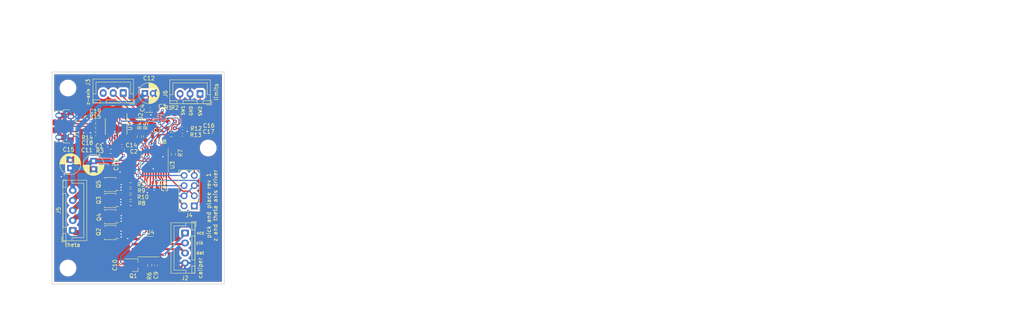
<source format=kicad_pcb>
(kicad_pcb (version 20171130) (host pcbnew 5.1.8)

  (general
    (thickness 1.6)
    (drawings 23)
    (tracks 502)
    (zones 0)
    (modules 52)
    (nets 47)
  )

  (page USLetter)
  (title_block
    (title "Project Title")
  )

  (layers
    (0 F.Cu signal)
    (31 B.Cu signal)
    (34 B.Paste user)
    (35 F.Paste user)
    (36 B.SilkS user)
    (37 F.SilkS user)
    (38 B.Mask user)
    (39 F.Mask user)
    (40 Dwgs.User user)
    (44 Edge.Cuts user)
    (46 B.CrtYd user)
    (47 F.CrtYd user)
    (48 B.Fab user)
    (49 F.Fab user)
  )

  (setup
    (last_trace_width 0.25)
    (user_trace_width 0.1524)
    (user_trace_width 0.2)
    (user_trace_width 0.25)
    (user_trace_width 0.3)
    (user_trace_width 0.5)
    (user_trace_width 0.75)
    (user_trace_width 1.25)
    (trace_clearance 0.1524)
    (zone_clearance 0.508)
    (zone_45_only no)
    (trace_min 0.1524)
    (via_size 0.6858)
    (via_drill 0.3302)
    (via_min_size 0.6858)
    (via_min_drill 0.3302)
    (user_via 0.6858 0.3302)
    (user_via 0.762 0.4064)
    (user_via 0.8636 0.508)
    (uvia_size 0.6858)
    (uvia_drill 0.3302)
    (uvias_allowed no)
    (uvia_min_size 0)
    (uvia_min_drill 0)
    (edge_width 0.1524)
    (segment_width 0.1524)
    (pcb_text_width 0.1524)
    (pcb_text_size 1.016 1.016)
    (mod_edge_width 0.1524)
    (mod_text_size 1.016 1.016)
    (mod_text_width 0.1524)
    (pad_size 1.524 1.524)
    (pad_drill 0.762)
    (pad_to_mask_clearance 0.0508)
    (solder_mask_min_width 0.1016)
    (pad_to_paste_clearance -0.0762)
    (aux_axis_origin 0 0)
    (visible_elements FFFEDF7D)
    (pcbplotparams
      (layerselection 0x310fc_80000001)
      (usegerberextensions true)
      (usegerberattributes false)
      (usegerberadvancedattributes false)
      (creategerberjobfile false)
      (excludeedgelayer true)
      (linewidth 0.100000)
      (plotframeref false)
      (viasonmask false)
      (mode 1)
      (useauxorigin false)
      (hpglpennumber 1)
      (hpglpenspeed 20)
      (hpglpendiameter 15.000000)
      (psnegative false)
      (psa4output false)
      (plotreference true)
      (plotvalue true)
      (plotinvisibletext false)
      (padsonsilk false)
      (subtractmaskfromsilk false)
      (outputformat 1)
      (mirror false)
      (drillshape 0)
      (scaleselection 1)
      (outputdirectory "gerbers"))
  )

  (net 0 "")
  (net 1 GND)
  (net 2 /FT_3V3)
  (net 3 /VBUS)
  (net 4 /1V8)
  (net 5 /SW2)
  (net 6 /SW1)
  (net 7 "Net-(J1-Pad4)")
  (net 8 /CALIPER_DAT_1V8)
  (net 9 /CALIPER_CLK_1V8)
  (net 10 "Net-(J3-Pad3)")
  (net 11 "Net-(J3-Pad2)")
  (net 12 "Net-(J3-Pad1)")
  (net 13 /FT_RXD)
  (net 14 /MCU_NRST)
  (net 15 /FT_TXD)
  (net 16 /MCU_SWDIO)
  (net 17 /MCU_SWCLK)
  (net 18 /B-)
  (net 19 /A-)
  (net 20 /B+)
  (net 21 /A+)
  (net 22 "Net-(Q1-Pad3)")
  (net 23 "Net-(Q2-Pad4)")
  (net 24 "Net-(Q3-Pad4)")
  (net 25 "Net-(Q4-Pad4)")
  (net 26 "Net-(Q5-Pad4)")
  (net 27 /DRV_IN2)
  (net 28 /DRV_IN1)
  (net 29 "Net-(R3-Pad1)")
  (net 30 "Net-(R4-Pad1)")
  (net 31 "Net-(R5-Pad1)")
  (net 32 /A+_GATE)
  (net 33 /A-_GATE)
  (net 34 /B+_GATE)
  (net 35 /B-_GATE)
  (net 36 /FT_24MHz)
  (net 37 "Net-(U1-Pad14)")
  (net 38 "Net-(U1-Pad7)")
  (net 39 "Net-(U1-Pad6)")
  (net 40 "Net-(U1-Pad2)")
  (net 41 /CALIPER_CLK_3V3)
  (net 42 /CALIPER_DAT_3V3)
  (net 43 "Net-(C18-Pad1)")
  (net 44 "Net-(C19-Pad1)")
  (net 45 "Net-(R14-Pad2)")
  (net 46 "Net-(R15-Pad2)")

  (net_class Default "This is the default net class."
    (clearance 0.1524)
    (trace_width 0.1524)
    (via_dia 0.6858)
    (via_drill 0.3302)
    (uvia_dia 0.6858)
    (uvia_drill 0.3302)
    (add_net /1V8)
    (add_net /A+)
    (add_net /A+_GATE)
    (add_net /A-)
    (add_net /A-_GATE)
    (add_net /B+)
    (add_net /B+_GATE)
    (add_net /B-)
    (add_net /B-_GATE)
    (add_net /CALIPER_CLK_1V8)
    (add_net /CALIPER_CLK_3V3)
    (add_net /CALIPER_DAT_1V8)
    (add_net /CALIPER_DAT_3V3)
    (add_net /DRV_IN1)
    (add_net /DRV_IN2)
    (add_net /FT_24MHz)
    (add_net /FT_3V3)
    (add_net /FT_RXD)
    (add_net /FT_TXD)
    (add_net /MCU_NRST)
    (add_net /MCU_SWCLK)
    (add_net /MCU_SWDIO)
    (add_net /SW1)
    (add_net /SW2)
    (add_net /VBUS)
    (add_net GND)
    (add_net "Net-(C18-Pad1)")
    (add_net "Net-(C19-Pad1)")
    (add_net "Net-(J1-Pad4)")
    (add_net "Net-(J3-Pad1)")
    (add_net "Net-(J3-Pad2)")
    (add_net "Net-(J3-Pad3)")
    (add_net "Net-(Q1-Pad3)")
    (add_net "Net-(Q2-Pad4)")
    (add_net "Net-(Q3-Pad4)")
    (add_net "Net-(Q4-Pad4)")
    (add_net "Net-(Q5-Pad4)")
    (add_net "Net-(R14-Pad2)")
    (add_net "Net-(R15-Pad2)")
    (add_net "Net-(R3-Pad1)")
    (add_net "Net-(R4-Pad1)")
    (add_net "Net-(R5-Pad1)")
    (add_net "Net-(U1-Pad14)")
    (add_net "Net-(U1-Pad2)")
    (add_net "Net-(U1-Pad6)")
    (add_net "Net-(U1-Pad7)")
  )

  (module Connector_USB:USB_Micro-B_Amphenol_10103594-0001LF_Horizontal (layer F.Cu) (tedit 5A1DC0BD) (tstamp 5FF60108)
    (at 16.82 89.6 270)
    (descr "Micro USB Type B 10103594-0001LF, http://cdn.amphenol-icc.com/media/wysiwyg/files/drawing/10103594.pdf")
    (tags "USB USB_B USB_micro USB_OTG")
    (path /5FEBE2C8)
    (attr smd)
    (fp_text reference J1 (at 1.925 -3.365 90) (layer F.SilkS)
      (effects (font (size 1 1) (thickness 0.15)))
    )
    (fp_text value USB_B_Micro (at -0.025 4.435 90) (layer F.Fab)
      (effects (font (size 1 1) (thickness 0.15)))
    )
    (fp_text user %R (at -0.025 -0.015 90) (layer F.Fab)
      (effects (font (size 1 1) (thickness 0.15)))
    )
    (fp_text user "PCB edge" (at -0.025 2.235 90) (layer Dwgs.User)
      (effects (font (size 0.5 0.5) (thickness 0.075)))
    )
    (fp_line (start -4.175 -0.065) (end -4.175 -1.615) (layer F.SilkS) (width 0.12))
    (fp_line (start -4.175 -0.065) (end -3.875 -0.065) (layer F.SilkS) (width 0.12))
    (fp_line (start -3.875 2.735) (end -3.875 -0.065) (layer F.SilkS) (width 0.12))
    (fp_line (start 4.125 -0.065) (end 4.125 -1.615) (layer F.SilkS) (width 0.12))
    (fp_line (start 3.825 -0.065) (end 4.125 -0.065) (layer F.SilkS) (width 0.12))
    (fp_line (start 3.825 2.735) (end 3.825 -0.065) (layer F.SilkS) (width 0.12))
    (fp_line (start -0.925 -3.315) (end -1.325 -2.865) (layer F.SilkS) (width 0.12))
    (fp_line (start -1.725 -3.315) (end -0.925 -3.315) (layer F.SilkS) (width 0.12))
    (fp_line (start -1.325 -2.865) (end -1.725 -3.315) (layer F.SilkS) (width 0.12))
    (fp_line (start -3.775 -0.865) (end -2.975 -1.615) (layer F.Fab) (width 0.12))
    (fp_line (start 3.725 3.335) (end -3.775 3.335) (layer F.Fab) (width 0.12))
    (fp_line (start 3.725 -1.615) (end 3.725 3.335) (layer F.Fab) (width 0.12))
    (fp_line (start -2.975 -1.615) (end 3.725 -1.615) (layer F.Fab) (width 0.12))
    (fp_line (start -3.775 3.335) (end -3.775 -0.865) (layer F.Fab) (width 0.12))
    (fp_line (start -4.025 2.835) (end 3.975 2.835) (layer Dwgs.User) (width 0.1))
    (fp_line (start -4.13 -2.88) (end 4.14 -2.88) (layer F.CrtYd) (width 0.05))
    (fp_line (start -4.13 -2.88) (end -4.13 3.58) (layer F.CrtYd) (width 0.05))
    (fp_line (start 4.14 3.58) (end 4.14 -2.88) (layer F.CrtYd) (width 0.05))
    (fp_line (start 4.14 3.58) (end -4.13 3.58) (layer F.CrtYd) (width 0.05))
    (pad 6 smd rect (at 0.935 1.385) (size 2.5 1.43) (layers F.Cu F.Paste F.Mask)
      (net 1 GND))
    (pad 6 smd rect (at -0.985 1.385) (size 2.5 1.43) (layers F.Cu F.Paste F.Mask)
      (net 1 GND))
    (pad 6 thru_hole oval (at 2.705 1.115) (size 1.7 1.35) (drill oval 1.2 0.7) (layers *.Cu *.Mask)
      (net 1 GND))
    (pad 6 thru_hole oval (at -2.755 1.115) (size 1.7 1.35) (drill oval 1.2 0.7) (layers *.Cu *.Mask)
      (net 1 GND))
    (pad 6 thru_hole oval (at 2.395 -1.885) (size 1.5 1.1) (drill oval 1.05 0.65) (layers *.Cu *.Mask)
      (net 1 GND))
    (pad 6 thru_hole oval (at -2.445 -1.885) (size 1.5 1.1) (drill oval 1.05 0.65) (layers *.Cu *.Mask)
      (net 1 GND))
    (pad 5 smd rect (at 1.275 -1.765) (size 1.65 0.4) (layers F.Cu F.Paste F.Mask)
      (net 1 GND))
    (pad 4 smd rect (at 0.625 -1.765) (size 1.65 0.4) (layers F.Cu F.Paste F.Mask)
      (net 7 "Net-(J1-Pad4)"))
    (pad 3 smd rect (at -0.025 -1.765) (size 1.65 0.4) (layers F.Cu F.Paste F.Mask)
      (net 43 "Net-(C18-Pad1)"))
    (pad 2 smd rect (at -0.675 -1.765) (size 1.65 0.4) (layers F.Cu F.Paste F.Mask)
      (net 44 "Net-(C19-Pad1)"))
    (pad 1 smd rect (at -1.325 -1.765) (size 1.65 0.4) (layers F.Cu F.Paste F.Mask)
      (net 3 /VBUS))
    (pad 6 smd rect (at 2.875 -1.885 270) (size 2 1.5) (layers F.Cu F.Paste F.Mask)
      (net 1 GND))
    (pad 6 smd rect (at -2.875 -1.865 270) (size 2 1.5) (layers F.Cu F.Paste F.Mask)
      (net 1 GND))
    (pad 6 smd rect (at 2.975 -0.565 270) (size 1.825 0.7) (layers F.Cu F.Paste F.Mask)
      (net 1 GND))
    (pad 6 smd rect (at -2.975 -0.565 270) (size 1.825 0.7) (layers F.Cu F.Paste F.Mask)
      (net 1 GND))
    (pad 6 smd rect (at -2.755 0.185 270) (size 1.35 2) (layers F.Cu F.Paste F.Mask)
      (net 1 GND))
    (pad 6 smd rect (at 2.725 0.185 270) (size 1.35 2) (layers F.Cu F.Paste F.Mask)
      (net 1 GND))
    (model ${KISYS3DMOD}/Connector_USB.3dshapes/USB_Micro-B_Amphenol_10103594-0001LF_Horizontal.wrl
      (at (xyz 0 0 0))
      (scale (xyz 1 1 1))
      (rotate (xyz 0 0 0))
    )
  )

  (module Resistor_SMD:R_0402_1005Metric (layer F.Cu) (tedit 5F68FEEE) (tstamp 5FF76478)
    (at 24.9 89.4)
    (descr "Resistor SMD 0402 (1005 Metric), square (rectangular) end terminal, IPC_7351 nominal, (Body size source: IPC-SM-782 page 72, https://www.pcb-3d.com/wordpress/wp-content/uploads/ipc-sm-782a_amendment_1_and_2.pdf), generated with kicad-footprint-generator")
    (tags resistor)
    (path /604015D5)
    (attr smd)
    (fp_text reference R15 (at -0.1 -2.3) (layer F.SilkS)
      (effects (font (size 1 1) (thickness 0.15)))
    )
    (fp_text value 27R (at 0 1.17) (layer F.Fab)
      (effects (font (size 1 1) (thickness 0.15)))
    )
    (fp_line (start -0.525 0.27) (end -0.525 -0.27) (layer F.Fab) (width 0.1))
    (fp_line (start -0.525 -0.27) (end 0.525 -0.27) (layer F.Fab) (width 0.1))
    (fp_line (start 0.525 -0.27) (end 0.525 0.27) (layer F.Fab) (width 0.1))
    (fp_line (start 0.525 0.27) (end -0.525 0.27) (layer F.Fab) (width 0.1))
    (fp_line (start -0.153641 -0.38) (end 0.153641 -0.38) (layer F.SilkS) (width 0.12))
    (fp_line (start -0.153641 0.38) (end 0.153641 0.38) (layer F.SilkS) (width 0.12))
    (fp_line (start -0.93 0.47) (end -0.93 -0.47) (layer F.CrtYd) (width 0.05))
    (fp_line (start -0.93 -0.47) (end 0.93 -0.47) (layer F.CrtYd) (width 0.05))
    (fp_line (start 0.93 -0.47) (end 0.93 0.47) (layer F.CrtYd) (width 0.05))
    (fp_line (start 0.93 0.47) (end -0.93 0.47) (layer F.CrtYd) (width 0.05))
    (fp_text user %R (at 0 0) (layer F.Fab)
      (effects (font (size 0.26 0.26) (thickness 0.04)))
    )
    (pad 2 smd roundrect (at 0.51 0) (size 0.54 0.64) (layers F.Cu F.Paste F.Mask) (roundrect_rratio 0.25)
      (net 46 "Net-(R15-Pad2)"))
    (pad 1 smd roundrect (at -0.51 0) (size 0.54 0.64) (layers F.Cu F.Paste F.Mask) (roundrect_rratio 0.25)
      (net 44 "Net-(C19-Pad1)"))
    (model ${KISYS3DMOD}/Resistor_SMD.3dshapes/R_0402_1005Metric.wrl
      (at (xyz 0 0 0))
      (scale (xyz 1 1 1))
      (rotate (xyz 0 0 0))
    )
  )

  (module Resistor_SMD:R_0402_1005Metric (layer F.Cu) (tedit 5F68FEEE) (tstamp 5FF76467)
    (at 24.9 90.5)
    (descr "Resistor SMD 0402 (1005 Metric), square (rectangular) end terminal, IPC_7351 nominal, (Body size source: IPC-SM-782 page 72, https://www.pcb-3d.com/wordpress/wp-content/uploads/ipc-sm-782a_amendment_1_and_2.pdf), generated with kicad-footprint-generator")
    (tags resistor)
    (path /6040143D)
    (attr smd)
    (fp_text reference R14 (at -2.1 1.9) (layer F.SilkS)
      (effects (font (size 1 1) (thickness 0.15)))
    )
    (fp_text value 27R (at 0 1.17) (layer F.Fab)
      (effects (font (size 1 1) (thickness 0.15)))
    )
    (fp_line (start -0.525 0.27) (end -0.525 -0.27) (layer F.Fab) (width 0.1))
    (fp_line (start -0.525 -0.27) (end 0.525 -0.27) (layer F.Fab) (width 0.1))
    (fp_line (start 0.525 -0.27) (end 0.525 0.27) (layer F.Fab) (width 0.1))
    (fp_line (start 0.525 0.27) (end -0.525 0.27) (layer F.Fab) (width 0.1))
    (fp_line (start -0.153641 -0.38) (end 0.153641 -0.38) (layer F.SilkS) (width 0.12))
    (fp_line (start -0.153641 0.38) (end 0.153641 0.38) (layer F.SilkS) (width 0.12))
    (fp_line (start -0.93 0.47) (end -0.93 -0.47) (layer F.CrtYd) (width 0.05))
    (fp_line (start -0.93 -0.47) (end 0.93 -0.47) (layer F.CrtYd) (width 0.05))
    (fp_line (start 0.93 -0.47) (end 0.93 0.47) (layer F.CrtYd) (width 0.05))
    (fp_line (start 0.93 0.47) (end -0.93 0.47) (layer F.CrtYd) (width 0.05))
    (fp_text user %R (at 0 0) (layer F.Fab)
      (effects (font (size 0.26 0.26) (thickness 0.04)))
    )
    (pad 2 smd roundrect (at 0.51 0) (size 0.54 0.64) (layers F.Cu F.Paste F.Mask) (roundrect_rratio 0.25)
      (net 45 "Net-(R14-Pad2)"))
    (pad 1 smd roundrect (at -0.51 0) (size 0.54 0.64) (layers F.Cu F.Paste F.Mask) (roundrect_rratio 0.25)
      (net 43 "Net-(C18-Pad1)"))
    (model ${KISYS3DMOD}/Resistor_SMD.3dshapes/R_0402_1005Metric.wrl
      (at (xyz 0 0 0))
      (scale (xyz 1 1 1))
      (rotate (xyz 0 0 0))
    )
  )

  (module Capacitor_SMD:C_0402_1005Metric (layer F.Cu) (tedit 5F68FEEE) (tstamp 5FF75F76)
    (at 24.9 88.3 180)
    (descr "Capacitor SMD 0402 (1005 Metric), square (rectangular) end terminal, IPC_7351 nominal, (Body size source: IPC-SM-782 page 76, https://www.pcb-3d.com/wordpress/wp-content/uploads/ipc-sm-782a_amendment_1_and_2.pdf), generated with kicad-footprint-generator")
    (tags capacitor)
    (path /6041A243)
    (attr smd)
    (fp_text reference C19 (at 0.1 2.5) (layer F.SilkS)
      (effects (font (size 1 1) (thickness 0.15)))
    )
    (fp_text value "47 pF" (at 0 1.16) (layer F.Fab)
      (effects (font (size 1 1) (thickness 0.15)))
    )
    (fp_line (start -0.5 0.25) (end -0.5 -0.25) (layer F.Fab) (width 0.1))
    (fp_line (start -0.5 -0.25) (end 0.5 -0.25) (layer F.Fab) (width 0.1))
    (fp_line (start 0.5 -0.25) (end 0.5 0.25) (layer F.Fab) (width 0.1))
    (fp_line (start 0.5 0.25) (end -0.5 0.25) (layer F.Fab) (width 0.1))
    (fp_line (start -0.107836 -0.36) (end 0.107836 -0.36) (layer F.SilkS) (width 0.12))
    (fp_line (start -0.107836 0.36) (end 0.107836 0.36) (layer F.SilkS) (width 0.12))
    (fp_line (start -0.91 0.46) (end -0.91 -0.46) (layer F.CrtYd) (width 0.05))
    (fp_line (start -0.91 -0.46) (end 0.91 -0.46) (layer F.CrtYd) (width 0.05))
    (fp_line (start 0.91 -0.46) (end 0.91 0.46) (layer F.CrtYd) (width 0.05))
    (fp_line (start 0.91 0.46) (end -0.91 0.46) (layer F.CrtYd) (width 0.05))
    (fp_text user %R (at 0 0) (layer F.Fab)
      (effects (font (size 0.25 0.25) (thickness 0.04)))
    )
    (pad 2 smd roundrect (at 0.48 0 180) (size 0.56 0.62) (layers F.Cu F.Paste F.Mask) (roundrect_rratio 0.25)
      (net 1 GND))
    (pad 1 smd roundrect (at -0.48 0 180) (size 0.56 0.62) (layers F.Cu F.Paste F.Mask) (roundrect_rratio 0.25)
      (net 44 "Net-(C19-Pad1)"))
    (model ${KISYS3DMOD}/Capacitor_SMD.3dshapes/C_0402_1005Metric.wrl
      (at (xyz 0 0 0))
      (scale (xyz 1 1 1))
      (rotate (xyz 0 0 0))
    )
  )

  (module Capacitor_SMD:C_0402_1005Metric (layer F.Cu) (tedit 5F68FEEE) (tstamp 5FF75F65)
    (at 24.88 91.6 180)
    (descr "Capacitor SMD 0402 (1005 Metric), square (rectangular) end terminal, IPC_7351 nominal, (Body size source: IPC-SM-782 page 76, https://www.pcb-3d.com/wordpress/wp-content/uploads/ipc-sm-782a_amendment_1_and_2.pdf), generated with kicad-footprint-generator")
    (tags capacitor)
    (path /60419BF6)
    (attr smd)
    (fp_text reference C18 (at 2.08 -2.1) (layer F.SilkS)
      (effects (font (size 1 1) (thickness 0.15)))
    )
    (fp_text value "47 pF" (at 0 1.16) (layer F.Fab)
      (effects (font (size 1 1) (thickness 0.15)))
    )
    (fp_line (start -0.5 0.25) (end -0.5 -0.25) (layer F.Fab) (width 0.1))
    (fp_line (start -0.5 -0.25) (end 0.5 -0.25) (layer F.Fab) (width 0.1))
    (fp_line (start 0.5 -0.25) (end 0.5 0.25) (layer F.Fab) (width 0.1))
    (fp_line (start 0.5 0.25) (end -0.5 0.25) (layer F.Fab) (width 0.1))
    (fp_line (start -0.107836 -0.36) (end 0.107836 -0.36) (layer F.SilkS) (width 0.12))
    (fp_line (start -0.107836 0.36) (end 0.107836 0.36) (layer F.SilkS) (width 0.12))
    (fp_line (start -0.91 0.46) (end -0.91 -0.46) (layer F.CrtYd) (width 0.05))
    (fp_line (start -0.91 -0.46) (end 0.91 -0.46) (layer F.CrtYd) (width 0.05))
    (fp_line (start 0.91 -0.46) (end 0.91 0.46) (layer F.CrtYd) (width 0.05))
    (fp_line (start 0.91 0.46) (end -0.91 0.46) (layer F.CrtYd) (width 0.05))
    (fp_text user %R (at 0 0) (layer F.Fab)
      (effects (font (size 0.25 0.25) (thickness 0.04)))
    )
    (pad 2 smd roundrect (at 0.48 0 180) (size 0.56 0.62) (layers F.Cu F.Paste F.Mask) (roundrect_rratio 0.25)
      (net 1 GND))
    (pad 1 smd roundrect (at -0.48 0 180) (size 0.56 0.62) (layers F.Cu F.Paste F.Mask) (roundrect_rratio 0.25)
      (net 43 "Net-(C18-Pad1)"))
    (model ${KISYS3DMOD}/Capacitor_SMD.3dshapes/C_0402_1005Metric.wrl
      (at (xyz 0 0 0))
      (scale (xyz 1 1 1))
      (rotate (xyz 0 0 0))
    )
  )

  (module MountingHole:MountingHole_3.2mm_M3 (layer F.Cu) (tedit 56D1B4CB) (tstamp 5FF67ECE)
    (at 18 125)
    (descr "Mounting Hole 3.2mm, no annular, M3")
    (tags "mounting hole 3.2mm no annular m3")
    (path /602F76B9)
    (attr virtual)
    (fp_text reference H3 (at 0 -4.2) (layer F.SilkS) hide
      (effects (font (size 1 1) (thickness 0.15)))
    )
    (fp_text value MountingHole (at 1 3) (layer F.Fab)
      (effects (font (size 1 1) (thickness 0.15)))
    )
    (fp_circle (center 0 0) (end 3.45 0) (layer F.CrtYd) (width 0.05))
    (fp_circle (center 0 0) (end 3.2 0) (layer Cmts.User) (width 0.15))
    (fp_text user %R (at 0.3 0) (layer F.Fab)
      (effects (font (size 1 1) (thickness 0.15)))
    )
    (pad 1 np_thru_hole circle (at 0 0) (size 3.2 3.2) (drill 3.2) (layers *.Cu *.Mask))
  )

  (module MountingHole:MountingHole_3.2mm_M3 (layer F.Cu) (tedit 56D1B4CB) (tstamp 5FF67EC6)
    (at 53 95)
    (descr "Mounting Hole 3.2mm, no annular, M3")
    (tags "mounting hole 3.2mm no annular m3")
    (path /602F75AB)
    (attr virtual)
    (fp_text reference H2 (at 0 -4.2) (layer F.SilkS) hide
      (effects (font (size 1 1) (thickness 0.15)))
    )
    (fp_text value MountingHole (at 0 4.2) (layer F.Fab)
      (effects (font (size 1 1) (thickness 0.15)))
    )
    (fp_circle (center 0 0) (end 3.45 0) (layer F.CrtYd) (width 0.05))
    (fp_circle (center 0 0) (end 3.2 0) (layer Cmts.User) (width 0.15))
    (fp_text user %R (at 0.3 0) (layer F.Fab)
      (effects (font (size 1 1) (thickness 0.15)))
    )
    (pad 1 np_thru_hole circle (at 0 0) (size 3.2 3.2) (drill 3.2) (layers *.Cu *.Mask))
  )

  (module MountingHole:MountingHole_3.2mm_M3 (layer F.Cu) (tedit 56D1B4CB) (tstamp 5FF68498)
    (at 18 80)
    (descr "Mounting Hole 3.2mm, no annular, M3")
    (tags "mounting hole 3.2mm no annular m3")
    (path /602F706A)
    (attr virtual)
    (fp_text reference H1 (at 0 -4.2) (layer F.SilkS) hide
      (effects (font (size 1 1) (thickness 0.15)))
    )
    (fp_text value MountingHole (at 0 4.2) (layer F.Fab)
      (effects (font (size 1 1) (thickness 0.15)))
    )
    (fp_circle (center 0 0) (end 3.45 0) (layer F.CrtYd) (width 0.05))
    (fp_circle (center 0 0) (end 3.2 0) (layer Cmts.User) (width 0.15))
    (fp_text user %R (at 0.3 0) (layer F.Fab)
      (effects (font (size 1 1) (thickness 0.15)))
    )
    (pad 1 np_thru_hole circle (at 0 0) (size 3.2 3.2) (drill 3.2) (layers *.Cu *.Mask))
  )

  (module Package_SO:SOIC-8_3.9x4.9mm_P1.27mm (layer F.Cu) (tedit 5D9F72B1) (tstamp 5FF62E4F)
    (at 37.35 119.65 180)
    (descr "SOIC, 8 Pin (JEDEC MS-012AA, https://www.analog.com/media/en/package-pcb-resources/package/pkg_pdf/soic_narrow-r/r_8.pdf), generated with kicad-footprint-generator ipc_gullwing_generator.py")
    (tags "SOIC SO")
    (path /60085479)
    (attr smd)
    (fp_text reference U4 (at -1.24 3.6) (layer F.SilkS)
      (effects (font (size 1 1) (thickness 0.15)))
    )
    (fp_text value NLSV2T244D (at 0 3.4) (layer F.Fab)
      (effects (font (size 1 1) (thickness 0.15)))
    )
    (fp_line (start 3.7 -2.7) (end -3.7 -2.7) (layer F.CrtYd) (width 0.05))
    (fp_line (start 3.7 2.7) (end 3.7 -2.7) (layer F.CrtYd) (width 0.05))
    (fp_line (start -3.7 2.7) (end 3.7 2.7) (layer F.CrtYd) (width 0.05))
    (fp_line (start -3.7 -2.7) (end -3.7 2.7) (layer F.CrtYd) (width 0.05))
    (fp_line (start -1.95 -1.475) (end -0.975 -2.45) (layer F.Fab) (width 0.1))
    (fp_line (start -1.95 2.45) (end -1.95 -1.475) (layer F.Fab) (width 0.1))
    (fp_line (start 1.95 2.45) (end -1.95 2.45) (layer F.Fab) (width 0.1))
    (fp_line (start 1.95 -2.45) (end 1.95 2.45) (layer F.Fab) (width 0.1))
    (fp_line (start -0.975 -2.45) (end 1.95 -2.45) (layer F.Fab) (width 0.1))
    (fp_line (start 0 -2.56) (end -3.45 -2.56) (layer F.SilkS) (width 0.12))
    (fp_line (start 0 -2.56) (end 1.95 -2.56) (layer F.SilkS) (width 0.12))
    (fp_line (start 0 2.56) (end -1.95 2.56) (layer F.SilkS) (width 0.12))
    (fp_line (start 0 2.56) (end 1.95 2.56) (layer F.SilkS) (width 0.12))
    (fp_text user %R (at 0 0) (layer F.Fab)
      (effects (font (size 0.98 0.98) (thickness 0.15)))
    )
    (pad 8 smd roundrect (at 2.475 -1.905 180) (size 1.95 0.6) (layers F.Cu F.Paste F.Mask) (roundrect_rratio 0.25)
      (net 2 /FT_3V3))
    (pad 7 smd roundrect (at 2.475 -0.635 180) (size 1.95 0.6) (layers F.Cu F.Paste F.Mask) (roundrect_rratio 0.25)
      (net 42 /CALIPER_DAT_3V3))
    (pad 6 smd roundrect (at 2.475 0.635 180) (size 1.95 0.6) (layers F.Cu F.Paste F.Mask) (roundrect_rratio 0.25)
      (net 41 /CALIPER_CLK_3V3))
    (pad 5 smd roundrect (at 2.475 1.905 180) (size 1.95 0.6) (layers F.Cu F.Paste F.Mask) (roundrect_rratio 0.25)
      (net 1 GND))
    (pad 4 smd roundrect (at -2.475 1.905 180) (size 1.95 0.6) (layers F.Cu F.Paste F.Mask) (roundrect_rratio 0.25)
      (net 22 "Net-(Q1-Pad3)"))
    (pad 3 smd roundrect (at -2.475 0.635 180) (size 1.95 0.6) (layers F.Cu F.Paste F.Mask) (roundrect_rratio 0.25)
      (net 9 /CALIPER_CLK_1V8))
    (pad 2 smd roundrect (at -2.475 -0.635 180) (size 1.95 0.6) (layers F.Cu F.Paste F.Mask) (roundrect_rratio 0.25)
      (net 8 /CALIPER_DAT_1V8))
    (pad 1 smd roundrect (at -2.475 -1.905 180) (size 1.95 0.6) (layers F.Cu F.Paste F.Mask) (roundrect_rratio 0.25)
      (net 4 /1V8))
    (model ${KISYS3DMOD}/Package_SO.3dshapes/SOIC-8_3.9x4.9mm_P1.27mm.wrl
      (at (xyz 0 0 0))
      (scale (xyz 1 1 1))
      (rotate (xyz 0 0 0))
    )
  )

  (module Package_SO:TSSOP-20_4.4x6.5mm_P0.65mm (layer F.Cu) (tedit 5E476F32) (tstamp 5FF61529)
    (at 39.61 98.75 270)
    (descr "TSSOP, 20 Pin (JEDEC MO-153 Var AC https://www.jedec.org/document_search?search_api_views_fulltext=MO-153), generated with kicad-footprint-generator ipc_gullwing_generator.py")
    (tags "TSSOP SO")
    (path /5FEE113F)
    (attr smd)
    (fp_text reference U3 (at 0.51 -4.45 90) (layer F.SilkS)
      (effects (font (size 1 1) (thickness 0.15)))
    )
    (fp_text value STM32L011F4P6 (at 0 4.2 90) (layer F.Fab)
      (effects (font (size 1 1) (thickness 0.15)))
    )
    (fp_line (start 3.85 -3.5) (end -3.85 -3.5) (layer F.CrtYd) (width 0.05))
    (fp_line (start 3.85 3.5) (end 3.85 -3.5) (layer F.CrtYd) (width 0.05))
    (fp_line (start -3.85 3.5) (end 3.85 3.5) (layer F.CrtYd) (width 0.05))
    (fp_line (start -3.85 -3.5) (end -3.85 3.5) (layer F.CrtYd) (width 0.05))
    (fp_line (start -2.2 -2.25) (end -1.2 -3.25) (layer F.Fab) (width 0.1))
    (fp_line (start -2.2 3.25) (end -2.2 -2.25) (layer F.Fab) (width 0.1))
    (fp_line (start 2.2 3.25) (end -2.2 3.25) (layer F.Fab) (width 0.1))
    (fp_line (start 2.2 -3.25) (end 2.2 3.25) (layer F.Fab) (width 0.1))
    (fp_line (start -1.2 -3.25) (end 2.2 -3.25) (layer F.Fab) (width 0.1))
    (fp_line (start 0 -3.385) (end -3.6 -3.385) (layer F.SilkS) (width 0.12))
    (fp_line (start 0 -3.385) (end 2.2 -3.385) (layer F.SilkS) (width 0.12))
    (fp_line (start 0 3.385) (end -2.2 3.385) (layer F.SilkS) (width 0.12))
    (fp_line (start 0 3.385) (end 2.2 3.385) (layer F.SilkS) (width 0.12))
    (fp_text user %R (at 0 0 90) (layer F.Fab)
      (effects (font (size 1 1) (thickness 0.15)))
    )
    (pad 20 smd roundrect (at 2.8625 -2.925 270) (size 1.475 0.4) (layers F.Cu F.Paste F.Mask) (roundrect_rratio 0.25)
      (net 17 /MCU_SWCLK))
    (pad 19 smd roundrect (at 2.8625 -2.275 270) (size 1.475 0.4) (layers F.Cu F.Paste F.Mask) (roundrect_rratio 0.25)
      (net 16 /MCU_SWDIO))
    (pad 18 smd roundrect (at 2.8625 -1.625 270) (size 1.475 0.4) (layers F.Cu F.Paste F.Mask) (roundrect_rratio 0.25)
      (net 42 /CALIPER_DAT_3V3))
    (pad 17 smd roundrect (at 2.8625 -0.975 270) (size 1.475 0.4) (layers F.Cu F.Paste F.Mask) (roundrect_rratio 0.25)
      (net 41 /CALIPER_CLK_3V3))
    (pad 16 smd roundrect (at 2.8625 -0.325 270) (size 1.475 0.4) (layers F.Cu F.Paste F.Mask) (roundrect_rratio 0.25)
      (net 2 /FT_3V3))
    (pad 15 smd roundrect (at 2.8625 0.325 270) (size 1.475 0.4) (layers F.Cu F.Paste F.Mask) (roundrect_rratio 0.25)
      (net 1 GND))
    (pad 14 smd roundrect (at 2.8625 0.975 270) (size 1.475 0.4) (layers F.Cu F.Paste F.Mask) (roundrect_rratio 0.25)
      (net 32 /A+_GATE))
    (pad 13 smd roundrect (at 2.8625 1.625 270) (size 1.475 0.4) (layers F.Cu F.Paste F.Mask) (roundrect_rratio 0.25)
      (net 34 /B+_GATE))
    (pad 12 smd roundrect (at 2.8625 2.275 270) (size 1.475 0.4) (layers F.Cu F.Paste F.Mask) (roundrect_rratio 0.25)
      (net 33 /A-_GATE))
    (pad 11 smd roundrect (at 2.8625 2.925 270) (size 1.475 0.4) (layers F.Cu F.Paste F.Mask) (roundrect_rratio 0.25)
      (net 35 /B-_GATE))
    (pad 10 smd roundrect (at -2.8625 2.925 270) (size 1.475 0.4) (layers F.Cu F.Paste F.Mask) (roundrect_rratio 0.25)
      (net 5 /SW2))
    (pad 9 smd roundrect (at -2.8625 2.275 270) (size 1.475 0.4) (layers F.Cu F.Paste F.Mask) (roundrect_rratio 0.25)
      (net 15 /FT_TXD))
    (pad 8 smd roundrect (at -2.8625 1.625 270) (size 1.475 0.4) (layers F.Cu F.Paste F.Mask) (roundrect_rratio 0.25)
      (net 13 /FT_RXD))
    (pad 7 smd roundrect (at -2.8625 0.975 270) (size 1.475 0.4) (layers F.Cu F.Paste F.Mask) (roundrect_rratio 0.25)
      (net 27 /DRV_IN2))
    (pad 6 smd roundrect (at -2.8625 0.325 270) (size 1.475 0.4) (layers F.Cu F.Paste F.Mask) (roundrect_rratio 0.25)
      (net 36 /FT_24MHz))
    (pad 5 smd roundrect (at -2.8625 -0.325 270) (size 1.475 0.4) (layers F.Cu F.Paste F.Mask) (roundrect_rratio 0.25)
      (net 2 /FT_3V3))
    (pad 4 smd roundrect (at -2.8625 -0.975 270) (size 1.475 0.4) (layers F.Cu F.Paste F.Mask) (roundrect_rratio 0.25)
      (net 14 /MCU_NRST))
    (pad 3 smd roundrect (at -2.8625 -1.625 270) (size 1.475 0.4) (layers F.Cu F.Paste F.Mask) (roundrect_rratio 0.25)
      (net 28 /DRV_IN1))
    (pad 2 smd roundrect (at -2.8625 -2.275 270) (size 1.475 0.4) (layers F.Cu F.Paste F.Mask) (roundrect_rratio 0.25)
      (net 6 /SW1))
    (pad 1 smd roundrect (at -2.8625 -2.925 270) (size 1.475 0.4) (layers F.Cu F.Paste F.Mask) (roundrect_rratio 0.25)
      (net 1 GND))
    (model ${KISYS3DMOD}/Package_SO.3dshapes/TSSOP-20_4.4x6.5mm_P0.65mm.wrl
      (at (xyz 0 0 0))
      (scale (xyz 1 1 1))
      (rotate (xyz 0 0 0))
    )
  )

  (module Package_SON:WSON-8-1EP_2x2mm_P0.5mm_EP0.9x1.6mm (layer F.Cu) (tedit 5A65F6A7) (tstamp 5FF60396)
    (at 38.66 87.2)
    (descr "8-Lead Plastic WSON, 2x2mm Body, 0.5mm Pitch, WSON-8, http://www.ti.com/lit/ds/symlink/lm27761.pdf")
    (tags "WSON 8 1EP")
    (path /5FEB2A46)
    (attr smd)
    (fp_text reference U2 (at -2.54 -0.05 90) (layer F.SilkS)
      (effects (font (size 1 1) (thickness 0.15)))
    )
    (fp_text value DRV8837C (at 0.01 2.14) (layer F.Fab)
      (effects (font (size 1 1) (thickness 0.15)))
    )
    (fp_line (start -1.5 -1.12) (end 0.5 -1.12) (layer F.SilkS) (width 0.12))
    (fp_line (start 0.5 1.12) (end -0.5 1.12) (layer F.SilkS) (width 0.12))
    (fp_line (start -1.6 1.25) (end 1.6 1.25) (layer F.CrtYd) (width 0.05))
    (fp_line (start -1.6 -1.25) (end 1.6 -1.25) (layer F.CrtYd) (width 0.05))
    (fp_line (start 1.6 -1.25) (end 1.6 1.25) (layer F.CrtYd) (width 0.05))
    (fp_line (start -1.6 -1.25) (end -1.6 1.25) (layer F.CrtYd) (width 0.05))
    (fp_line (start -0.5 -1) (end 1 -1) (layer F.Fab) (width 0.1))
    (fp_line (start 1 -1) (end 1 1) (layer F.Fab) (width 0.1))
    (fp_line (start 1 1) (end -1 1) (layer F.Fab) (width 0.1))
    (fp_line (start -1 1) (end -1 -0.5) (layer F.Fab) (width 0.1))
    (fp_line (start -0.5 -1) (end -1 -0.5) (layer F.Fab) (width 0.1))
    (fp_text user %R (at 0 0) (layer F.Fab)
      (effects (font (size 0.7 0.7) (thickness 0.1)))
    )
    (pad "" smd rect (at 0 -0.4) (size 0.75 0.65) (layers F.Paste))
    (pad "" smd rect (at 0 0.4) (size 0.75 0.65) (layers F.Paste))
    (pad 6 smd rect (at 0.95 0.25) (size 0.5 0.25) (layers F.Cu F.Paste F.Mask)
      (net 28 /DRV_IN1))
    (pad 5 smd rect (at 0.95 0.75) (size 0.5 0.25) (layers F.Cu F.Paste F.Mask)
      (net 27 /DRV_IN2))
    (pad 4 smd rect (at -0.95 0.75) (size 0.5 0.25) (layers F.Cu F.Paste F.Mask)
      (net 1 GND))
    (pad 2 smd rect (at -0.95 -0.25) (size 0.5 0.25) (layers F.Cu F.Paste F.Mask)
      (net 12 "Net-(J3-Pad1)"))
    (pad 1 smd rect (at -0.95 -0.75) (size 0.5 0.25) (layers F.Cu F.Paste F.Mask)
      (net 3 /VBUS))
    (pad 9 smd rect (at 0 0) (size 0.9 1.6) (layers F.Cu F.Mask)
      (net 1 GND))
    (pad 8 smd rect (at 0.95 -0.75) (size 0.5 0.25) (layers F.Cu F.Paste F.Mask)
      (net 2 /FT_3V3))
    (pad 7 smd rect (at 0.95 -0.25) (size 0.5 0.25) (layers F.Cu F.Paste F.Mask)
      (net 1 GND))
    (pad 3 smd rect (at -0.95 0.25) (size 0.5 0.25) (layers F.Cu F.Paste F.Mask)
      (net 11 "Net-(J3-Pad2)"))
    (model ${KISYS3DMOD}/Package_SON.3dshapes/WSON-8-1EP_2x2mm_P0.5mm_EP0.9x1.6mm.wrl
      (at (xyz 0 0 0))
      (scale (xyz 1 1 1))
      (rotate (xyz 0 0 0))
    )
  )

  (module Package_SO:SSOP-16_3.9x4.9mm_P0.635mm (layer F.Cu) (tedit 5A02F25C) (tstamp 5FF6037B)
    (at 29.99 89.63 270)
    (descr "SSOP16: plastic shrink small outline package; 16 leads; body width 3.9 mm; lead pitch 0.635; (see NXP SSOP-TSSOP-VSO-REFLOW.pdf and sot519-1_po.pdf)")
    (tags "SSOP 0.635")
    (path /5FEC613C)
    (attr smd)
    (fp_text reference U1 (at 0 -3.5 90) (layer F.SilkS)
      (effects (font (size 1 1) (thickness 0.15)))
    )
    (fp_text value FT230XS (at 0 3.5 90) (layer F.Fab)
      (effects (font (size 1 1) (thickness 0.15)))
    )
    (fp_line (start -3.275 -2.725) (end 2 -2.725) (layer F.SilkS) (width 0.15))
    (fp_line (start -2 2.675) (end 2 2.675) (layer F.SilkS) (width 0.15))
    (fp_line (start -3.45 2.8) (end 3.45 2.8) (layer F.CrtYd) (width 0.05))
    (fp_line (start -3.45 -2.85) (end 3.45 -2.85) (layer F.CrtYd) (width 0.05))
    (fp_line (start 3.45 -2.85) (end 3.45 2.8) (layer F.CrtYd) (width 0.05))
    (fp_line (start -3.45 -2.85) (end -3.45 2.8) (layer F.CrtYd) (width 0.05))
    (fp_line (start -1.95 -1.45) (end -0.95 -2.45) (layer F.Fab) (width 0.15))
    (fp_line (start -1.95 2.45) (end -1.95 -1.45) (layer F.Fab) (width 0.15))
    (fp_line (start 1.95 2.45) (end -1.95 2.45) (layer F.Fab) (width 0.15))
    (fp_line (start 1.95 -2.45) (end 1.95 2.45) (layer F.Fab) (width 0.15))
    (fp_line (start -0.95 -2.45) (end 1.95 -2.45) (layer F.Fab) (width 0.15))
    (fp_text user %R (at 0 0 90) (layer F.Fab)
      (effects (font (size 0.8 0.8) (thickness 0.15)))
    )
    (pad 16 smd rect (at 2.6 -2.2225 270) (size 1.2 0.4) (layers F.Cu F.Paste F.Mask)
      (net 1 GND))
    (pad 15 smd rect (at 2.6 -1.5875 270) (size 1.2 0.4) (layers F.Cu F.Paste F.Mask)
      (net 36 /FT_24MHz))
    (pad 14 smd rect (at 2.6 -0.9525 270) (size 1.2 0.4) (layers F.Cu F.Paste F.Mask)
      (net 37 "Net-(U1-Pad14)"))
    (pad 13 smd rect (at 2.6 -0.3175 270) (size 1.2 0.4) (layers F.Cu F.Paste F.Mask)
      (net 1 GND))
    (pad 12 smd rect (at 2.6 0.3175 270) (size 1.2 0.4) (layers F.Cu F.Paste F.Mask)
      (net 3 /VBUS))
    (pad 11 smd rect (at 2.6 0.9525 270) (size 1.2 0.4) (layers F.Cu F.Paste F.Mask)
      (net 29 "Net-(R3-Pad1)"))
    (pad 10 smd rect (at 2.6 1.5875 270) (size 1.2 0.4) (layers F.Cu F.Paste F.Mask)
      (net 2 /FT_3V3))
    (pad 9 smd rect (at 2.6 2.2225 270) (size 1.2 0.4) (layers F.Cu F.Paste F.Mask)
      (net 45 "Net-(R14-Pad2)"))
    (pad 8 smd rect (at -2.6 2.2225 270) (size 1.2 0.4) (layers F.Cu F.Paste F.Mask)
      (net 46 "Net-(R15-Pad2)"))
    (pad 7 smd rect (at -2.6 1.5875 270) (size 1.2 0.4) (layers F.Cu F.Paste F.Mask)
      (net 38 "Net-(U1-Pad7)"))
    (pad 6 smd rect (at -2.6 0.9525 270) (size 1.2 0.4) (layers F.Cu F.Paste F.Mask)
      (net 39 "Net-(U1-Pad6)"))
    (pad 5 smd rect (at -2.6 0.3175 270) (size 1.2 0.4) (layers F.Cu F.Paste F.Mask)
      (net 1 GND))
    (pad 4 smd rect (at -2.6 -0.3175 270) (size 1.2 0.4) (layers F.Cu F.Paste F.Mask)
      (net 31 "Net-(R5-Pad1)"))
    (pad 3 smd rect (at -2.6 -0.9525 270) (size 1.2 0.4) (layers F.Cu F.Paste F.Mask)
      (net 2 /FT_3V3))
    (pad 2 smd rect (at -2.6 -1.5875 270) (size 1.2 0.4) (layers F.Cu F.Paste F.Mask)
      (net 40 "Net-(U1-Pad2)"))
    (pad 1 smd rect (at -2.6 -2.2225 270) (size 1.2 0.4) (layers F.Cu F.Paste F.Mask)
      (net 30 "Net-(R4-Pad1)"))
    (model ${KISYS3DMOD}/Package_SO.3dshapes/SSOP-16_3.9x4.9mm_P0.635mm.wrl
      (at (xyz 0 0 0))
      (scale (xyz 1 1 1))
      (rotate (xyz 0 0 0))
    )
  )

  (module Resistor_SMD:R_0603_1608Metric_Pad0.98x0.95mm_HandSolder (layer F.Cu) (tedit 5F68FEEE) (tstamp 5FF6035B)
    (at 43.775001 91.665001)
    (descr "Resistor SMD 0603 (1608 Metric), square (rectangular) end terminal, IPC_7351 nominal with elongated pad for handsoldering. (Body size source: IPC-SM-782 page 72, https://www.pcb-3d.com/wordpress/wp-content/uploads/ipc-sm-782a_amendment_1_and_2.pdf), generated with kicad-footprint-generator")
    (tags "resistor handsolder")
    (path /60198AF9)
    (attr smd)
    (fp_text reference R13 (at 6.094999 0.074999) (layer F.SilkS)
      (effects (font (size 1 1) (thickness 0.15)))
    )
    (fp_text value 10kR (at 0 1.43) (layer F.Fab)
      (effects (font (size 1 1) (thickness 0.15)))
    )
    (fp_line (start 1.65 0.73) (end -1.65 0.73) (layer F.CrtYd) (width 0.05))
    (fp_line (start 1.65 -0.73) (end 1.65 0.73) (layer F.CrtYd) (width 0.05))
    (fp_line (start -1.65 -0.73) (end 1.65 -0.73) (layer F.CrtYd) (width 0.05))
    (fp_line (start -1.65 0.73) (end -1.65 -0.73) (layer F.CrtYd) (width 0.05))
    (fp_line (start -0.254724 0.5225) (end 0.254724 0.5225) (layer F.SilkS) (width 0.12))
    (fp_line (start -0.254724 -0.5225) (end 0.254724 -0.5225) (layer F.SilkS) (width 0.12))
    (fp_line (start 0.8 0.4125) (end -0.8 0.4125) (layer F.Fab) (width 0.1))
    (fp_line (start 0.8 -0.4125) (end 0.8 0.4125) (layer F.Fab) (width 0.1))
    (fp_line (start -0.8 -0.4125) (end 0.8 -0.4125) (layer F.Fab) (width 0.1))
    (fp_line (start -0.8 0.4125) (end -0.8 -0.4125) (layer F.Fab) (width 0.1))
    (fp_text user %R (at 0 0) (layer F.Fab)
      (effects (font (size 0.4 0.4) (thickness 0.06)))
    )
    (pad 2 smd roundrect (at 0.9125 0) (size 0.975 0.95) (layers F.Cu F.Paste F.Mask) (roundrect_rratio 0.25)
      (net 6 /SW1))
    (pad 1 smd roundrect (at -0.9125 0) (size 0.975 0.95) (layers F.Cu F.Paste F.Mask) (roundrect_rratio 0.25)
      (net 2 /FT_3V3))
    (model ${KISYS3DMOD}/Resistor_SMD.3dshapes/R_0603_1608Metric.wrl
      (at (xyz 0 0 0))
      (scale (xyz 1 1 1))
      (rotate (xyz 0 0 0))
    )
  )

  (module Resistor_SMD:R_0603_1608Metric_Pad0.98x0.95mm_HandSolder (layer F.Cu) (tedit 5F68FEEE) (tstamp 5FF6034A)
    (at 43.73 90.07)
    (descr "Resistor SMD 0603 (1608 Metric), square (rectangular) end terminal, IPC_7351 nominal with elongated pad for handsoldering. (Body size source: IPC-SM-782 page 72, https://www.pcb-3d.com/wordpress/wp-content/uploads/ipc-sm-782a_amendment_1_and_2.pdf), generated with kicad-footprint-generator")
    (tags "resistor handsolder")
    (path /60192054)
    (attr smd)
    (fp_text reference R12 (at 6.26 0.06) (layer F.SilkS)
      (effects (font (size 1 1) (thickness 0.15)))
    )
    (fp_text value 10kR (at 0 1.43) (layer F.Fab)
      (effects (font (size 1 1) (thickness 0.15)))
    )
    (fp_line (start 1.65 0.73) (end -1.65 0.73) (layer F.CrtYd) (width 0.05))
    (fp_line (start 1.65 -0.73) (end 1.65 0.73) (layer F.CrtYd) (width 0.05))
    (fp_line (start -1.65 -0.73) (end 1.65 -0.73) (layer F.CrtYd) (width 0.05))
    (fp_line (start -1.65 0.73) (end -1.65 -0.73) (layer F.CrtYd) (width 0.05))
    (fp_line (start -0.254724 0.5225) (end 0.254724 0.5225) (layer F.SilkS) (width 0.12))
    (fp_line (start -0.254724 -0.5225) (end 0.254724 -0.5225) (layer F.SilkS) (width 0.12))
    (fp_line (start 0.8 0.4125) (end -0.8 0.4125) (layer F.Fab) (width 0.1))
    (fp_line (start 0.8 -0.4125) (end 0.8 0.4125) (layer F.Fab) (width 0.1))
    (fp_line (start -0.8 -0.4125) (end 0.8 -0.4125) (layer F.Fab) (width 0.1))
    (fp_line (start -0.8 0.4125) (end -0.8 -0.4125) (layer F.Fab) (width 0.1))
    (fp_text user %R (at 0 0) (layer F.Fab)
      (effects (font (size 0.4 0.4) (thickness 0.06)))
    )
    (pad 2 smd roundrect (at 0.9125 0) (size 0.975 0.95) (layers F.Cu F.Paste F.Mask) (roundrect_rratio 0.25)
      (net 5 /SW2))
    (pad 1 smd roundrect (at -0.9125 0) (size 0.975 0.95) (layers F.Cu F.Paste F.Mask) (roundrect_rratio 0.25)
      (net 2 /FT_3V3))
    (model ${KISYS3DMOD}/Resistor_SMD.3dshapes/R_0603_1608Metric.wrl
      (at (xyz 0 0 0))
      (scale (xyz 1 1 1))
      (rotate (xyz 0 0 0))
    )
  )

  (module Resistor_SMD:R_0603_1608Metric_Pad0.98x0.95mm_HandSolder (layer F.Cu) (tedit 5F68FEEE) (tstamp 5FF60339)
    (at 33.62 104.19 180)
    (descr "Resistor SMD 0603 (1608 Metric), square (rectangular) end terminal, IPC_7351 nominal with elongated pad for handsoldering. (Body size source: IPC-SM-782 page 72, https://www.pcb-3d.com/wordpress/wp-content/uploads/ipc-sm-782a_amendment_1_and_2.pdf), generated with kicad-footprint-generator")
    (tags "resistor handsolder")
    (path /5FF5E5F4)
    (attr smd)
    (fp_text reference R11 (at -3.09 0.01) (layer F.SilkS)
      (effects (font (size 1 1) (thickness 0.15)))
    )
    (fp_text value 1kR (at 0 1.43) (layer F.Fab)
      (effects (font (size 1 1) (thickness 0.15)))
    )
    (fp_line (start 1.65 0.73) (end -1.65 0.73) (layer F.CrtYd) (width 0.05))
    (fp_line (start 1.65 -0.73) (end 1.65 0.73) (layer F.CrtYd) (width 0.05))
    (fp_line (start -1.65 -0.73) (end 1.65 -0.73) (layer F.CrtYd) (width 0.05))
    (fp_line (start -1.65 0.73) (end -1.65 -0.73) (layer F.CrtYd) (width 0.05))
    (fp_line (start -0.254724 0.5225) (end 0.254724 0.5225) (layer F.SilkS) (width 0.12))
    (fp_line (start -0.254724 -0.5225) (end 0.254724 -0.5225) (layer F.SilkS) (width 0.12))
    (fp_line (start 0.8 0.4125) (end -0.8 0.4125) (layer F.Fab) (width 0.1))
    (fp_line (start 0.8 -0.4125) (end 0.8 0.4125) (layer F.Fab) (width 0.1))
    (fp_line (start -0.8 -0.4125) (end 0.8 -0.4125) (layer F.Fab) (width 0.1))
    (fp_line (start -0.8 0.4125) (end -0.8 -0.4125) (layer F.Fab) (width 0.1))
    (fp_text user %R (at 0 0 180) (layer F.Fab)
      (effects (font (size 0.4 0.4) (thickness 0.06)))
    )
    (pad 2 smd roundrect (at 0.9125 0 180) (size 0.975 0.95) (layers F.Cu F.Paste F.Mask) (roundrect_rratio 0.25)
      (net 26 "Net-(Q5-Pad4)"))
    (pad 1 smd roundrect (at -0.9125 0 180) (size 0.975 0.95) (layers F.Cu F.Paste F.Mask) (roundrect_rratio 0.25)
      (net 35 /B-_GATE))
    (model ${KISYS3DMOD}/Resistor_SMD.3dshapes/R_0603_1608Metric.wrl
      (at (xyz 0 0 0))
      (scale (xyz 1 1 1))
      (rotate (xyz 0 0 0))
    )
  )

  (module Resistor_SMD:R_0603_1608Metric_Pad0.98x0.95mm_HandSolder (layer F.Cu) (tedit 5F68FEEE) (tstamp 5FF60328)
    (at 33.63 107.31 180)
    (descr "Resistor SMD 0603 (1608 Metric), square (rectangular) end terminal, IPC_7351 nominal with elongated pad for handsoldering. (Body size source: IPC-SM-782 page 72, https://www.pcb-3d.com/wordpress/wp-content/uploads/ipc-sm-782a_amendment_1_and_2.pdf), generated with kicad-footprint-generator")
    (tags "resistor handsolder")
    (path /5FF49237)
    (attr smd)
    (fp_text reference R10 (at -3.08 0.05) (layer F.SilkS)
      (effects (font (size 1 1) (thickness 0.15)))
    )
    (fp_text value 1kR (at 0 1.43) (layer F.Fab)
      (effects (font (size 1 1) (thickness 0.15)))
    )
    (fp_line (start 1.65 0.73) (end -1.65 0.73) (layer F.CrtYd) (width 0.05))
    (fp_line (start 1.65 -0.73) (end 1.65 0.73) (layer F.CrtYd) (width 0.05))
    (fp_line (start -1.65 -0.73) (end 1.65 -0.73) (layer F.CrtYd) (width 0.05))
    (fp_line (start -1.65 0.73) (end -1.65 -0.73) (layer F.CrtYd) (width 0.05))
    (fp_line (start -0.254724 0.5225) (end 0.254724 0.5225) (layer F.SilkS) (width 0.12))
    (fp_line (start -0.254724 -0.5225) (end 0.254724 -0.5225) (layer F.SilkS) (width 0.12))
    (fp_line (start 0.8 0.4125) (end -0.8 0.4125) (layer F.Fab) (width 0.1))
    (fp_line (start 0.8 -0.4125) (end 0.8 0.4125) (layer F.Fab) (width 0.1))
    (fp_line (start -0.8 -0.4125) (end 0.8 -0.4125) (layer F.Fab) (width 0.1))
    (fp_line (start -0.8 0.4125) (end -0.8 -0.4125) (layer F.Fab) (width 0.1))
    (fp_text user %R (at 0 0) (layer F.Fab)
      (effects (font (size 0.4 0.4) (thickness 0.06)))
    )
    (pad 2 smd roundrect (at 0.9125 0 180) (size 0.975 0.95) (layers F.Cu F.Paste F.Mask) (roundrect_rratio 0.25)
      (net 25 "Net-(Q4-Pad4)"))
    (pad 1 smd roundrect (at -0.9125 0 180) (size 0.975 0.95) (layers F.Cu F.Paste F.Mask) (roundrect_rratio 0.25)
      (net 34 /B+_GATE))
    (model ${KISYS3DMOD}/Resistor_SMD.3dshapes/R_0603_1608Metric.wrl
      (at (xyz 0 0 0))
      (scale (xyz 1 1 1))
      (rotate (xyz 0 0 0))
    )
  )

  (module Resistor_SMD:R_0603_1608Metric_Pad0.98x0.95mm_HandSolder (layer F.Cu) (tedit 5F68FEEE) (tstamp 5FF60317)
    (at 33.61 105.75 180)
    (descr "Resistor SMD 0603 (1608 Metric), square (rectangular) end terminal, IPC_7351 nominal with elongated pad for handsoldering. (Body size source: IPC-SM-782 page 72, https://www.pcb-3d.com/wordpress/wp-content/uploads/ipc-sm-782a_amendment_1_and_2.pdf), generated with kicad-footprint-generator")
    (tags "resistor handsolder")
    (path /5FF5E10F)
    (attr smd)
    (fp_text reference R9 (at -2.71 0.07) (layer F.SilkS)
      (effects (font (size 1 1) (thickness 0.15)))
    )
    (fp_text value 1kR (at 0 1.43) (layer F.Fab)
      (effects (font (size 1 1) (thickness 0.15)))
    )
    (fp_line (start 1.65 0.73) (end -1.65 0.73) (layer F.CrtYd) (width 0.05))
    (fp_line (start 1.65 -0.73) (end 1.65 0.73) (layer F.CrtYd) (width 0.05))
    (fp_line (start -1.65 -0.73) (end 1.65 -0.73) (layer F.CrtYd) (width 0.05))
    (fp_line (start -1.65 0.73) (end -1.65 -0.73) (layer F.CrtYd) (width 0.05))
    (fp_line (start -0.254724 0.5225) (end 0.254724 0.5225) (layer F.SilkS) (width 0.12))
    (fp_line (start -0.254724 -0.5225) (end 0.254724 -0.5225) (layer F.SilkS) (width 0.12))
    (fp_line (start 0.8 0.4125) (end -0.8 0.4125) (layer F.Fab) (width 0.1))
    (fp_line (start 0.8 -0.4125) (end 0.8 0.4125) (layer F.Fab) (width 0.1))
    (fp_line (start -0.8 -0.4125) (end 0.8 -0.4125) (layer F.Fab) (width 0.1))
    (fp_line (start -0.8 0.4125) (end -0.8 -0.4125) (layer F.Fab) (width 0.1))
    (fp_text user %R (at 0 0) (layer F.Fab)
      (effects (font (size 0.4 0.4) (thickness 0.06)))
    )
    (pad 2 smd roundrect (at 0.9125 0 180) (size 0.975 0.95) (layers F.Cu F.Paste F.Mask) (roundrect_rratio 0.25)
      (net 24 "Net-(Q3-Pad4)"))
    (pad 1 smd roundrect (at -0.9125 0 180) (size 0.975 0.95) (layers F.Cu F.Paste F.Mask) (roundrect_rratio 0.25)
      (net 33 /A-_GATE))
    (model ${KISYS3DMOD}/Resistor_SMD.3dshapes/R_0603_1608Metric.wrl
      (at (xyz 0 0 0))
      (scale (xyz 1 1 1))
      (rotate (xyz 0 0 0))
    )
  )

  (module Resistor_SMD:R_0603_1608Metric_Pad0.98x0.95mm_HandSolder (layer F.Cu) (tedit 5F68FEEE) (tstamp 5FF60306)
    (at 33.63 108.88 180)
    (descr "Resistor SMD 0603 (1608 Metric), square (rectangular) end terminal, IPC_7351 nominal with elongated pad for handsoldering. (Body size source: IPC-SM-782 page 72, https://www.pcb-3d.com/wordpress/wp-content/uploads/ipc-sm-782a_amendment_1_and_2.pdf), generated with kicad-footprint-generator")
    (tags "resistor handsolder")
    (path /5FF5ECB6)
    (attr smd)
    (fp_text reference R8 (at -2.75 0.06) (layer F.SilkS)
      (effects (font (size 1 1) (thickness 0.15)))
    )
    (fp_text value 1kR (at 0 1.43) (layer F.Fab)
      (effects (font (size 1 1) (thickness 0.15)))
    )
    (fp_line (start 1.65 0.73) (end -1.65 0.73) (layer F.CrtYd) (width 0.05))
    (fp_line (start 1.65 -0.73) (end 1.65 0.73) (layer F.CrtYd) (width 0.05))
    (fp_line (start -1.65 -0.73) (end 1.65 -0.73) (layer F.CrtYd) (width 0.05))
    (fp_line (start -1.65 0.73) (end -1.65 -0.73) (layer F.CrtYd) (width 0.05))
    (fp_line (start -0.254724 0.5225) (end 0.254724 0.5225) (layer F.SilkS) (width 0.12))
    (fp_line (start -0.254724 -0.5225) (end 0.254724 -0.5225) (layer F.SilkS) (width 0.12))
    (fp_line (start 0.8 0.4125) (end -0.8 0.4125) (layer F.Fab) (width 0.1))
    (fp_line (start 0.8 -0.4125) (end 0.8 0.4125) (layer F.Fab) (width 0.1))
    (fp_line (start -0.8 -0.4125) (end 0.8 -0.4125) (layer F.Fab) (width 0.1))
    (fp_line (start -0.8 0.4125) (end -0.8 -0.4125) (layer F.Fab) (width 0.1))
    (fp_text user %R (at 0 0) (layer F.Fab)
      (effects (font (size 0.4 0.4) (thickness 0.06)))
    )
    (pad 2 smd roundrect (at 0.9125 0 180) (size 0.975 0.95) (layers F.Cu F.Paste F.Mask) (roundrect_rratio 0.25)
      (net 23 "Net-(Q2-Pad4)"))
    (pad 1 smd roundrect (at -0.9125 0 180) (size 0.975 0.95) (layers F.Cu F.Paste F.Mask) (roundrect_rratio 0.25)
      (net 32 /A+_GATE))
    (model ${KISYS3DMOD}/Resistor_SMD.3dshapes/R_0603_1608Metric.wrl
      (at (xyz 0 0 0))
      (scale (xyz 1 1 1))
      (rotate (xyz 0 0 0))
    )
  )

  (module Resistor_SMD:R_0603_1608Metric_Pad0.98x0.95mm_HandSolder (layer F.Cu) (tedit 5F68FEEE) (tstamp 5FF602F5)
    (at 44.34 96.56 90)
    (descr "Resistor SMD 0603 (1608 Metric), square (rectangular) end terminal, IPC_7351 nominal with elongated pad for handsoldering. (Body size source: IPC-SM-782 page 72, https://www.pcb-3d.com/wordpress/wp-content/uploads/ipc-sm-782a_amendment_1_and_2.pdf), generated with kicad-footprint-generator")
    (tags "resistor handsolder")
    (path /5FFAF9CF)
    (attr smd)
    (fp_text reference R7 (at 0.31 1.71 90) (layer F.SilkS)
      (effects (font (size 1 1) (thickness 0.15)))
    )
    (fp_text value 10kR (at 0 1.43 90) (layer F.Fab)
      (effects (font (size 1 1) (thickness 0.15)))
    )
    (fp_line (start 1.65 0.73) (end -1.65 0.73) (layer F.CrtYd) (width 0.05))
    (fp_line (start 1.65 -0.73) (end 1.65 0.73) (layer F.CrtYd) (width 0.05))
    (fp_line (start -1.65 -0.73) (end 1.65 -0.73) (layer F.CrtYd) (width 0.05))
    (fp_line (start -1.65 0.73) (end -1.65 -0.73) (layer F.CrtYd) (width 0.05))
    (fp_line (start -0.254724 0.5225) (end 0.254724 0.5225) (layer F.SilkS) (width 0.12))
    (fp_line (start -0.254724 -0.5225) (end 0.254724 -0.5225) (layer F.SilkS) (width 0.12))
    (fp_line (start 0.8 0.4125) (end -0.8 0.4125) (layer F.Fab) (width 0.1))
    (fp_line (start 0.8 -0.4125) (end 0.8 0.4125) (layer F.Fab) (width 0.1))
    (fp_line (start -0.8 -0.4125) (end 0.8 -0.4125) (layer F.Fab) (width 0.1))
    (fp_line (start -0.8 0.4125) (end -0.8 -0.4125) (layer F.Fab) (width 0.1))
    (fp_text user %R (at 0 0 90) (layer F.Fab)
      (effects (font (size 0.4 0.4) (thickness 0.06)))
    )
    (pad 2 smd roundrect (at 0.9125 0 90) (size 0.975 0.95) (layers F.Cu F.Paste F.Mask) (roundrect_rratio 0.25)
      (net 14 /MCU_NRST))
    (pad 1 smd roundrect (at -0.9125 0 90) (size 0.975 0.95) (layers F.Cu F.Paste F.Mask) (roundrect_rratio 0.25)
      (net 2 /FT_3V3))
    (model ${KISYS3DMOD}/Resistor_SMD.3dshapes/R_0603_1608Metric.wrl
      (at (xyz 0 0 0))
      (scale (xyz 1 1 1))
      (rotate (xyz 0 0 0))
    )
  )

  (module Resistor_SMD:R_0603_1608Metric_Pad0.98x0.95mm_HandSolder (layer F.Cu) (tedit 5F68FEEE) (tstamp 5FF602E4)
    (at 38.4 124.32 270)
    (descr "Resistor SMD 0603 (1608 Metric), square (rectangular) end terminal, IPC_7351 nominal with elongated pad for handsoldering. (Body size source: IPC-SM-782 page 72, https://www.pcb-3d.com/wordpress/wp-content/uploads/ipc-sm-782a_amendment_1_and_2.pdf), generated with kicad-footprint-generator")
    (tags "resistor handsolder")
    (path /6007F9F6)
    (attr smd)
    (fp_text reference R6 (at 2.66 0.08 90) (layer F.SilkS)
      (effects (font (size 1 1) (thickness 0.15)))
    )
    (fp_text value 10kR (at 0 1.43 90) (layer F.Fab)
      (effects (font (size 1 1) (thickness 0.15)))
    )
    (fp_line (start 1.65 0.73) (end -1.65 0.73) (layer F.CrtYd) (width 0.05))
    (fp_line (start 1.65 -0.73) (end 1.65 0.73) (layer F.CrtYd) (width 0.05))
    (fp_line (start -1.65 -0.73) (end 1.65 -0.73) (layer F.CrtYd) (width 0.05))
    (fp_line (start -1.65 0.73) (end -1.65 -0.73) (layer F.CrtYd) (width 0.05))
    (fp_line (start -0.254724 0.5225) (end 0.254724 0.5225) (layer F.SilkS) (width 0.12))
    (fp_line (start -0.254724 -0.5225) (end 0.254724 -0.5225) (layer F.SilkS) (width 0.12))
    (fp_line (start 0.8 0.4125) (end -0.8 0.4125) (layer F.Fab) (width 0.1))
    (fp_line (start 0.8 -0.4125) (end 0.8 0.4125) (layer F.Fab) (width 0.1))
    (fp_line (start -0.8 -0.4125) (end 0.8 -0.4125) (layer F.Fab) (width 0.1))
    (fp_line (start -0.8 0.4125) (end -0.8 -0.4125) (layer F.Fab) (width 0.1))
    (fp_text user %R (at 0 0 90) (layer F.Fab)
      (effects (font (size 0.4 0.4) (thickness 0.06)))
    )
    (pad 2 smd roundrect (at 0.9125 0 270) (size 0.975 0.95) (layers F.Cu F.Paste F.Mask) (roundrect_rratio 0.25)
      (net 22 "Net-(Q1-Pad3)"))
    (pad 1 smd roundrect (at -0.9125 0 270) (size 0.975 0.95) (layers F.Cu F.Paste F.Mask) (roundrect_rratio 0.25)
      (net 4 /1V8))
    (model ${KISYS3DMOD}/Resistor_SMD.3dshapes/R_0603_1608Metric.wrl
      (at (xyz 0 0 0))
      (scale (xyz 1 1 1))
      (rotate (xyz 0 0 0))
    )
  )

  (module Resistor_SMD:R_0603_1608Metric_Pad0.98x0.95mm_HandSolder (layer F.Cu) (tedit 5F68FEEE) (tstamp 5FF602D3)
    (at 37.38 92.1325 270)
    (descr "Resistor SMD 0603 (1608 Metric), square (rectangular) end terminal, IPC_7351 nominal with elongated pad for handsoldering. (Body size source: IPC-SM-782 page 72, https://www.pcb-3d.com/wordpress/wp-content/uploads/ipc-sm-782a_amendment_1_and_2.pdf), generated with kicad-footprint-generator")
    (tags "resistor handsolder")
    (path /5FF42CBE)
    (attr smd)
    (fp_text reference R5 (at -2.6425 -0.05 90) (layer F.SilkS)
      (effects (font (size 1 1) (thickness 0.15)))
    )
    (fp_text value 1kR (at 0 1.43 90) (layer F.Fab)
      (effects (font (size 1 1) (thickness 0.15)))
    )
    (fp_line (start 1.65 0.73) (end -1.65 0.73) (layer F.CrtYd) (width 0.05))
    (fp_line (start 1.65 -0.73) (end 1.65 0.73) (layer F.CrtYd) (width 0.05))
    (fp_line (start -1.65 -0.73) (end 1.65 -0.73) (layer F.CrtYd) (width 0.05))
    (fp_line (start -1.65 0.73) (end -1.65 -0.73) (layer F.CrtYd) (width 0.05))
    (fp_line (start -0.254724 0.5225) (end 0.254724 0.5225) (layer F.SilkS) (width 0.12))
    (fp_line (start -0.254724 -0.5225) (end 0.254724 -0.5225) (layer F.SilkS) (width 0.12))
    (fp_line (start 0.8 0.4125) (end -0.8 0.4125) (layer F.Fab) (width 0.1))
    (fp_line (start 0.8 -0.4125) (end 0.8 0.4125) (layer F.Fab) (width 0.1))
    (fp_line (start -0.8 -0.4125) (end 0.8 -0.4125) (layer F.Fab) (width 0.1))
    (fp_line (start -0.8 0.4125) (end -0.8 -0.4125) (layer F.Fab) (width 0.1))
    (fp_text user %R (at 0 0 90) (layer F.Fab)
      (effects (font (size 0.4 0.4) (thickness 0.06)))
    )
    (pad 2 smd roundrect (at 0.9125 0 270) (size 0.975 0.95) (layers F.Cu F.Paste F.Mask) (roundrect_rratio 0.25)
      (net 13 /FT_RXD))
    (pad 1 smd roundrect (at -0.9125 0 270) (size 0.975 0.95) (layers F.Cu F.Paste F.Mask) (roundrect_rratio 0.25)
      (net 31 "Net-(R5-Pad1)"))
    (model ${KISYS3DMOD}/Resistor_SMD.3dshapes/R_0603_1608Metric.wrl
      (at (xyz 0 0 0))
      (scale (xyz 1 1 1))
      (rotate (xyz 0 0 0))
    )
  )

  (module Resistor_SMD:R_0603_1608Metric_Pad0.98x0.95mm_HandSolder (layer F.Cu) (tedit 5F68FEEE) (tstamp 5FF602C2)
    (at 35.8 92.13 270)
    (descr "Resistor SMD 0603 (1608 Metric), square (rectangular) end terminal, IPC_7351 nominal with elongated pad for handsoldering. (Body size source: IPC-SM-782 page 72, https://www.pcb-3d.com/wordpress/wp-content/uploads/ipc-sm-782a_amendment_1_and_2.pdf), generated with kicad-footprint-generator")
    (tags "resistor handsolder")
    (path /5FF425D8)
    (attr smd)
    (fp_text reference R4 (at -2.66 -0.1 90) (layer F.SilkS)
      (effects (font (size 1 1) (thickness 0.15)))
    )
    (fp_text value 1kR (at 0 1.43 90) (layer F.Fab)
      (effects (font (size 1 1) (thickness 0.15)))
    )
    (fp_line (start 1.65 0.73) (end -1.65 0.73) (layer F.CrtYd) (width 0.05))
    (fp_line (start 1.65 -0.73) (end 1.65 0.73) (layer F.CrtYd) (width 0.05))
    (fp_line (start -1.65 -0.73) (end 1.65 -0.73) (layer F.CrtYd) (width 0.05))
    (fp_line (start -1.65 0.73) (end -1.65 -0.73) (layer F.CrtYd) (width 0.05))
    (fp_line (start -0.254724 0.5225) (end 0.254724 0.5225) (layer F.SilkS) (width 0.12))
    (fp_line (start -0.254724 -0.5225) (end 0.254724 -0.5225) (layer F.SilkS) (width 0.12))
    (fp_line (start 0.8 0.4125) (end -0.8 0.4125) (layer F.Fab) (width 0.1))
    (fp_line (start 0.8 -0.4125) (end 0.8 0.4125) (layer F.Fab) (width 0.1))
    (fp_line (start -0.8 -0.4125) (end 0.8 -0.4125) (layer F.Fab) (width 0.1))
    (fp_line (start -0.8 0.4125) (end -0.8 -0.4125) (layer F.Fab) (width 0.1))
    (fp_text user %R (at 0 0 90) (layer F.Fab)
      (effects (font (size 0.4 0.4) (thickness 0.06)))
    )
    (pad 2 smd roundrect (at 0.9125 0 270) (size 0.975 0.95) (layers F.Cu F.Paste F.Mask) (roundrect_rratio 0.25)
      (net 15 /FT_TXD))
    (pad 1 smd roundrect (at -0.9125 0 270) (size 0.975 0.95) (layers F.Cu F.Paste F.Mask) (roundrect_rratio 0.25)
      (net 30 "Net-(R4-Pad1)"))
    (model ${KISYS3DMOD}/Resistor_SMD.3dshapes/R_0603_1608Metric.wrl
      (at (xyz 0 0 0))
      (scale (xyz 1 1 1))
      (rotate (xyz 0 0 0))
    )
  )

  (module Resistor_SMD:R_0603_1608Metric_Pad0.98x0.95mm_HandSolder (layer F.Cu) (tedit 5F68FEEE) (tstamp 5FF602B1)
    (at 28.7 95.82 180)
    (descr "Resistor SMD 0603 (1608 Metric), square (rectangular) end terminal, IPC_7351 nominal with elongated pad for handsoldering. (Body size source: IPC-SM-782 page 72, https://www.pcb-3d.com/wordpress/wp-content/uploads/ipc-sm-782a_amendment_1_and_2.pdf), generated with kicad-footprint-generator")
    (tags "resistor handsolder")
    (path /5FF325DC)
    (attr smd)
    (fp_text reference R3 (at 2.74 0.11) (layer F.SilkS)
      (effects (font (size 1 1) (thickness 0.15)))
    )
    (fp_text value 10kR (at 0 1.43) (layer F.Fab)
      (effects (font (size 1 1) (thickness 0.15)))
    )
    (fp_line (start 1.65 0.73) (end -1.65 0.73) (layer F.CrtYd) (width 0.05))
    (fp_line (start 1.65 -0.73) (end 1.65 0.73) (layer F.CrtYd) (width 0.05))
    (fp_line (start -1.65 -0.73) (end 1.65 -0.73) (layer F.CrtYd) (width 0.05))
    (fp_line (start -1.65 0.73) (end -1.65 -0.73) (layer F.CrtYd) (width 0.05))
    (fp_line (start -0.254724 0.5225) (end 0.254724 0.5225) (layer F.SilkS) (width 0.12))
    (fp_line (start -0.254724 -0.5225) (end 0.254724 -0.5225) (layer F.SilkS) (width 0.12))
    (fp_line (start 0.8 0.4125) (end -0.8 0.4125) (layer F.Fab) (width 0.1))
    (fp_line (start 0.8 -0.4125) (end 0.8 0.4125) (layer F.Fab) (width 0.1))
    (fp_line (start -0.8 -0.4125) (end 0.8 -0.4125) (layer F.Fab) (width 0.1))
    (fp_line (start -0.8 0.4125) (end -0.8 -0.4125) (layer F.Fab) (width 0.1))
    (fp_text user %R (at 0 0) (layer F.Fab)
      (effects (font (size 0.4 0.4) (thickness 0.06)))
    )
    (pad 2 smd roundrect (at 0.9125 0 180) (size 0.975 0.95) (layers F.Cu F.Paste F.Mask) (roundrect_rratio 0.25)
      (net 2 /FT_3V3))
    (pad 1 smd roundrect (at -0.9125 0 180) (size 0.975 0.95) (layers F.Cu F.Paste F.Mask) (roundrect_rratio 0.25)
      (net 29 "Net-(R3-Pad1)"))
    (model ${KISYS3DMOD}/Resistor_SMD.3dshapes/R_0603_1608Metric.wrl
      (at (xyz 0 0 0))
      (scale (xyz 1 1 1))
      (rotate (xyz 0 0 0))
    )
  )

  (module Resistor_SMD:R_0603_1608Metric_Pad0.98x0.95mm_HandSolder (layer F.Cu) (tedit 5F68FEEE) (tstamp 5FF602A0)
    (at 44.66 87.45 90)
    (descr "Resistor SMD 0603 (1608 Metric), square (rectangular) end terminal, IPC_7351 nominal with elongated pad for handsoldering. (Body size source: IPC-SM-782 page 72, https://www.pcb-3d.com/wordpress/wp-content/uploads/ipc-sm-782a_amendment_1_and_2.pdf), generated with kicad-footprint-generator")
    (tags "resistor handsolder")
    (path /5FF895C9)
    (attr smd)
    (fp_text reference R2 (at 2.52 0 180) (layer F.SilkS)
      (effects (font (size 1 1) (thickness 0.15)))
    )
    (fp_text value 10kR (at 0 1.43 90) (layer F.Fab)
      (effects (font (size 1 1) (thickness 0.15)))
    )
    (fp_line (start 1.65 0.73) (end -1.65 0.73) (layer F.CrtYd) (width 0.05))
    (fp_line (start 1.65 -0.73) (end 1.65 0.73) (layer F.CrtYd) (width 0.05))
    (fp_line (start -1.65 -0.73) (end 1.65 -0.73) (layer F.CrtYd) (width 0.05))
    (fp_line (start -1.65 0.73) (end -1.65 -0.73) (layer F.CrtYd) (width 0.05))
    (fp_line (start -0.254724 0.5225) (end 0.254724 0.5225) (layer F.SilkS) (width 0.12))
    (fp_line (start -0.254724 -0.5225) (end 0.254724 -0.5225) (layer F.SilkS) (width 0.12))
    (fp_line (start 0.8 0.4125) (end -0.8 0.4125) (layer F.Fab) (width 0.1))
    (fp_line (start 0.8 -0.4125) (end 0.8 0.4125) (layer F.Fab) (width 0.1))
    (fp_line (start -0.8 -0.4125) (end 0.8 -0.4125) (layer F.Fab) (width 0.1))
    (fp_line (start -0.8 0.4125) (end -0.8 -0.4125) (layer F.Fab) (width 0.1))
    (fp_text user %R (at 0 0 90) (layer F.Fab)
      (effects (font (size 0.4 0.4) (thickness 0.06)))
    )
    (pad 2 smd roundrect (at 0.9125 0 90) (size 0.975 0.95) (layers F.Cu F.Paste F.Mask) (roundrect_rratio 0.25)
      (net 1 GND))
    (pad 1 smd roundrect (at -0.9125 0 90) (size 0.975 0.95) (layers F.Cu F.Paste F.Mask) (roundrect_rratio 0.25)
      (net 28 /DRV_IN1))
    (model ${KISYS3DMOD}/Resistor_SMD.3dshapes/R_0603_1608Metric.wrl
      (at (xyz 0 0 0))
      (scale (xyz 1 1 1))
      (rotate (xyz 0 0 0))
    )
  )

  (module Resistor_SMD:R_0603_1608Metric_Pad0.98x0.95mm_HandSolder (layer F.Cu) (tedit 5F68FEEE) (tstamp 5FF6028F)
    (at 42.94 87.45 90)
    (descr "Resistor SMD 0603 (1608 Metric), square (rectangular) end terminal, IPC_7351 nominal with elongated pad for handsoldering. (Body size source: IPC-SM-782 page 72, https://www.pcb-3d.com/wordpress/wp-content/uploads/ipc-sm-782a_amendment_1_and_2.pdf), generated with kicad-footprint-generator")
    (tags "resistor handsolder")
    (path /5FF87E62)
    (attr smd)
    (fp_text reference R1 (at 2.52 0.08 180) (layer F.SilkS)
      (effects (font (size 1 1) (thickness 0.15)))
    )
    (fp_text value 10kR (at 0 1.43 90) (layer F.Fab)
      (effects (font (size 1 1) (thickness 0.15)))
    )
    (fp_line (start 1.65 0.73) (end -1.65 0.73) (layer F.CrtYd) (width 0.05))
    (fp_line (start 1.65 -0.73) (end 1.65 0.73) (layer F.CrtYd) (width 0.05))
    (fp_line (start -1.65 -0.73) (end 1.65 -0.73) (layer F.CrtYd) (width 0.05))
    (fp_line (start -1.65 0.73) (end -1.65 -0.73) (layer F.CrtYd) (width 0.05))
    (fp_line (start -0.254724 0.5225) (end 0.254724 0.5225) (layer F.SilkS) (width 0.12))
    (fp_line (start -0.254724 -0.5225) (end 0.254724 -0.5225) (layer F.SilkS) (width 0.12))
    (fp_line (start 0.8 0.4125) (end -0.8 0.4125) (layer F.Fab) (width 0.1))
    (fp_line (start 0.8 -0.4125) (end 0.8 0.4125) (layer F.Fab) (width 0.1))
    (fp_line (start -0.8 -0.4125) (end 0.8 -0.4125) (layer F.Fab) (width 0.1))
    (fp_line (start -0.8 0.4125) (end -0.8 -0.4125) (layer F.Fab) (width 0.1))
    (fp_text user %R (at 0 0 90) (layer F.Fab)
      (effects (font (size 0.4 0.4) (thickness 0.06)))
    )
    (pad 2 smd roundrect (at 0.9125 0 90) (size 0.975 0.95) (layers F.Cu F.Paste F.Mask) (roundrect_rratio 0.25)
      (net 1 GND))
    (pad 1 smd roundrect (at -0.9125 0 90) (size 0.975 0.95) (layers F.Cu F.Paste F.Mask) (roundrect_rratio 0.25)
      (net 27 /DRV_IN2))
    (model ${KISYS3DMOD}/Resistor_SMD.3dshapes/R_0603_1608Metric.wrl
      (at (xyz 0 0 0))
      (scale (xyz 1 1 1))
      (rotate (xyz 0 0 0))
    )
  )

  (module Package_TO_SOT_SMD:LFPAK33 (layer F.Cu) (tedit 5BA2DFCD) (tstamp 5FF6027E)
    (at 28.75 104.13 180)
    (descr "LFPAK33 SOT-1210 https://assets.nexperia.com/documents/outline-drawing/SOT1210.pdf")
    (tags "LFPAK33 SOT-1210")
    (path /5FE90777)
    (solder_mask_margin 0.05)
    (attr smd)
    (fp_text reference Q5 (at 3.14 0.09 90) (layer F.SilkS)
      (effects (font (size 1 1) (thickness 0.15)))
    )
    (fp_text value BUK9M52-40EX (at 0 2.64) (layer F.Fab)
      (effects (font (size 1 1) (thickness 0.15)))
    )
    (fp_line (start -0.6 -1.65) (end -1.1 -1.15) (layer F.Fab) (width 0.1))
    (fp_line (start -1.95 -1.475) (end -1.22 -1.475) (layer F.SilkS) (width 0.12))
    (fp_line (start -2.2 1.9) (end -2.2 -1.9) (layer F.CrtYd) (width 0.05))
    (fp_line (start -2.2 1.9) (end 2.2 1.9) (layer F.CrtYd) (width 0.05))
    (fp_line (start -2.2 -1.9) (end 2.2 -1.9) (layer F.CrtYd) (width 0.05))
    (fp_line (start 2.2 -1.9) (end 2.2 1.9) (layer F.CrtYd) (width 0.05))
    (fp_line (start 1.5 1.65) (end 1.5 -1.65) (layer F.Fab) (width 0.1))
    (fp_line (start -1.1 1.65) (end 1.5 1.65) (layer F.Fab) (width 0.1))
    (fp_line (start -1.1 -1.15) (end -1.1 1.65) (layer F.Fab) (width 0.1))
    (fp_line (start -0.6 -1.65) (end 1.5 -1.65) (layer F.Fab) (width 0.1))
    (fp_line (start -1.22 -1.77) (end -1.22 -1.475) (layer F.SilkS) (width 0.12))
    (fp_line (start 1.62 -1.77) (end -1.22 -1.77) (layer F.SilkS) (width 0.12))
    (fp_line (start 1.62 -1.475) (end 1.62 -1.77) (layer F.SilkS) (width 0.12))
    (fp_line (start 1.62 1.77) (end 1.62 1.475) (layer F.SilkS) (width 0.12))
    (fp_line (start -1.22 1.77) (end 1.62 1.77) (layer F.SilkS) (width 0.12))
    (fp_line (start -1.22 1.475) (end -1.22 1.77) (layer F.SilkS) (width 0.12))
    (fp_text user %R (at 0 0 90) (layer F.Fab)
      (effects (font (size 0.75 0.75) (thickness 0.13)))
    )
    (pad 5 smd custom (at 0.405 0 180) (size 1.85 2.25) (layers F.Cu F.Mask)
      (net 18 /B-) (zone_connect 2)
      (options (clearance outline) (anchor rect))
      (primitives
        (gr_poly (pts
           (xy 0.925 -1.175) (xy 1.545 -1.175) (xy 1.545 -0.775) (xy 0.925 -0.775)) (width 0))
        (gr_poly (pts
           (xy 0.925 -0.525) (xy 1.545 -0.525) (xy 1.545 -0.125) (xy 0.925 -0.125)) (width 0))
        (gr_poly (pts
           (xy 0.925 0.125) (xy 1.545 0.125) (xy 1.545 0.525) (xy 0.925 0.525)) (width 0))
        (gr_poly (pts
           (xy 0.925 0.775) (xy 1.545 0.775) (xy 1.545 1.175) (xy 0.925 1.175)) (width 0))
      ))
    (pad "" smd rect (at 1.575 0.975 180) (size 0.75 0.3) (layers F.Paste))
    (pad "" smd rect (at 1.575 0.325 180) (size 0.75 0.3) (layers F.Paste))
    (pad "" smd rect (at 1.575 -0.325 180) (size 0.75 0.3) (layers F.Paste))
    (pad "" smd rect (at 1.575 -0.975 180) (size 0.75 0.3) (layers F.Paste))
    (pad "" smd rect (at -1.535 -0.975 180) (size 0.83 0.3) (layers F.Paste))
    (pad "" smd rect (at -1.535 -0.325 180) (size 0.83 0.3) (layers F.Paste))
    (pad "" smd rect (at -1.535 0.325 180) (size 0.83 0.3) (layers F.Paste))
    (pad 4 smd rect (at -1.535 0.975 180) (size 0.83 0.4) (layers F.Cu F.Mask)
      (net 26 "Net-(Q5-Pad4)"))
    (pad "" smd rect (at -1.535 0.975 180) (size 0.83 0.3) (layers F.Paste))
    (pad 3 smd rect (at -1.535 0.325 180) (size 0.83 0.4) (layers F.Cu F.Mask)
      (net 1 GND))
    (pad 1 smd rect (at -1.535 -0.975 180) (size 0.83 0.4) (layers F.Cu F.Mask)
      (net 1 GND))
    (pad 2 smd rect (at -1.535 -0.325 180) (size 0.83 0.4) (layers F.Cu F.Mask)
      (net 1 GND))
    (pad "" smd rect (at 0.645 0.626 180) (size 0.51 0.635) (layers F.Paste))
    (pad "" smd rect (at -0.215 0.626 180) (size 0.51 0.635) (layers F.Paste))
    (pad "" smd rect (at 0.645 -0.626 180) (size 0.51 0.635) (layers F.Paste))
    (pad "" smd rect (at -0.215 -0.626 180) (size 0.51 0.635) (layers F.Paste))
    (model ${KISYS3DMOD}/Package_TO_SOT_SMD.3dshapes/LFPAK33.wrl
      (at (xyz 0 0 0))
      (scale (xyz 1 1 1))
      (rotate (xyz 0 0 0))
    )
  )

  (module Package_TO_SOT_SMD:LFPAK33 (layer F.Cu) (tedit 5BA2DFCD) (tstamp 5FF60258)
    (at 28.75 112.17 180)
    (descr "LFPAK33 SOT-1210 https://assets.nexperia.com/documents/outline-drawing/SOT1210.pdf")
    (tags "LFPAK33 SOT-1210")
    (path /5FE95B5A)
    (solder_mask_margin 0.05)
    (attr smd)
    (fp_text reference Q4 (at 2.99 -0.12 90) (layer F.SilkS)
      (effects (font (size 1 1) (thickness 0.15)))
    )
    (fp_text value BUK9M52-40EX (at 0 2.64) (layer F.Fab)
      (effects (font (size 1 1) (thickness 0.15)))
    )
    (fp_line (start -0.6 -1.65) (end -1.1 -1.15) (layer F.Fab) (width 0.1))
    (fp_line (start -1.95 -1.475) (end -1.22 -1.475) (layer F.SilkS) (width 0.12))
    (fp_line (start -2.2 1.9) (end -2.2 -1.9) (layer F.CrtYd) (width 0.05))
    (fp_line (start -2.2 1.9) (end 2.2 1.9) (layer F.CrtYd) (width 0.05))
    (fp_line (start -2.2 -1.9) (end 2.2 -1.9) (layer F.CrtYd) (width 0.05))
    (fp_line (start 2.2 -1.9) (end 2.2 1.9) (layer F.CrtYd) (width 0.05))
    (fp_line (start 1.5 1.65) (end 1.5 -1.65) (layer F.Fab) (width 0.1))
    (fp_line (start -1.1 1.65) (end 1.5 1.65) (layer F.Fab) (width 0.1))
    (fp_line (start -1.1 -1.15) (end -1.1 1.65) (layer F.Fab) (width 0.1))
    (fp_line (start -0.6 -1.65) (end 1.5 -1.65) (layer F.Fab) (width 0.1))
    (fp_line (start -1.22 -1.77) (end -1.22 -1.475) (layer F.SilkS) (width 0.12))
    (fp_line (start 1.62 -1.77) (end -1.22 -1.77) (layer F.SilkS) (width 0.12))
    (fp_line (start 1.62 -1.475) (end 1.62 -1.77) (layer F.SilkS) (width 0.12))
    (fp_line (start 1.62 1.77) (end 1.62 1.475) (layer F.SilkS) (width 0.12))
    (fp_line (start -1.22 1.77) (end 1.62 1.77) (layer F.SilkS) (width 0.12))
    (fp_line (start -1.22 1.475) (end -1.22 1.77) (layer F.SilkS) (width 0.12))
    (fp_text user %R (at 0 0 90) (layer F.Fab)
      (effects (font (size 0.75 0.75) (thickness 0.13)))
    )
    (pad 5 smd custom (at 0.405 0 180) (size 1.85 2.25) (layers F.Cu F.Mask)
      (net 20 /B+) (zone_connect 2)
      (options (clearance outline) (anchor rect))
      (primitives
        (gr_poly (pts
           (xy 0.925 -1.175) (xy 1.545 -1.175) (xy 1.545 -0.775) (xy 0.925 -0.775)) (width 0))
        (gr_poly (pts
           (xy 0.925 -0.525) (xy 1.545 -0.525) (xy 1.545 -0.125) (xy 0.925 -0.125)) (width 0))
        (gr_poly (pts
           (xy 0.925 0.125) (xy 1.545 0.125) (xy 1.545 0.525) (xy 0.925 0.525)) (width 0))
        (gr_poly (pts
           (xy 0.925 0.775) (xy 1.545 0.775) (xy 1.545 1.175) (xy 0.925 1.175)) (width 0))
      ))
    (pad "" smd rect (at 1.575 0.975 180) (size 0.75 0.3) (layers F.Paste))
    (pad "" smd rect (at 1.575 0.325 180) (size 0.75 0.3) (layers F.Paste))
    (pad "" smd rect (at 1.575 -0.325 180) (size 0.75 0.3) (layers F.Paste))
    (pad "" smd rect (at 1.575 -0.975 180) (size 0.75 0.3) (layers F.Paste))
    (pad "" smd rect (at -1.535 -0.975 180) (size 0.83 0.3) (layers F.Paste))
    (pad "" smd rect (at -1.535 -0.325 180) (size 0.83 0.3) (layers F.Paste))
    (pad "" smd rect (at -1.535 0.325 180) (size 0.83 0.3) (layers F.Paste))
    (pad 4 smd rect (at -1.535 0.975 180) (size 0.83 0.4) (layers F.Cu F.Mask)
      (net 25 "Net-(Q4-Pad4)"))
    (pad "" smd rect (at -1.535 0.975 180) (size 0.83 0.3) (layers F.Paste))
    (pad 3 smd rect (at -1.535 0.325 180) (size 0.83 0.4) (layers F.Cu F.Mask)
      (net 1 GND))
    (pad 1 smd rect (at -1.535 -0.975 180) (size 0.83 0.4) (layers F.Cu F.Mask)
      (net 1 GND))
    (pad 2 smd rect (at -1.535 -0.325 180) (size 0.83 0.4) (layers F.Cu F.Mask)
      (net 1 GND))
    (pad "" smd rect (at 0.645 0.626 180) (size 0.51 0.635) (layers F.Paste))
    (pad "" smd rect (at -0.215 0.626 180) (size 0.51 0.635) (layers F.Paste))
    (pad "" smd rect (at 0.645 -0.626 180) (size 0.51 0.635) (layers F.Paste))
    (pad "" smd rect (at -0.215 -0.626 180) (size 0.51 0.635) (layers F.Paste))
    (model ${KISYS3DMOD}/Package_TO_SOT_SMD.3dshapes/LFPAK33.wrl
      (at (xyz 0 0 0))
      (scale (xyz 1 1 1))
      (rotate (xyz 0 0 0))
    )
  )

  (module Package_TO_SOT_SMD:LFPAK33 (layer F.Cu) (tedit 5BA2DFCD) (tstamp 5FF60232)
    (at 28.75 108.12 180)
    (descr "LFPAK33 SOT-1210 https://assets.nexperia.com/documents/outline-drawing/SOT1210.pdf")
    (tags "LFPAK33 SOT-1210")
    (path /5FE92526)
    (solder_mask_margin 0.05)
    (attr smd)
    (fp_text reference Q3 (at 3.09 0.05 90) (layer F.SilkS)
      (effects (font (size 1 1) (thickness 0.15)))
    )
    (fp_text value BUK9M52-40EX (at 0 2.64) (layer F.Fab)
      (effects (font (size 1 1) (thickness 0.15)))
    )
    (fp_line (start -0.6 -1.65) (end -1.1 -1.15) (layer F.Fab) (width 0.1))
    (fp_line (start -1.95 -1.475) (end -1.22 -1.475) (layer F.SilkS) (width 0.12))
    (fp_line (start -2.2 1.9) (end -2.2 -1.9) (layer F.CrtYd) (width 0.05))
    (fp_line (start -2.2 1.9) (end 2.2 1.9) (layer F.CrtYd) (width 0.05))
    (fp_line (start -2.2 -1.9) (end 2.2 -1.9) (layer F.CrtYd) (width 0.05))
    (fp_line (start 2.2 -1.9) (end 2.2 1.9) (layer F.CrtYd) (width 0.05))
    (fp_line (start 1.5 1.65) (end 1.5 -1.65) (layer F.Fab) (width 0.1))
    (fp_line (start -1.1 1.65) (end 1.5 1.65) (layer F.Fab) (width 0.1))
    (fp_line (start -1.1 -1.15) (end -1.1 1.65) (layer F.Fab) (width 0.1))
    (fp_line (start -0.6 -1.65) (end 1.5 -1.65) (layer F.Fab) (width 0.1))
    (fp_line (start -1.22 -1.77) (end -1.22 -1.475) (layer F.SilkS) (width 0.12))
    (fp_line (start 1.62 -1.77) (end -1.22 -1.77) (layer F.SilkS) (width 0.12))
    (fp_line (start 1.62 -1.475) (end 1.62 -1.77) (layer F.SilkS) (width 0.12))
    (fp_line (start 1.62 1.77) (end 1.62 1.475) (layer F.SilkS) (width 0.12))
    (fp_line (start -1.22 1.77) (end 1.62 1.77) (layer F.SilkS) (width 0.12))
    (fp_line (start -1.22 1.475) (end -1.22 1.77) (layer F.SilkS) (width 0.12))
    (fp_text user %R (at 0 0 90) (layer F.Fab)
      (effects (font (size 0.75 0.75) (thickness 0.13)))
    )
    (pad 5 smd custom (at 0.405 0 180) (size 1.85 2.25) (layers F.Cu F.Mask)
      (net 19 /A-) (zone_connect 2)
      (options (clearance outline) (anchor rect))
      (primitives
        (gr_poly (pts
           (xy 0.925 -1.175) (xy 1.545 -1.175) (xy 1.545 -0.775) (xy 0.925 -0.775)) (width 0))
        (gr_poly (pts
           (xy 0.925 -0.525) (xy 1.545 -0.525) (xy 1.545 -0.125) (xy 0.925 -0.125)) (width 0))
        (gr_poly (pts
           (xy 0.925 0.125) (xy 1.545 0.125) (xy 1.545 0.525) (xy 0.925 0.525)) (width 0))
        (gr_poly (pts
           (xy 0.925 0.775) (xy 1.545 0.775) (xy 1.545 1.175) (xy 0.925 1.175)) (width 0))
      ))
    (pad "" smd rect (at 1.575 0.975 180) (size 0.75 0.3) (layers F.Paste))
    (pad "" smd rect (at 1.575 0.325 180) (size 0.75 0.3) (layers F.Paste))
    (pad "" smd rect (at 1.575 -0.325 180) (size 0.75 0.3) (layers F.Paste))
    (pad "" smd rect (at 1.575 -0.975 180) (size 0.75 0.3) (layers F.Paste))
    (pad "" smd rect (at -1.535 -0.975 180) (size 0.83 0.3) (layers F.Paste))
    (pad "" smd rect (at -1.535 -0.325 180) (size 0.83 0.3) (layers F.Paste))
    (pad "" smd rect (at -1.535 0.325 180) (size 0.83 0.3) (layers F.Paste))
    (pad 4 smd rect (at -1.535 0.975 180) (size 0.83 0.4) (layers F.Cu F.Mask)
      (net 24 "Net-(Q3-Pad4)"))
    (pad "" smd rect (at -1.535 0.975 180) (size 0.83 0.3) (layers F.Paste))
    (pad 3 smd rect (at -1.535 0.325 180) (size 0.83 0.4) (layers F.Cu F.Mask)
      (net 1 GND))
    (pad 1 smd rect (at -1.535 -0.975 180) (size 0.83 0.4) (layers F.Cu F.Mask)
      (net 1 GND))
    (pad 2 smd rect (at -1.535 -0.325 180) (size 0.83 0.4) (layers F.Cu F.Mask)
      (net 1 GND))
    (pad "" smd rect (at 0.645 0.626 180) (size 0.51 0.635) (layers F.Paste))
    (pad "" smd rect (at -0.215 0.626 180) (size 0.51 0.635) (layers F.Paste))
    (pad "" smd rect (at 0.645 -0.626 180) (size 0.51 0.635) (layers F.Paste))
    (pad "" smd rect (at -0.215 -0.626 180) (size 0.51 0.635) (layers F.Paste))
    (model ${KISYS3DMOD}/Package_TO_SOT_SMD.3dshapes/LFPAK33.wrl
      (at (xyz 0 0 0))
      (scale (xyz 1 1 1))
      (rotate (xyz 0 0 0))
    )
  )

  (module Package_TO_SOT_SMD:LFPAK33 (layer F.Cu) (tedit 5BA2DFCD) (tstamp 5FF6020C)
    (at 28.73 116.13 180)
    (descr "LFPAK33 SOT-1210 https://assets.nexperia.com/documents/outline-drawing/SOT1210.pdf")
    (tags "LFPAK33 SOT-1210")
    (path /5FE8F844)
    (solder_mask_margin 0.05)
    (attr smd)
    (fp_text reference Q2 (at 3.11 0.16 90) (layer F.SilkS)
      (effects (font (size 1 1) (thickness 0.15)))
    )
    (fp_text value BUK9M52-40EX (at 0 2.64) (layer F.Fab)
      (effects (font (size 1 1) (thickness 0.15)))
    )
    (fp_line (start -0.6 -1.65) (end -1.1 -1.15) (layer F.Fab) (width 0.1))
    (fp_line (start -1.95 -1.475) (end -1.22 -1.475) (layer F.SilkS) (width 0.12))
    (fp_line (start -2.2 1.9) (end -2.2 -1.9) (layer F.CrtYd) (width 0.05))
    (fp_line (start -2.2 1.9) (end 2.2 1.9) (layer F.CrtYd) (width 0.05))
    (fp_line (start -2.2 -1.9) (end 2.2 -1.9) (layer F.CrtYd) (width 0.05))
    (fp_line (start 2.2 -1.9) (end 2.2 1.9) (layer F.CrtYd) (width 0.05))
    (fp_line (start 1.5 1.65) (end 1.5 -1.65) (layer F.Fab) (width 0.1))
    (fp_line (start -1.1 1.65) (end 1.5 1.65) (layer F.Fab) (width 0.1))
    (fp_line (start -1.1 -1.15) (end -1.1 1.65) (layer F.Fab) (width 0.1))
    (fp_line (start -0.6 -1.65) (end 1.5 -1.65) (layer F.Fab) (width 0.1))
    (fp_line (start -1.22 -1.77) (end -1.22 -1.475) (layer F.SilkS) (width 0.12))
    (fp_line (start 1.62 -1.77) (end -1.22 -1.77) (layer F.SilkS) (width 0.12))
    (fp_line (start 1.62 -1.475) (end 1.62 -1.77) (layer F.SilkS) (width 0.12))
    (fp_line (start 1.62 1.77) (end 1.62 1.475) (layer F.SilkS) (width 0.12))
    (fp_line (start -1.22 1.77) (end 1.62 1.77) (layer F.SilkS) (width 0.12))
    (fp_line (start -1.22 1.475) (end -1.22 1.77) (layer F.SilkS) (width 0.12))
    (fp_text user %R (at 0 0 90) (layer F.Fab)
      (effects (font (size 0.75 0.75) (thickness 0.13)))
    )
    (pad 5 smd custom (at 0.405 0 180) (size 1.85 2.25) (layers F.Cu F.Mask)
      (net 21 /A+) (zone_connect 2)
      (options (clearance outline) (anchor rect))
      (primitives
        (gr_poly (pts
           (xy 0.925 -1.175) (xy 1.545 -1.175) (xy 1.545 -0.775) (xy 0.925 -0.775)) (width 0))
        (gr_poly (pts
           (xy 0.925 -0.525) (xy 1.545 -0.525) (xy 1.545 -0.125) (xy 0.925 -0.125)) (width 0))
        (gr_poly (pts
           (xy 0.925 0.125) (xy 1.545 0.125) (xy 1.545 0.525) (xy 0.925 0.525)) (width 0))
        (gr_poly (pts
           (xy 0.925 0.775) (xy 1.545 0.775) (xy 1.545 1.175) (xy 0.925 1.175)) (width 0))
      ))
    (pad "" smd rect (at 1.575 0.975 180) (size 0.75 0.3) (layers F.Paste))
    (pad "" smd rect (at 1.575 0.325 180) (size 0.75 0.3) (layers F.Paste))
    (pad "" smd rect (at 1.575 -0.325 180) (size 0.75 0.3) (layers F.Paste))
    (pad "" smd rect (at 1.575 -0.975 180) (size 0.75 0.3) (layers F.Paste))
    (pad "" smd rect (at -1.535 -0.975 180) (size 0.83 0.3) (layers F.Paste))
    (pad "" smd rect (at -1.535 -0.325 180) (size 0.83 0.3) (layers F.Paste))
    (pad "" smd rect (at -1.535 0.325 180) (size 0.83 0.3) (layers F.Paste))
    (pad 4 smd rect (at -1.535 0.975 180) (size 0.83 0.4) (layers F.Cu F.Mask)
      (net 23 "Net-(Q2-Pad4)"))
    (pad "" smd rect (at -1.535 0.975 180) (size 0.83 0.3) (layers F.Paste))
    (pad 3 smd rect (at -1.535 0.325 180) (size 0.83 0.4) (layers F.Cu F.Mask)
      (net 1 GND))
    (pad 1 smd rect (at -1.535 -0.975 180) (size 0.83 0.4) (layers F.Cu F.Mask)
      (net 1 GND))
    (pad 2 smd rect (at -1.535 -0.325 180) (size 0.83 0.4) (layers F.Cu F.Mask)
      (net 1 GND))
    (pad "" smd rect (at 0.645 0.626 180) (size 0.51 0.635) (layers F.Paste))
    (pad "" smd rect (at -0.215 0.626 180) (size 0.51 0.635) (layers F.Paste))
    (pad "" smd rect (at 0.645 -0.626 180) (size 0.51 0.635) (layers F.Paste))
    (pad "" smd rect (at -0.215 -0.626 180) (size 0.51 0.635) (layers F.Paste))
    (model ${KISYS3DMOD}/Package_TO_SOT_SMD.3dshapes/LFPAK33.wrl
      (at (xyz 0 0 0))
      (scale (xyz 1 1 1))
      (rotate (xyz 0 0 0))
    )
  )

  (module Package_TO_SOT_SMD:SOT-23_Handsoldering (layer F.Cu) (tedit 5A0AB76C) (tstamp 5FF62E0E)
    (at 34.71 124.29)
    (descr "SOT-23, Handsoldering")
    (tags SOT-23)
    (path /600AC898)
    (attr smd)
    (fp_text reference Q1 (at -0.41 2.66) (layer F.SilkS)
      (effects (font (size 1 1) (thickness 0.15)))
    )
    (fp_text value 2N7002NXAKR (at 0 2.5) (layer F.Fab)
      (effects (font (size 1 1) (thickness 0.15)))
    )
    (fp_line (start 0.76 1.58) (end -0.7 1.58) (layer F.SilkS) (width 0.12))
    (fp_line (start -0.7 1.52) (end 0.7 1.52) (layer F.Fab) (width 0.1))
    (fp_line (start 0.7 -1.52) (end 0.7 1.52) (layer F.Fab) (width 0.1))
    (fp_line (start -0.7 -0.95) (end -0.15 -1.52) (layer F.Fab) (width 0.1))
    (fp_line (start -0.15 -1.52) (end 0.7 -1.52) (layer F.Fab) (width 0.1))
    (fp_line (start -0.7 -0.95) (end -0.7 1.5) (layer F.Fab) (width 0.1))
    (fp_line (start 0.76 -1.58) (end -2.4 -1.58) (layer F.SilkS) (width 0.12))
    (fp_line (start -2.7 1.75) (end -2.7 -1.75) (layer F.CrtYd) (width 0.05))
    (fp_line (start 2.7 1.75) (end -2.7 1.75) (layer F.CrtYd) (width 0.05))
    (fp_line (start 2.7 -1.75) (end 2.7 1.75) (layer F.CrtYd) (width 0.05))
    (fp_line (start -2.7 -1.75) (end 2.7 -1.75) (layer F.CrtYd) (width 0.05))
    (fp_line (start 0.76 -1.58) (end 0.76 -0.65) (layer F.SilkS) (width 0.12))
    (fp_line (start 0.76 1.58) (end 0.76 0.65) (layer F.SilkS) (width 0.12))
    (fp_text user %R (at 0 0 90) (layer F.Fab)
      (effects (font (size 0.5 0.5) (thickness 0.075)))
    )
    (pad 3 smd rect (at 1.5 0) (size 1.9 0.8) (layers F.Cu F.Paste F.Mask)
      (net 22 "Net-(Q1-Pad3)"))
    (pad 2 smd rect (at -1.5 0.95) (size 1.9 0.8) (layers F.Cu F.Paste F.Mask)
      (net 1 GND))
    (pad 1 smd rect (at -1.5 -0.95) (size 1.9 0.8) (layers F.Cu F.Paste F.Mask)
      (net 2 /FT_3V3))
    (model ${KISYS3DMOD}/Package_TO_SOT_SMD.3dshapes/SOT-23.wrl
      (at (xyz 0 0 0))
      (scale (xyz 1 1 1))
      (rotate (xyz 0 0 0))
    )
  )

  (module Connector_JST:JST_XH_B3B-XH-A_1x03_P2.50mm_Vertical (layer F.Cu) (tedit 5C28146C) (tstamp 5FF601D1)
    (at 50.97 81.46 180)
    (descr "JST XH series connector, B3B-XH-A (http://www.jst-mfg.com/product/pdf/eng/eXH.pdf), generated with kicad-footprint-generator")
    (tags "connector JST XH vertical")
    (path /601DB406)
    (fp_text reference J6 (at 8.67 0.06 90) (layer F.SilkS)
      (effects (font (size 1 1) (thickness 0.15)))
    )
    (fp_text value "B3B-XH-A(LF)(SN)" (at 2.5 4.6) (layer F.Fab)
      (effects (font (size 1 1) (thickness 0.15)))
    )
    (fp_line (start -2.85 -2.75) (end -2.85 -1.5) (layer F.SilkS) (width 0.12))
    (fp_line (start -1.6 -2.75) (end -2.85 -2.75) (layer F.SilkS) (width 0.12))
    (fp_line (start 6.8 2.75) (end 2.5 2.75) (layer F.SilkS) (width 0.12))
    (fp_line (start 6.8 -0.2) (end 6.8 2.75) (layer F.SilkS) (width 0.12))
    (fp_line (start 7.55 -0.2) (end 6.8 -0.2) (layer F.SilkS) (width 0.12))
    (fp_line (start -1.8 2.75) (end 2.5 2.75) (layer F.SilkS) (width 0.12))
    (fp_line (start -1.8 -0.2) (end -1.8 2.75) (layer F.SilkS) (width 0.12))
    (fp_line (start -2.55 -0.2) (end -1.8 -0.2) (layer F.SilkS) (width 0.12))
    (fp_line (start 7.55 -2.45) (end 5.75 -2.45) (layer F.SilkS) (width 0.12))
    (fp_line (start 7.55 -1.7) (end 7.55 -2.45) (layer F.SilkS) (width 0.12))
    (fp_line (start 5.75 -1.7) (end 7.55 -1.7) (layer F.SilkS) (width 0.12))
    (fp_line (start 5.75 -2.45) (end 5.75 -1.7) (layer F.SilkS) (width 0.12))
    (fp_line (start -0.75 -2.45) (end -2.55 -2.45) (layer F.SilkS) (width 0.12))
    (fp_line (start -0.75 -1.7) (end -0.75 -2.45) (layer F.SilkS) (width 0.12))
    (fp_line (start -2.55 -1.7) (end -0.75 -1.7) (layer F.SilkS) (width 0.12))
    (fp_line (start -2.55 -2.45) (end -2.55 -1.7) (layer F.SilkS) (width 0.12))
    (fp_line (start 4.25 -2.45) (end 0.75 -2.45) (layer F.SilkS) (width 0.12))
    (fp_line (start 4.25 -1.7) (end 4.25 -2.45) (layer F.SilkS) (width 0.12))
    (fp_line (start 0.75 -1.7) (end 4.25 -1.7) (layer F.SilkS) (width 0.12))
    (fp_line (start 0.75 -2.45) (end 0.75 -1.7) (layer F.SilkS) (width 0.12))
    (fp_line (start 0 -1.35) (end 0.625 -2.35) (layer F.Fab) (width 0.1))
    (fp_line (start -0.625 -2.35) (end 0 -1.35) (layer F.Fab) (width 0.1))
    (fp_line (start 7.95 -2.85) (end -2.95 -2.85) (layer F.CrtYd) (width 0.05))
    (fp_line (start 7.95 3.9) (end 7.95 -2.85) (layer F.CrtYd) (width 0.05))
    (fp_line (start -2.95 3.9) (end 7.95 3.9) (layer F.CrtYd) (width 0.05))
    (fp_line (start -2.95 -2.85) (end -2.95 3.9) (layer F.CrtYd) (width 0.05))
    (fp_line (start 7.56 -2.46) (end -2.56 -2.46) (layer F.SilkS) (width 0.12))
    (fp_line (start 7.56 3.51) (end 7.56 -2.46) (layer F.SilkS) (width 0.12))
    (fp_line (start -2.56 3.51) (end 7.56 3.51) (layer F.SilkS) (width 0.12))
    (fp_line (start -2.56 -2.46) (end -2.56 3.51) (layer F.SilkS) (width 0.12))
    (fp_line (start 7.45 -2.35) (end -2.45 -2.35) (layer F.Fab) (width 0.1))
    (fp_line (start 7.45 3.4) (end 7.45 -2.35) (layer F.Fab) (width 0.1))
    (fp_line (start -2.45 3.4) (end 7.45 3.4) (layer F.Fab) (width 0.1))
    (fp_line (start -2.45 -2.35) (end -2.45 3.4) (layer F.Fab) (width 0.1))
    (fp_text user %R (at 2.5 2.7) (layer F.Fab)
      (effects (font (size 1 1) (thickness 0.15)))
    )
    (pad 3 thru_hole oval (at 5 0 180) (size 1.7 1.95) (drill 0.95) (layers *.Cu *.Mask)
      (net 6 /SW1))
    (pad 2 thru_hole oval (at 2.5 0 180) (size 1.7 1.95) (drill 0.95) (layers *.Cu *.Mask)
      (net 1 GND))
    (pad 1 thru_hole roundrect (at 0 0 180) (size 1.7 1.95) (drill 0.95) (layers *.Cu *.Mask) (roundrect_rratio 0.147059)
      (net 5 /SW2))
    (model ${KISYS3DMOD}/Connector_JST.3dshapes/JST_XH_B3B-XH-A_1x03_P2.50mm_Vertical.wrl
      (at (xyz 0 0 0))
      (scale (xyz 1 1 1))
      (rotate (xyz 0 0 0))
    )
  )

  (module Connector_JST:JST_XH_B5B-XH-A_1x05_P2.50mm_Vertical (layer F.Cu) (tedit 5C28146C) (tstamp 5FF601A7)
    (at 19.19 115.6 90)
    (descr "JST XH series connector, B5B-XH-A (http://www.jst-mfg.com/product/pdf/eng/eXH.pdf), generated with kicad-footprint-generator")
    (tags "connector JST XH vertical")
    (path /5FF1684A)
    (fp_text reference J5 (at 5 -3.55 90) (layer F.SilkS)
      (effects (font (size 1 1) (thickness 0.15)))
    )
    (fp_text value "JST XH B5B" (at 5 4.6 90) (layer F.Fab)
      (effects (font (size 1 1) (thickness 0.15)))
    )
    (fp_line (start -2.85 -2.75) (end -2.85 -1.5) (layer F.SilkS) (width 0.12))
    (fp_line (start -1.6 -2.75) (end -2.85 -2.75) (layer F.SilkS) (width 0.12))
    (fp_line (start 11.8 2.75) (end 5 2.75) (layer F.SilkS) (width 0.12))
    (fp_line (start 11.8 -0.2) (end 11.8 2.75) (layer F.SilkS) (width 0.12))
    (fp_line (start 12.55 -0.2) (end 11.8 -0.2) (layer F.SilkS) (width 0.12))
    (fp_line (start -1.8 2.75) (end 5 2.75) (layer F.SilkS) (width 0.12))
    (fp_line (start -1.8 -0.2) (end -1.8 2.75) (layer F.SilkS) (width 0.12))
    (fp_line (start -2.55 -0.2) (end -1.8 -0.2) (layer F.SilkS) (width 0.12))
    (fp_line (start 12.55 -2.45) (end 10.75 -2.45) (layer F.SilkS) (width 0.12))
    (fp_line (start 12.55 -1.7) (end 12.55 -2.45) (layer F.SilkS) (width 0.12))
    (fp_line (start 10.75 -1.7) (end 12.55 -1.7) (layer F.SilkS) (width 0.12))
    (fp_line (start 10.75 -2.45) (end 10.75 -1.7) (layer F.SilkS) (width 0.12))
    (fp_line (start -0.75 -2.45) (end -2.55 -2.45) (layer F.SilkS) (width 0.12))
    (fp_line (start -0.75 -1.7) (end -0.75 -2.45) (layer F.SilkS) (width 0.12))
    (fp_line (start -2.55 -1.7) (end -0.75 -1.7) (layer F.SilkS) (width 0.12))
    (fp_line (start -2.55 -2.45) (end -2.55 -1.7) (layer F.SilkS) (width 0.12))
    (fp_line (start 9.25 -2.45) (end 0.75 -2.45) (layer F.SilkS) (width 0.12))
    (fp_line (start 9.25 -1.7) (end 9.25 -2.45) (layer F.SilkS) (width 0.12))
    (fp_line (start 0.75 -1.7) (end 9.25 -1.7) (layer F.SilkS) (width 0.12))
    (fp_line (start 0.75 -2.45) (end 0.75 -1.7) (layer F.SilkS) (width 0.12))
    (fp_line (start 0 -1.35) (end 0.625 -2.35) (layer F.Fab) (width 0.1))
    (fp_line (start -0.625 -2.35) (end 0 -1.35) (layer F.Fab) (width 0.1))
    (fp_line (start 12.95 -2.85) (end -2.95 -2.85) (layer F.CrtYd) (width 0.05))
    (fp_line (start 12.95 3.9) (end 12.95 -2.85) (layer F.CrtYd) (width 0.05))
    (fp_line (start -2.95 3.9) (end 12.95 3.9) (layer F.CrtYd) (width 0.05))
    (fp_line (start -2.95 -2.85) (end -2.95 3.9) (layer F.CrtYd) (width 0.05))
    (fp_line (start 12.56 -2.46) (end -2.56 -2.46) (layer F.SilkS) (width 0.12))
    (fp_line (start 12.56 3.51) (end 12.56 -2.46) (layer F.SilkS) (width 0.12))
    (fp_line (start -2.56 3.51) (end 12.56 3.51) (layer F.SilkS) (width 0.12))
    (fp_line (start -2.56 -2.46) (end -2.56 3.51) (layer F.SilkS) (width 0.12))
    (fp_line (start 12.45 -2.35) (end -2.45 -2.35) (layer F.Fab) (width 0.1))
    (fp_line (start 12.45 3.4) (end 12.45 -2.35) (layer F.Fab) (width 0.1))
    (fp_line (start -2.45 3.4) (end 12.45 3.4) (layer F.Fab) (width 0.1))
    (fp_line (start -2.45 -2.35) (end -2.45 3.4) (layer F.Fab) (width 0.1))
    (fp_text user %R (at 5 2.7 90) (layer F.Fab)
      (effects (font (size 1 1) (thickness 0.15)))
    )
    (pad 5 thru_hole oval (at 10 0 90) (size 1.7 1.95) (drill 0.95) (layers *.Cu *.Mask)
      (net 3 /VBUS))
    (pad 4 thru_hole oval (at 7.5 0 90) (size 1.7 1.95) (drill 0.95) (layers *.Cu *.Mask)
      (net 18 /B-))
    (pad 3 thru_hole oval (at 5 0 90) (size 1.7 1.95) (drill 0.95) (layers *.Cu *.Mask)
      (net 19 /A-))
    (pad 2 thru_hole oval (at 2.5 0 90) (size 1.7 1.95) (drill 0.95) (layers *.Cu *.Mask)
      (net 20 /B+))
    (pad 1 thru_hole roundrect (at 0 0 90) (size 1.7 1.95) (drill 0.95) (layers *.Cu *.Mask) (roundrect_rratio 0.147059)
      (net 21 /A+))
    (model ${KISYS3DMOD}/Connector_JST.3dshapes/JST_XH_B5B-XH-A_1x05_P2.50mm_Vertical.wrl
      (at (xyz 0 0 0))
      (scale (xyz 1 1 1))
      (rotate (xyz 0 0 0))
    )
  )

  (module Connector_PinHeader_2.54mm:PinHeader_2x04_P2.54mm_Vertical (layer F.Cu) (tedit 59FED5CC) (tstamp 5FF6017B)
    (at 49.52 109.48 180)
    (descr "Through hole straight pin header, 2x04, 2.54mm pitch, double rows")
    (tags "Through hole pin header THT 2x04 2.54mm double row")
    (path /5FFAF41D)
    (fp_text reference J4 (at 1.27 -2.33) (layer F.SilkS)
      (effects (font (size 1 1) (thickness 0.15)))
    )
    (fp_text value Conn_02x04_Odd_Even (at 1.27 9.95) (layer F.Fab)
      (effects (font (size 1 1) (thickness 0.15)))
    )
    (fp_line (start 4.35 -1.8) (end -1.8 -1.8) (layer F.CrtYd) (width 0.05))
    (fp_line (start 4.35 9.4) (end 4.35 -1.8) (layer F.CrtYd) (width 0.05))
    (fp_line (start -1.8 9.4) (end 4.35 9.4) (layer F.CrtYd) (width 0.05))
    (fp_line (start -1.8 -1.8) (end -1.8 9.4) (layer F.CrtYd) (width 0.05))
    (fp_line (start -1.33 -1.33) (end 0 -1.33) (layer F.SilkS) (width 0.12))
    (fp_line (start -1.33 0) (end -1.33 -1.33) (layer F.SilkS) (width 0.12))
    (fp_line (start 1.27 -1.33) (end 3.87 -1.33) (layer F.SilkS) (width 0.12))
    (fp_line (start 1.27 1.27) (end 1.27 -1.33) (layer F.SilkS) (width 0.12))
    (fp_line (start -1.33 1.27) (end 1.27 1.27) (layer F.SilkS) (width 0.12))
    (fp_line (start 3.87 -1.33) (end 3.87 8.95) (layer F.SilkS) (width 0.12))
    (fp_line (start -1.33 1.27) (end -1.33 8.95) (layer F.SilkS) (width 0.12))
    (fp_line (start -1.33 8.95) (end 3.87 8.95) (layer F.SilkS) (width 0.12))
    (fp_line (start -1.27 0) (end 0 -1.27) (layer F.Fab) (width 0.1))
    (fp_line (start -1.27 8.89) (end -1.27 0) (layer F.Fab) (width 0.1))
    (fp_line (start 3.81 8.89) (end -1.27 8.89) (layer F.Fab) (width 0.1))
    (fp_line (start 3.81 -1.27) (end 3.81 8.89) (layer F.Fab) (width 0.1))
    (fp_line (start 0 -1.27) (end 3.81 -1.27) (layer F.Fab) (width 0.1))
    (fp_text user %R (at 1.27 3.81 90) (layer F.Fab)
      (effects (font (size 1 1) (thickness 0.15)))
    )
    (pad 8 thru_hole oval (at 2.54 7.62 180) (size 1.7 1.7) (drill 1) (layers *.Cu *.Mask)
      (net 13 /FT_RXD))
    (pad 7 thru_hole oval (at 0 7.62 180) (size 1.7 1.7) (drill 1) (layers *.Cu *.Mask)
      (net 14 /MCU_NRST))
    (pad 6 thru_hole oval (at 2.54 5.08 180) (size 1.7 1.7) (drill 1) (layers *.Cu *.Mask)
      (net 15 /FT_TXD))
    (pad 5 thru_hole oval (at 0 5.08 180) (size 1.7 1.7) (drill 1) (layers *.Cu *.Mask)
      (net 1 GND))
    (pad 4 thru_hole oval (at 2.54 2.54 180) (size 1.7 1.7) (drill 1) (layers *.Cu *.Mask)
      (net 1 GND))
    (pad 3 thru_hole oval (at 0 2.54 180) (size 1.7 1.7) (drill 1) (layers *.Cu *.Mask)
      (net 16 /MCU_SWDIO))
    (pad 2 thru_hole oval (at 2.54 0 180) (size 1.7 1.7) (drill 1) (layers *.Cu *.Mask)
      (net 17 /MCU_SWCLK))
    (pad 1 thru_hole rect (at 0 0 180) (size 1.7 1.7) (drill 1) (layers *.Cu *.Mask)
      (net 2 /FT_3V3))
    (model ${KISYS3DMOD}/Connector_PinHeader_2.54mm.3dshapes/PinHeader_2x04_P2.54mm_Vertical.wrl
      (at (xyz 0 0 0))
      (scale (xyz 1 1 1))
      (rotate (xyz 0 0 0))
    )
  )

  (module Connector_JST:JST_XH_B3B-XH-A_1x03_P2.50mm_Vertical (layer F.Cu) (tedit 5C28146C) (tstamp 5FF6015D)
    (at 31.79 81.26 180)
    (descr "JST XH series connector, B3B-XH-A (http://www.jst-mfg.com/product/pdf/eng/eXH.pdf), generated with kicad-footprint-generator")
    (tags "connector JST XH vertical")
    (path /60258CD8)
    (fp_text reference J3 (at 8.79 2.66 90) (layer F.SilkS)
      (effects (font (size 1 1) (thickness 0.15)))
    )
    (fp_text value "B3B-XH-A(LF)(SN)" (at 2.5 4.6) (layer F.Fab)
      (effects (font (size 1 1) (thickness 0.15)))
    )
    (fp_line (start -2.85 -2.75) (end -2.85 -1.5) (layer F.SilkS) (width 0.12))
    (fp_line (start -1.6 -2.75) (end -2.85 -2.75) (layer F.SilkS) (width 0.12))
    (fp_line (start 6.8 2.75) (end 2.5 2.75) (layer F.SilkS) (width 0.12))
    (fp_line (start 6.8 -0.2) (end 6.8 2.75) (layer F.SilkS) (width 0.12))
    (fp_line (start 7.55 -0.2) (end 6.8 -0.2) (layer F.SilkS) (width 0.12))
    (fp_line (start -1.8 2.75) (end 2.5 2.75) (layer F.SilkS) (width 0.12))
    (fp_line (start -1.8 -0.2) (end -1.8 2.75) (layer F.SilkS) (width 0.12))
    (fp_line (start -2.55 -0.2) (end -1.8 -0.2) (layer F.SilkS) (width 0.12))
    (fp_line (start 7.55 -2.45) (end 5.75 -2.45) (layer F.SilkS) (width 0.12))
    (fp_line (start 7.55 -1.7) (end 7.55 -2.45) (layer F.SilkS) (width 0.12))
    (fp_line (start 5.75 -1.7) (end 7.55 -1.7) (layer F.SilkS) (width 0.12))
    (fp_line (start 5.75 -2.45) (end 5.75 -1.7) (layer F.SilkS) (width 0.12))
    (fp_line (start -0.75 -2.45) (end -2.55 -2.45) (layer F.SilkS) (width 0.12))
    (fp_line (start -0.75 -1.7) (end -0.75 -2.45) (layer F.SilkS) (width 0.12))
    (fp_line (start -2.55 -1.7) (end -0.75 -1.7) (layer F.SilkS) (width 0.12))
    (fp_line (start -2.55 -2.45) (end -2.55 -1.7) (layer F.SilkS) (width 0.12))
    (fp_line (start 4.25 -2.45) (end 0.75 -2.45) (layer F.SilkS) (width 0.12))
    (fp_line (start 4.25 -1.7) (end 4.25 -2.45) (layer F.SilkS) (width 0.12))
    (fp_line (start 0.75 -1.7) (end 4.25 -1.7) (layer F.SilkS) (width 0.12))
    (fp_line (start 0.75 -2.45) (end 0.75 -1.7) (layer F.SilkS) (width 0.12))
    (fp_line (start 0 -1.35) (end 0.625 -2.35) (layer F.Fab) (width 0.1))
    (fp_line (start -0.625 -2.35) (end 0 -1.35) (layer F.Fab) (width 0.1))
    (fp_line (start 7.95 -2.85) (end -2.95 -2.85) (layer F.CrtYd) (width 0.05))
    (fp_line (start 7.95 3.9) (end 7.95 -2.85) (layer F.CrtYd) (width 0.05))
    (fp_line (start -2.95 3.9) (end 7.95 3.9) (layer F.CrtYd) (width 0.05))
    (fp_line (start -2.95 -2.85) (end -2.95 3.9) (layer F.CrtYd) (width 0.05))
    (fp_line (start 7.56 -2.46) (end -2.56 -2.46) (layer F.SilkS) (width 0.12))
    (fp_line (start 7.56 3.51) (end 7.56 -2.46) (layer F.SilkS) (width 0.12))
    (fp_line (start -2.56 3.51) (end 7.56 3.51) (layer F.SilkS) (width 0.12))
    (fp_line (start -2.56 -2.46) (end -2.56 3.51) (layer F.SilkS) (width 0.12))
    (fp_line (start 7.45 -2.35) (end -2.45 -2.35) (layer F.Fab) (width 0.1))
    (fp_line (start 7.45 3.4) (end 7.45 -2.35) (layer F.Fab) (width 0.1))
    (fp_line (start -2.45 3.4) (end 7.45 3.4) (layer F.Fab) (width 0.1))
    (fp_line (start -2.45 -2.35) (end -2.45 3.4) (layer F.Fab) (width 0.1))
    (fp_text user %R (at 2.5 2.7) (layer F.Fab)
      (effects (font (size 1 1) (thickness 0.15)))
    )
    (pad 3 thru_hole oval (at 5 0 180) (size 1.7 1.95) (drill 0.95) (layers *.Cu *.Mask)
      (net 10 "Net-(J3-Pad3)"))
    (pad 2 thru_hole oval (at 2.5 0 180) (size 1.7 1.95) (drill 0.95) (layers *.Cu *.Mask)
      (net 11 "Net-(J3-Pad2)"))
    (pad 1 thru_hole roundrect (at 0 0 180) (size 1.7 1.95) (drill 0.95) (layers *.Cu *.Mask) (roundrect_rratio 0.147059)
      (net 12 "Net-(J3-Pad1)"))
    (model ${KISYS3DMOD}/Connector_JST.3dshapes/JST_XH_B3B-XH-A_1x03_P2.50mm_Vertical.wrl
      (at (xyz 0 0 0))
      (scale (xyz 1 1 1))
      (rotate (xyz 0 0 0))
    )
  )

  (module Connector_JST:JST_XH_B4B-XH-A_1x04_P2.50mm_Vertical (layer F.Cu) (tedit 5C28146C) (tstamp 5FF60133)
    (at 47.22 116.23 270)
    (descr "JST XH series connector, B4B-XH-A (http://www.jst-mfg.com/product/pdf/eng/eXH.pdf), generated with kicad-footprint-generator")
    (tags "connector JST XH vertical")
    (path /60019C01)
    (fp_text reference J2 (at 11.27 0.02 180) (layer F.SilkS)
      (effects (font (size 1 1) (thickness 0.15)))
    )
    (fp_text value "B4B-XH-A(LF)(SN)" (at 3.75 4.6 90) (layer F.Fab)
      (effects (font (size 1 1) (thickness 0.15)))
    )
    (fp_line (start -2.85 -2.75) (end -2.85 -1.5) (layer F.SilkS) (width 0.12))
    (fp_line (start -1.6 -2.75) (end -2.85 -2.75) (layer F.SilkS) (width 0.12))
    (fp_line (start 9.3 2.75) (end 3.75 2.75) (layer F.SilkS) (width 0.12))
    (fp_line (start 9.3 -0.2) (end 9.3 2.75) (layer F.SilkS) (width 0.12))
    (fp_line (start 10.05 -0.2) (end 9.3 -0.2) (layer F.SilkS) (width 0.12))
    (fp_line (start -1.8 2.75) (end 3.75 2.75) (layer F.SilkS) (width 0.12))
    (fp_line (start -1.8 -0.2) (end -1.8 2.75) (layer F.SilkS) (width 0.12))
    (fp_line (start -2.55 -0.2) (end -1.8 -0.2) (layer F.SilkS) (width 0.12))
    (fp_line (start 10.05 -2.45) (end 8.25 -2.45) (layer F.SilkS) (width 0.12))
    (fp_line (start 10.05 -1.7) (end 10.05 -2.45) (layer F.SilkS) (width 0.12))
    (fp_line (start 8.25 -1.7) (end 10.05 -1.7) (layer F.SilkS) (width 0.12))
    (fp_line (start 8.25 -2.45) (end 8.25 -1.7) (layer F.SilkS) (width 0.12))
    (fp_line (start -0.75 -2.45) (end -2.55 -2.45) (layer F.SilkS) (width 0.12))
    (fp_line (start -0.75 -1.7) (end -0.75 -2.45) (layer F.SilkS) (width 0.12))
    (fp_line (start -2.55 -1.7) (end -0.75 -1.7) (layer F.SilkS) (width 0.12))
    (fp_line (start -2.55 -2.45) (end -2.55 -1.7) (layer F.SilkS) (width 0.12))
    (fp_line (start 6.75 -2.45) (end 0.75 -2.45) (layer F.SilkS) (width 0.12))
    (fp_line (start 6.75 -1.7) (end 6.75 -2.45) (layer F.SilkS) (width 0.12))
    (fp_line (start 0.75 -1.7) (end 6.75 -1.7) (layer F.SilkS) (width 0.12))
    (fp_line (start 0.75 -2.45) (end 0.75 -1.7) (layer F.SilkS) (width 0.12))
    (fp_line (start 0 -1.35) (end 0.625 -2.35) (layer F.Fab) (width 0.1))
    (fp_line (start -0.625 -2.35) (end 0 -1.35) (layer F.Fab) (width 0.1))
    (fp_line (start 10.45 -2.85) (end -2.95 -2.85) (layer F.CrtYd) (width 0.05))
    (fp_line (start 10.45 3.9) (end 10.45 -2.85) (layer F.CrtYd) (width 0.05))
    (fp_line (start -2.95 3.9) (end 10.45 3.9) (layer F.CrtYd) (width 0.05))
    (fp_line (start -2.95 -2.85) (end -2.95 3.9) (layer F.CrtYd) (width 0.05))
    (fp_line (start 10.06 -2.46) (end -2.56 -2.46) (layer F.SilkS) (width 0.12))
    (fp_line (start 10.06 3.51) (end 10.06 -2.46) (layer F.SilkS) (width 0.12))
    (fp_line (start -2.56 3.51) (end 10.06 3.51) (layer F.SilkS) (width 0.12))
    (fp_line (start -2.56 -2.46) (end -2.56 3.51) (layer F.SilkS) (width 0.12))
    (fp_line (start 9.95 -2.35) (end -2.45 -2.35) (layer F.Fab) (width 0.1))
    (fp_line (start 9.95 3.4) (end 9.95 -2.35) (layer F.Fab) (width 0.1))
    (fp_line (start -2.45 3.4) (end 9.95 3.4) (layer F.Fab) (width 0.1))
    (fp_line (start -2.45 -2.35) (end -2.45 3.4) (layer F.Fab) (width 0.1))
    (fp_text user %R (at 3.75 2.7 90) (layer F.Fab)
      (effects (font (size 1 1) (thickness 0.15)))
    )
    (pad 4 thru_hole oval (at 7.5 0 270) (size 1.7 1.95) (drill 0.95) (layers *.Cu *.Mask)
      (net 1 GND))
    (pad 3 thru_hole oval (at 5 0 270) (size 1.7 1.95) (drill 0.95) (layers *.Cu *.Mask)
      (net 8 /CALIPER_DAT_1V8))
    (pad 2 thru_hole oval (at 2.5 0 270) (size 1.7 1.95) (drill 0.95) (layers *.Cu *.Mask)
      (net 9 /CALIPER_CLK_1V8))
    (pad 1 thru_hole roundrect (at 0 0 270) (size 1.7 1.95) (drill 0.95) (layers *.Cu *.Mask) (roundrect_rratio 0.147059)
      (net 4 /1V8))
    (model ${KISYS3DMOD}/Connector_JST.3dshapes/JST_XH_B4B-XH-A_1x04_P2.50mm_Vertical.wrl
      (at (xyz 0 0 0))
      (scale (xyz 1 1 1))
      (rotate (xyz 0 0 0))
    )
  )

  (module Capacitor_SMD:C_0402_1005Metric (layer F.Cu) (tedit 5F68FEEE) (tstamp 5FF600E8)
    (at 46.55 91.69)
    (descr "Capacitor SMD 0402 (1005 Metric), square (rectangular) end terminal, IPC_7351 nominal, (Body size source: IPC-SM-782 page 76, https://www.pcb-3d.com/wordpress/wp-content/uploads/ipc-sm-782a_amendment_1_and_2.pdf), generated with kicad-footprint-generator")
    (tags capacitor)
    (path /601CC9F4)
    (attr smd)
    (fp_text reference C17 (at 6.55 -0.78) (layer F.SilkS)
      (effects (font (size 1 1) (thickness 0.15)))
    )
    (fp_text value "1 nF" (at 0 1.16) (layer F.Fab)
      (effects (font (size 1 1) (thickness 0.15)))
    )
    (fp_line (start 0.91 0.46) (end -0.91 0.46) (layer F.CrtYd) (width 0.05))
    (fp_line (start 0.91 -0.46) (end 0.91 0.46) (layer F.CrtYd) (width 0.05))
    (fp_line (start -0.91 -0.46) (end 0.91 -0.46) (layer F.CrtYd) (width 0.05))
    (fp_line (start -0.91 0.46) (end -0.91 -0.46) (layer F.CrtYd) (width 0.05))
    (fp_line (start -0.107836 0.36) (end 0.107836 0.36) (layer F.SilkS) (width 0.12))
    (fp_line (start -0.107836 -0.36) (end 0.107836 -0.36) (layer F.SilkS) (width 0.12))
    (fp_line (start 0.5 0.25) (end -0.5 0.25) (layer F.Fab) (width 0.1))
    (fp_line (start 0.5 -0.25) (end 0.5 0.25) (layer F.Fab) (width 0.1))
    (fp_line (start -0.5 -0.25) (end 0.5 -0.25) (layer F.Fab) (width 0.1))
    (fp_line (start -0.5 0.25) (end -0.5 -0.25) (layer F.Fab) (width 0.1))
    (fp_text user %R (at 0 0) (layer F.Fab)
      (effects (font (size 0.25 0.25) (thickness 0.04)))
    )
    (pad 2 smd roundrect (at 0.48 0) (size 0.56 0.62) (layers F.Cu F.Paste F.Mask) (roundrect_rratio 0.25)
      (net 1 GND))
    (pad 1 smd roundrect (at -0.48 0) (size 0.56 0.62) (layers F.Cu F.Paste F.Mask) (roundrect_rratio 0.25)
      (net 6 /SW1))
    (model ${KISYS3DMOD}/Capacitor_SMD.3dshapes/C_0402_1005Metric.wrl
      (at (xyz 0 0 0))
      (scale (xyz 1 1 1))
      (rotate (xyz 0 0 0))
    )
  )

  (module Capacitor_SMD:C_0402_1005Metric (layer F.Cu) (tedit 5F68FEEE) (tstamp 5FF600D7)
    (at 46.555001 90.065001)
    (descr "Capacitor SMD 0402 (1005 Metric), square (rectangular) end terminal, IPC_7351 nominal, (Body size source: IPC-SM-782 page 76, https://www.pcb-3d.com/wordpress/wp-content/uploads/ipc-sm-782a_amendment_1_and_2.pdf), generated with kicad-footprint-generator")
    (tags capacitor)
    (path /601C0846)
    (attr smd)
    (fp_text reference C16 (at 6.594999 -0.665001) (layer F.SilkS)
      (effects (font (size 1 1) (thickness 0.15)))
    )
    (fp_text value "1 nF" (at 0 1.16) (layer F.Fab)
      (effects (font (size 1 1) (thickness 0.15)))
    )
    (fp_line (start 0.91 0.46) (end -0.91 0.46) (layer F.CrtYd) (width 0.05))
    (fp_line (start 0.91 -0.46) (end 0.91 0.46) (layer F.CrtYd) (width 0.05))
    (fp_line (start -0.91 -0.46) (end 0.91 -0.46) (layer F.CrtYd) (width 0.05))
    (fp_line (start -0.91 0.46) (end -0.91 -0.46) (layer F.CrtYd) (width 0.05))
    (fp_line (start -0.107836 0.36) (end 0.107836 0.36) (layer F.SilkS) (width 0.12))
    (fp_line (start -0.107836 -0.36) (end 0.107836 -0.36) (layer F.SilkS) (width 0.12))
    (fp_line (start 0.5 0.25) (end -0.5 0.25) (layer F.Fab) (width 0.1))
    (fp_line (start 0.5 -0.25) (end 0.5 0.25) (layer F.Fab) (width 0.1))
    (fp_line (start -0.5 -0.25) (end 0.5 -0.25) (layer F.Fab) (width 0.1))
    (fp_line (start -0.5 0.25) (end -0.5 -0.25) (layer F.Fab) (width 0.1))
    (fp_text user %R (at 0 0) (layer F.Fab)
      (effects (font (size 0.25 0.25) (thickness 0.04)))
    )
    (pad 2 smd roundrect (at 0.48 0) (size 0.56 0.62) (layers F.Cu F.Paste F.Mask) (roundrect_rratio 0.25)
      (net 1 GND))
    (pad 1 smd roundrect (at -0.48 0) (size 0.56 0.62) (layers F.Cu F.Paste F.Mask) (roundrect_rratio 0.25)
      (net 5 /SW2))
    (model ${KISYS3DMOD}/Capacitor_SMD.3dshapes/C_0402_1005Metric.wrl
      (at (xyz 0 0 0))
      (scale (xyz 1 1 1))
      (rotate (xyz 0 0 0))
    )
  )

  (module Capacitor_THT:CP_Radial_D5.0mm_P2.00mm (layer F.Cu) (tedit 5AE50EF0) (tstamp 5FF600C6)
    (at 18.58 100.02 90)
    (descr "CP, Radial series, Radial, pin pitch=2.00mm, , diameter=5mm, Electrolytic Capacitor")
    (tags "CP Radial series Radial pin pitch 2.00mm  diameter 5mm Electrolytic Capacitor")
    (path /6016D10C)
    (fp_text reference C15 (at 4.63 -0.42 180) (layer F.SilkS)
      (effects (font (size 1 1) (thickness 0.15)))
    )
    (fp_text value "47 uF" (at 1 3.75 90) (layer F.Fab)
      (effects (font (size 1 1) (thickness 0.15)))
    )
    (fp_line (start -1.554775 -1.725) (end -1.554775 -1.225) (layer F.SilkS) (width 0.12))
    (fp_line (start -1.804775 -1.475) (end -1.304775 -1.475) (layer F.SilkS) (width 0.12))
    (fp_line (start 3.601 -0.284) (end 3.601 0.284) (layer F.SilkS) (width 0.12))
    (fp_line (start 3.561 -0.518) (end 3.561 0.518) (layer F.SilkS) (width 0.12))
    (fp_line (start 3.521 -0.677) (end 3.521 0.677) (layer F.SilkS) (width 0.12))
    (fp_line (start 3.481 -0.805) (end 3.481 0.805) (layer F.SilkS) (width 0.12))
    (fp_line (start 3.441 -0.915) (end 3.441 0.915) (layer F.SilkS) (width 0.12))
    (fp_line (start 3.401 -1.011) (end 3.401 1.011) (layer F.SilkS) (width 0.12))
    (fp_line (start 3.361 -1.098) (end 3.361 1.098) (layer F.SilkS) (width 0.12))
    (fp_line (start 3.321 -1.178) (end 3.321 1.178) (layer F.SilkS) (width 0.12))
    (fp_line (start 3.281 -1.251) (end 3.281 1.251) (layer F.SilkS) (width 0.12))
    (fp_line (start 3.241 -1.319) (end 3.241 1.319) (layer F.SilkS) (width 0.12))
    (fp_line (start 3.201 -1.383) (end 3.201 1.383) (layer F.SilkS) (width 0.12))
    (fp_line (start 3.161 -1.443) (end 3.161 1.443) (layer F.SilkS) (width 0.12))
    (fp_line (start 3.121 -1.5) (end 3.121 1.5) (layer F.SilkS) (width 0.12))
    (fp_line (start 3.081 -1.554) (end 3.081 1.554) (layer F.SilkS) (width 0.12))
    (fp_line (start 3.041 -1.605) (end 3.041 1.605) (layer F.SilkS) (width 0.12))
    (fp_line (start 3.001 1.04) (end 3.001 1.653) (layer F.SilkS) (width 0.12))
    (fp_line (start 3.001 -1.653) (end 3.001 -1.04) (layer F.SilkS) (width 0.12))
    (fp_line (start 2.961 1.04) (end 2.961 1.699) (layer F.SilkS) (width 0.12))
    (fp_line (start 2.961 -1.699) (end 2.961 -1.04) (layer F.SilkS) (width 0.12))
    (fp_line (start 2.921 1.04) (end 2.921 1.743) (layer F.SilkS) (width 0.12))
    (fp_line (start 2.921 -1.743) (end 2.921 -1.04) (layer F.SilkS) (width 0.12))
    (fp_line (start 2.881 1.04) (end 2.881 1.785) (layer F.SilkS) (width 0.12))
    (fp_line (start 2.881 -1.785) (end 2.881 -1.04) (layer F.SilkS) (width 0.12))
    (fp_line (start 2.841 1.04) (end 2.841 1.826) (layer F.SilkS) (width 0.12))
    (fp_line (start 2.841 -1.826) (end 2.841 -1.04) (layer F.SilkS) (width 0.12))
    (fp_line (start 2.801 1.04) (end 2.801 1.864) (layer F.SilkS) (width 0.12))
    (fp_line (start 2.801 -1.864) (end 2.801 -1.04) (layer F.SilkS) (width 0.12))
    (fp_line (start 2.761 1.04) (end 2.761 1.901) (layer F.SilkS) (width 0.12))
    (fp_line (start 2.761 -1.901) (end 2.761 -1.04) (layer F.SilkS) (width 0.12))
    (fp_line (start 2.721 1.04) (end 2.721 1.937) (layer F.SilkS) (width 0.12))
    (fp_line (start 2.721 -1.937) (end 2.721 -1.04) (layer F.SilkS) (width 0.12))
    (fp_line (start 2.681 1.04) (end 2.681 1.971) (layer F.SilkS) (width 0.12))
    (fp_line (start 2.681 -1.971) (end 2.681 -1.04) (layer F.SilkS) (width 0.12))
    (fp_line (start 2.641 1.04) (end 2.641 2.004) (layer F.SilkS) (width 0.12))
    (fp_line (start 2.641 -2.004) (end 2.641 -1.04) (layer F.SilkS) (width 0.12))
    (fp_line (start 2.601 1.04) (end 2.601 2.035) (layer F.SilkS) (width 0.12))
    (fp_line (start 2.601 -2.035) (end 2.601 -1.04) (layer F.SilkS) (width 0.12))
    (fp_line (start 2.561 1.04) (end 2.561 2.065) (layer F.SilkS) (width 0.12))
    (fp_line (start 2.561 -2.065) (end 2.561 -1.04) (layer F.SilkS) (width 0.12))
    (fp_line (start 2.521 1.04) (end 2.521 2.095) (layer F.SilkS) (width 0.12))
    (fp_line (start 2.521 -2.095) (end 2.521 -1.04) (layer F.SilkS) (width 0.12))
    (fp_line (start 2.481 1.04) (end 2.481 2.122) (layer F.SilkS) (width 0.12))
    (fp_line (start 2.481 -2.122) (end 2.481 -1.04) (layer F.SilkS) (width 0.12))
    (fp_line (start 2.441 1.04) (end 2.441 2.149) (layer F.SilkS) (width 0.12))
    (fp_line (start 2.441 -2.149) (end 2.441 -1.04) (layer F.SilkS) (width 0.12))
    (fp_line (start 2.401 1.04) (end 2.401 2.175) (layer F.SilkS) (width 0.12))
    (fp_line (start 2.401 -2.175) (end 2.401 -1.04) (layer F.SilkS) (width 0.12))
    (fp_line (start 2.361 1.04) (end 2.361 2.2) (layer F.SilkS) (width 0.12))
    (fp_line (start 2.361 -2.2) (end 2.361 -1.04) (layer F.SilkS) (width 0.12))
    (fp_line (start 2.321 1.04) (end 2.321 2.224) (layer F.SilkS) (width 0.12))
    (fp_line (start 2.321 -2.224) (end 2.321 -1.04) (layer F.SilkS) (width 0.12))
    (fp_line (start 2.281 1.04) (end 2.281 2.247) (layer F.SilkS) (width 0.12))
    (fp_line (start 2.281 -2.247) (end 2.281 -1.04) (layer F.SilkS) (width 0.12))
    (fp_line (start 2.241 1.04) (end 2.241 2.268) (layer F.SilkS) (width 0.12))
    (fp_line (start 2.241 -2.268) (end 2.241 -1.04) (layer F.SilkS) (width 0.12))
    (fp_line (start 2.201 1.04) (end 2.201 2.29) (layer F.SilkS) (width 0.12))
    (fp_line (start 2.201 -2.29) (end 2.201 -1.04) (layer F.SilkS) (width 0.12))
    (fp_line (start 2.161 1.04) (end 2.161 2.31) (layer F.SilkS) (width 0.12))
    (fp_line (start 2.161 -2.31) (end 2.161 -1.04) (layer F.SilkS) (width 0.12))
    (fp_line (start 2.121 1.04) (end 2.121 2.329) (layer F.SilkS) (width 0.12))
    (fp_line (start 2.121 -2.329) (end 2.121 -1.04) (layer F.SilkS) (width 0.12))
    (fp_line (start 2.081 1.04) (end 2.081 2.348) (layer F.SilkS) (width 0.12))
    (fp_line (start 2.081 -2.348) (end 2.081 -1.04) (layer F.SilkS) (width 0.12))
    (fp_line (start 2.041 1.04) (end 2.041 2.365) (layer F.SilkS) (width 0.12))
    (fp_line (start 2.041 -2.365) (end 2.041 -1.04) (layer F.SilkS) (width 0.12))
    (fp_line (start 2.001 1.04) (end 2.001 2.382) (layer F.SilkS) (width 0.12))
    (fp_line (start 2.001 -2.382) (end 2.001 -1.04) (layer F.SilkS) (width 0.12))
    (fp_line (start 1.961 1.04) (end 1.961 2.398) (layer F.SilkS) (width 0.12))
    (fp_line (start 1.961 -2.398) (end 1.961 -1.04) (layer F.SilkS) (width 0.12))
    (fp_line (start 1.921 1.04) (end 1.921 2.414) (layer F.SilkS) (width 0.12))
    (fp_line (start 1.921 -2.414) (end 1.921 -1.04) (layer F.SilkS) (width 0.12))
    (fp_line (start 1.881 1.04) (end 1.881 2.428) (layer F.SilkS) (width 0.12))
    (fp_line (start 1.881 -2.428) (end 1.881 -1.04) (layer F.SilkS) (width 0.12))
    (fp_line (start 1.841 1.04) (end 1.841 2.442) (layer F.SilkS) (width 0.12))
    (fp_line (start 1.841 -2.442) (end 1.841 -1.04) (layer F.SilkS) (width 0.12))
    (fp_line (start 1.801 1.04) (end 1.801 2.455) (layer F.SilkS) (width 0.12))
    (fp_line (start 1.801 -2.455) (end 1.801 -1.04) (layer F.SilkS) (width 0.12))
    (fp_line (start 1.761 1.04) (end 1.761 2.468) (layer F.SilkS) (width 0.12))
    (fp_line (start 1.761 -2.468) (end 1.761 -1.04) (layer F.SilkS) (width 0.12))
    (fp_line (start 1.721 1.04) (end 1.721 2.48) (layer F.SilkS) (width 0.12))
    (fp_line (start 1.721 -2.48) (end 1.721 -1.04) (layer F.SilkS) (width 0.12))
    (fp_line (start 1.68 1.04) (end 1.68 2.491) (layer F.SilkS) (width 0.12))
    (fp_line (start 1.68 -2.491) (end 1.68 -1.04) (layer F.SilkS) (width 0.12))
    (fp_line (start 1.64 1.04) (end 1.64 2.501) (layer F.SilkS) (width 0.12))
    (fp_line (start 1.64 -2.501) (end 1.64 -1.04) (layer F.SilkS) (width 0.12))
    (fp_line (start 1.6 1.04) (end 1.6 2.511) (layer F.SilkS) (width 0.12))
    (fp_line (start 1.6 -2.511) (end 1.6 -1.04) (layer F.SilkS) (width 0.12))
    (fp_line (start 1.56 1.04) (end 1.56 2.52) (layer F.SilkS) (width 0.12))
    (fp_line (start 1.56 -2.52) (end 1.56 -1.04) (layer F.SilkS) (width 0.12))
    (fp_line (start 1.52 1.04) (end 1.52 2.528) (layer F.SilkS) (width 0.12))
    (fp_line (start 1.52 -2.528) (end 1.52 -1.04) (layer F.SilkS) (width 0.12))
    (fp_line (start 1.48 1.04) (end 1.48 2.536) (layer F.SilkS) (width 0.12))
    (fp_line (start 1.48 -2.536) (end 1.48 -1.04) (layer F.SilkS) (width 0.12))
    (fp_line (start 1.44 1.04) (end 1.44 2.543) (layer F.SilkS) (width 0.12))
    (fp_line (start 1.44 -2.543) (end 1.44 -1.04) (layer F.SilkS) (width 0.12))
    (fp_line (start 1.4 1.04) (end 1.4 2.55) (layer F.SilkS) (width 0.12))
    (fp_line (start 1.4 -2.55) (end 1.4 -1.04) (layer F.SilkS) (width 0.12))
    (fp_line (start 1.36 1.04) (end 1.36 2.556) (layer F.SilkS) (width 0.12))
    (fp_line (start 1.36 -2.556) (end 1.36 -1.04) (layer F.SilkS) (width 0.12))
    (fp_line (start 1.32 1.04) (end 1.32 2.561) (layer F.SilkS) (width 0.12))
    (fp_line (start 1.32 -2.561) (end 1.32 -1.04) (layer F.SilkS) (width 0.12))
    (fp_line (start 1.28 1.04) (end 1.28 2.565) (layer F.SilkS) (width 0.12))
    (fp_line (start 1.28 -2.565) (end 1.28 -1.04) (layer F.SilkS) (width 0.12))
    (fp_line (start 1.24 1.04) (end 1.24 2.569) (layer F.SilkS) (width 0.12))
    (fp_line (start 1.24 -2.569) (end 1.24 -1.04) (layer F.SilkS) (width 0.12))
    (fp_line (start 1.2 1.04) (end 1.2 2.573) (layer F.SilkS) (width 0.12))
    (fp_line (start 1.2 -2.573) (end 1.2 -1.04) (layer F.SilkS) (width 0.12))
    (fp_line (start 1.16 1.04) (end 1.16 2.576) (layer F.SilkS) (width 0.12))
    (fp_line (start 1.16 -2.576) (end 1.16 -1.04) (layer F.SilkS) (width 0.12))
    (fp_line (start 1.12 1.04) (end 1.12 2.578) (layer F.SilkS) (width 0.12))
    (fp_line (start 1.12 -2.578) (end 1.12 -1.04) (layer F.SilkS) (width 0.12))
    (fp_line (start 1.08 1.04) (end 1.08 2.579) (layer F.SilkS) (width 0.12))
    (fp_line (start 1.08 -2.579) (end 1.08 -1.04) (layer F.SilkS) (width 0.12))
    (fp_line (start 1.04 -2.58) (end 1.04 -1.04) (layer F.SilkS) (width 0.12))
    (fp_line (start 1.04 1.04) (end 1.04 2.58) (layer F.SilkS) (width 0.12))
    (fp_line (start 1 -2.58) (end 1 -1.04) (layer F.SilkS) (width 0.12))
    (fp_line (start 1 1.04) (end 1 2.58) (layer F.SilkS) (width 0.12))
    (fp_line (start -0.883605 -1.3375) (end -0.883605 -0.8375) (layer F.Fab) (width 0.1))
    (fp_line (start -1.133605 -1.0875) (end -0.633605 -1.0875) (layer F.Fab) (width 0.1))
    (fp_circle (center 1 0) (end 3.75 0) (layer F.CrtYd) (width 0.05))
    (fp_circle (center 1 0) (end 3.62 0) (layer F.SilkS) (width 0.12))
    (fp_circle (center 1 0) (end 3.5 0) (layer F.Fab) (width 0.1))
    (fp_text user %R (at 1 0 90) (layer F.Fab)
      (effects (font (size 1 1) (thickness 0.15)))
    )
    (pad 2 thru_hole circle (at 2 0 90) (size 1.6 1.6) (drill 0.8) (layers *.Cu *.Mask)
      (net 1 GND))
    (pad 1 thru_hole rect (at 0 0 90) (size 1.6 1.6) (drill 0.8) (layers *.Cu *.Mask)
      (net 3 /VBUS))
    (model ${KISYS3DMOD}/Capacitor_THT.3dshapes/CP_Radial_D5.0mm_P2.00mm.wrl
      (at (xyz 0 0 0))
      (scale (xyz 1 1 1))
      (rotate (xyz 0 0 0))
    )
  )

  (module Capacitor_SMD:C_0402_1005Metric (layer F.Cu) (tedit 5F68FEEE) (tstamp 5FF60043)
    (at 31.47 94.52)
    (descr "Capacitor SMD 0402 (1005 Metric), square (rectangular) end terminal, IPC_7351 nominal, (Body size source: IPC-SM-782 page 76, https://www.pcb-3d.com/wordpress/wp-content/uploads/ipc-sm-782a_amendment_1_and_2.pdf), generated with kicad-footprint-generator")
    (tags capacitor)
    (path /60160CD6)
    (attr smd)
    (fp_text reference C14 (at 2.36 -0.24) (layer F.SilkS)
      (effects (font (size 1 1) (thickness 0.15)))
    )
    (fp_text value "0.1 uF" (at 0 1.16) (layer F.Fab)
      (effects (font (size 1 1) (thickness 0.15)))
    )
    (fp_line (start 0.91 0.46) (end -0.91 0.46) (layer F.CrtYd) (width 0.05))
    (fp_line (start 0.91 -0.46) (end 0.91 0.46) (layer F.CrtYd) (width 0.05))
    (fp_line (start -0.91 -0.46) (end 0.91 -0.46) (layer F.CrtYd) (width 0.05))
    (fp_line (start -0.91 0.46) (end -0.91 -0.46) (layer F.CrtYd) (width 0.05))
    (fp_line (start -0.107836 0.36) (end 0.107836 0.36) (layer F.SilkS) (width 0.12))
    (fp_line (start -0.107836 -0.36) (end 0.107836 -0.36) (layer F.SilkS) (width 0.12))
    (fp_line (start 0.5 0.25) (end -0.5 0.25) (layer F.Fab) (width 0.1))
    (fp_line (start 0.5 -0.25) (end 0.5 0.25) (layer F.Fab) (width 0.1))
    (fp_line (start -0.5 -0.25) (end 0.5 -0.25) (layer F.Fab) (width 0.1))
    (fp_line (start -0.5 0.25) (end -0.5 -0.25) (layer F.Fab) (width 0.1))
    (fp_text user %R (at 0 0) (layer F.Fab)
      (effects (font (size 0.25 0.25) (thickness 0.04)))
    )
    (pad 2 smd roundrect (at 0.48 0) (size 0.56 0.62) (layers F.Cu F.Paste F.Mask) (roundrect_rratio 0.25)
      (net 1 GND))
    (pad 1 smd roundrect (at -0.48 0) (size 0.56 0.62) (layers F.Cu F.Paste F.Mask) (roundrect_rratio 0.25)
      (net 3 /VBUS))
    (model ${KISYS3DMOD}/Capacitor_SMD.3dshapes/C_0402_1005Metric.wrl
      (at (xyz 0 0 0))
      (scale (xyz 1 1 1))
      (rotate (xyz 0 0 0))
    )
  )

  (module Capacitor_SMD:C_0603_1608Metric (layer F.Cu) (tedit 5F68FEEE) (tstamp 5FF60032)
    (at 28.6 99.25 270)
    (descr "Capacitor SMD 0603 (1608 Metric), square (rectangular) end terminal, IPC_7351 nominal, (Body size source: IPC-SM-782 page 76, https://www.pcb-3d.com/wordpress/wp-content/uploads/ipc-sm-782a_amendment_1_and_2.pdf), generated with kicad-footprint-generator")
    (tags capacitor)
    (path /5FFE9BAB)
    (attr smd)
    (fp_text reference C13 (at 0 -1.43 90) (layer F.SilkS)
      (effects (font (size 1 1) (thickness 0.15)))
    )
    (fp_text value "4.7 uF" (at 0 1.43 90) (layer F.Fab)
      (effects (font (size 1 1) (thickness 0.15)))
    )
    (fp_line (start 1.48 0.73) (end -1.48 0.73) (layer F.CrtYd) (width 0.05))
    (fp_line (start 1.48 -0.73) (end 1.48 0.73) (layer F.CrtYd) (width 0.05))
    (fp_line (start -1.48 -0.73) (end 1.48 -0.73) (layer F.CrtYd) (width 0.05))
    (fp_line (start -1.48 0.73) (end -1.48 -0.73) (layer F.CrtYd) (width 0.05))
    (fp_line (start -0.14058 0.51) (end 0.14058 0.51) (layer F.SilkS) (width 0.12))
    (fp_line (start -0.14058 -0.51) (end 0.14058 -0.51) (layer F.SilkS) (width 0.12))
    (fp_line (start 0.8 0.4) (end -0.8 0.4) (layer F.Fab) (width 0.1))
    (fp_line (start 0.8 -0.4) (end 0.8 0.4) (layer F.Fab) (width 0.1))
    (fp_line (start -0.8 -0.4) (end 0.8 -0.4) (layer F.Fab) (width 0.1))
    (fp_line (start -0.8 0.4) (end -0.8 -0.4) (layer F.Fab) (width 0.1))
    (fp_text user %R (at 0 0 90) (layer F.Fab)
      (effects (font (size 0.4 0.4) (thickness 0.06)))
    )
    (pad 2 smd roundrect (at 0.775 0 270) (size 0.9 0.95) (layers F.Cu F.Paste F.Mask) (roundrect_rratio 0.25)
      (net 1 GND))
    (pad 1 smd roundrect (at -0.775 0 270) (size 0.9 0.95) (layers F.Cu F.Paste F.Mask) (roundrect_rratio 0.25)
      (net 3 /VBUS))
    (model ${KISYS3DMOD}/Capacitor_SMD.3dshapes/C_0603_1608Metric.wrl
      (at (xyz 0 0 0))
      (scale (xyz 1 1 1))
      (rotate (xyz 0 0 0))
    )
  )

  (module Capacitor_THT:CP_Radial_D5.0mm_P2.00mm (layer F.Cu) (tedit 5AE50EF0) (tstamp 5FF60021)
    (at 37.21 81.32)
    (descr "CP, Radial series, Radial, pin pitch=2.00mm, , diameter=5mm, Electrolytic Capacitor")
    (tags "CP Radial series Radial pin pitch 2.00mm  diameter 5mm Electrolytic Capacitor")
    (path /5FFE9A97)
    (fp_text reference C12 (at 1 -3.75) (layer F.SilkS)
      (effects (font (size 1 1) (thickness 0.15)))
    )
    (fp_text value "47 uF" (at 1 3.75) (layer F.Fab)
      (effects (font (size 1 1) (thickness 0.15)))
    )
    (fp_line (start -1.554775 -1.725) (end -1.554775 -1.225) (layer F.SilkS) (width 0.12))
    (fp_line (start -1.804775 -1.475) (end -1.304775 -1.475) (layer F.SilkS) (width 0.12))
    (fp_line (start 3.601 -0.284) (end 3.601 0.284) (layer F.SilkS) (width 0.12))
    (fp_line (start 3.561 -0.518) (end 3.561 0.518) (layer F.SilkS) (width 0.12))
    (fp_line (start 3.521 -0.677) (end 3.521 0.677) (layer F.SilkS) (width 0.12))
    (fp_line (start 3.481 -0.805) (end 3.481 0.805) (layer F.SilkS) (width 0.12))
    (fp_line (start 3.441 -0.915) (end 3.441 0.915) (layer F.SilkS) (width 0.12))
    (fp_line (start 3.401 -1.011) (end 3.401 1.011) (layer F.SilkS) (width 0.12))
    (fp_line (start 3.361 -1.098) (end 3.361 1.098) (layer F.SilkS) (width 0.12))
    (fp_line (start 3.321 -1.178) (end 3.321 1.178) (layer F.SilkS) (width 0.12))
    (fp_line (start 3.281 -1.251) (end 3.281 1.251) (layer F.SilkS) (width 0.12))
    (fp_line (start 3.241 -1.319) (end 3.241 1.319) (layer F.SilkS) (width 0.12))
    (fp_line (start 3.201 -1.383) (end 3.201 1.383) (layer F.SilkS) (width 0.12))
    (fp_line (start 3.161 -1.443) (end 3.161 1.443) (layer F.SilkS) (width 0.12))
    (fp_line (start 3.121 -1.5) (end 3.121 1.5) (layer F.SilkS) (width 0.12))
    (fp_line (start 3.081 -1.554) (end 3.081 1.554) (layer F.SilkS) (width 0.12))
    (fp_line (start 3.041 -1.605) (end 3.041 1.605) (layer F.SilkS) (width 0.12))
    (fp_line (start 3.001 1.04) (end 3.001 1.653) (layer F.SilkS) (width 0.12))
    (fp_line (start 3.001 -1.653) (end 3.001 -1.04) (layer F.SilkS) (width 0.12))
    (fp_line (start 2.961 1.04) (end 2.961 1.699) (layer F.SilkS) (width 0.12))
    (fp_line (start 2.961 -1.699) (end 2.961 -1.04) (layer F.SilkS) (width 0.12))
    (fp_line (start 2.921 1.04) (end 2.921 1.743) (layer F.SilkS) (width 0.12))
    (fp_line (start 2.921 -1.743) (end 2.921 -1.04) (layer F.SilkS) (width 0.12))
    (fp_line (start 2.881 1.04) (end 2.881 1.785) (layer F.SilkS) (width 0.12))
    (fp_line (start 2.881 -1.785) (end 2.881 -1.04) (layer F.SilkS) (width 0.12))
    (fp_line (start 2.841 1.04) (end 2.841 1.826) (layer F.SilkS) (width 0.12))
    (fp_line (start 2.841 -1.826) (end 2.841 -1.04) (layer F.SilkS) (width 0.12))
    (fp_line (start 2.801 1.04) (end 2.801 1.864) (layer F.SilkS) (width 0.12))
    (fp_line (start 2.801 -1.864) (end 2.801 -1.04) (layer F.SilkS) (width 0.12))
    (fp_line (start 2.761 1.04) (end 2.761 1.901) (layer F.SilkS) (width 0.12))
    (fp_line (start 2.761 -1.901) (end 2.761 -1.04) (layer F.SilkS) (width 0.12))
    (fp_line (start 2.721 1.04) (end 2.721 1.937) (layer F.SilkS) (width 0.12))
    (fp_line (start 2.721 -1.937) (end 2.721 -1.04) (layer F.SilkS) (width 0.12))
    (fp_line (start 2.681 1.04) (end 2.681 1.971) (layer F.SilkS) (width 0.12))
    (fp_line (start 2.681 -1.971) (end 2.681 -1.04) (layer F.SilkS) (width 0.12))
    (fp_line (start 2.641 1.04) (end 2.641 2.004) (layer F.SilkS) (width 0.12))
    (fp_line (start 2.641 -2.004) (end 2.641 -1.04) (layer F.SilkS) (width 0.12))
    (fp_line (start 2.601 1.04) (end 2.601 2.035) (layer F.SilkS) (width 0.12))
    (fp_line (start 2.601 -2.035) (end 2.601 -1.04) (layer F.SilkS) (width 0.12))
    (fp_line (start 2.561 1.04) (end 2.561 2.065) (layer F.SilkS) (width 0.12))
    (fp_line (start 2.561 -2.065) (end 2.561 -1.04) (layer F.SilkS) (width 0.12))
    (fp_line (start 2.521 1.04) (end 2.521 2.095) (layer F.SilkS) (width 0.12))
    (fp_line (start 2.521 -2.095) (end 2.521 -1.04) (layer F.SilkS) (width 0.12))
    (fp_line (start 2.481 1.04) (end 2.481 2.122) (layer F.SilkS) (width 0.12))
    (fp_line (start 2.481 -2.122) (end 2.481 -1.04) (layer F.SilkS) (width 0.12))
    (fp_line (start 2.441 1.04) (end 2.441 2.149) (layer F.SilkS) (width 0.12))
    (fp_line (start 2.441 -2.149) (end 2.441 -1.04) (layer F.SilkS) (width 0.12))
    (fp_line (start 2.401 1.04) (end 2.401 2.175) (layer F.SilkS) (width 0.12))
    (fp_line (start 2.401 -2.175) (end 2.401 -1.04) (layer F.SilkS) (width 0.12))
    (fp_line (start 2.361 1.04) (end 2.361 2.2) (layer F.SilkS) (width 0.12))
    (fp_line (start 2.361 -2.2) (end 2.361 -1.04) (layer F.SilkS) (width 0.12))
    (fp_line (start 2.321 1.04) (end 2.321 2.224) (layer F.SilkS) (width 0.12))
    (fp_line (start 2.321 -2.224) (end 2.321 -1.04) (layer F.SilkS) (width 0.12))
    (fp_line (start 2.281 1.04) (end 2.281 2.247) (layer F.SilkS) (width 0.12))
    (fp_line (start 2.281 -2.247) (end 2.281 -1.04) (layer F.SilkS) (width 0.12))
    (fp_line (start 2.241 1.04) (end 2.241 2.268) (layer F.SilkS) (width 0.12))
    (fp_line (start 2.241 -2.268) (end 2.241 -1.04) (layer F.SilkS) (width 0.12))
    (fp_line (start 2.201 1.04) (end 2.201 2.29) (layer F.SilkS) (width 0.12))
    (fp_line (start 2.201 -2.29) (end 2.201 -1.04) (layer F.SilkS) (width 0.12))
    (fp_line (start 2.161 1.04) (end 2.161 2.31) (layer F.SilkS) (width 0.12))
    (fp_line (start 2.161 -2.31) (end 2.161 -1.04) (layer F.SilkS) (width 0.12))
    (fp_line (start 2.121 1.04) (end 2.121 2.329) (layer F.SilkS) (width 0.12))
    (fp_line (start 2.121 -2.329) (end 2.121 -1.04) (layer F.SilkS) (width 0.12))
    (fp_line (start 2.081 1.04) (end 2.081 2.348) (layer F.SilkS) (width 0.12))
    (fp_line (start 2.081 -2.348) (end 2.081 -1.04) (layer F.SilkS) (width 0.12))
    (fp_line (start 2.041 1.04) (end 2.041 2.365) (layer F.SilkS) (width 0.12))
    (fp_line (start 2.041 -2.365) (end 2.041 -1.04) (layer F.SilkS) (width 0.12))
    (fp_line (start 2.001 1.04) (end 2.001 2.382) (layer F.SilkS) (width 0.12))
    (fp_line (start 2.001 -2.382) (end 2.001 -1.04) (layer F.SilkS) (width 0.12))
    (fp_line (start 1.961 1.04) (end 1.961 2.398) (layer F.SilkS) (width 0.12))
    (fp_line (start 1.961 -2.398) (end 1.961 -1.04) (layer F.SilkS) (width 0.12))
    (fp_line (start 1.921 1.04) (end 1.921 2.414) (layer F.SilkS) (width 0.12))
    (fp_line (start 1.921 -2.414) (end 1.921 -1.04) (layer F.SilkS) (width 0.12))
    (fp_line (start 1.881 1.04) (end 1.881 2.428) (layer F.SilkS) (width 0.12))
    (fp_line (start 1.881 -2.428) (end 1.881 -1.04) (layer F.SilkS) (width 0.12))
    (fp_line (start 1.841 1.04) (end 1.841 2.442) (layer F.SilkS) (width 0.12))
    (fp_line (start 1.841 -2.442) (end 1.841 -1.04) (layer F.SilkS) (width 0.12))
    (fp_line (start 1.801 1.04) (end 1.801 2.455) (layer F.SilkS) (width 0.12))
    (fp_line (start 1.801 -2.455) (end 1.801 -1.04) (layer F.SilkS) (width 0.12))
    (fp_line (start 1.761 1.04) (end 1.761 2.468) (layer F.SilkS) (width 0.12))
    (fp_line (start 1.761 -2.468) (end 1.761 -1.04) (layer F.SilkS) (width 0.12))
    (fp_line (start 1.721 1.04) (end 1.721 2.48) (layer F.SilkS) (width 0.12))
    (fp_line (start 1.721 -2.48) (end 1.721 -1.04) (layer F.SilkS) (width 0.12))
    (fp_line (start 1.68 1.04) (end 1.68 2.491) (layer F.SilkS) (width 0.12))
    (fp_line (start 1.68 -2.491) (end 1.68 -1.04) (layer F.SilkS) (width 0.12))
    (fp_line (start 1.64 1.04) (end 1.64 2.501) (layer F.SilkS) (width 0.12))
    (fp_line (start 1.64 -2.501) (end 1.64 -1.04) (layer F.SilkS) (width 0.12))
    (fp_line (start 1.6 1.04) (end 1.6 2.511) (layer F.SilkS) (width 0.12))
    (fp_line (start 1.6 -2.511) (end 1.6 -1.04) (layer F.SilkS) (width 0.12))
    (fp_line (start 1.56 1.04) (end 1.56 2.52) (layer F.SilkS) (width 0.12))
    (fp_line (start 1.56 -2.52) (end 1.56 -1.04) (layer F.SilkS) (width 0.12))
    (fp_line (start 1.52 1.04) (end 1.52 2.528) (layer F.SilkS) (width 0.12))
    (fp_line (start 1.52 -2.528) (end 1.52 -1.04) (layer F.SilkS) (width 0.12))
    (fp_line (start 1.48 1.04) (end 1.48 2.536) (layer F.SilkS) (width 0.12))
    (fp_line (start 1.48 -2.536) (end 1.48 -1.04) (layer F.SilkS) (width 0.12))
    (fp_line (start 1.44 1.04) (end 1.44 2.543) (layer F.SilkS) (width 0.12))
    (fp_line (start 1.44 -2.543) (end 1.44 -1.04) (layer F.SilkS) (width 0.12))
    (fp_line (start 1.4 1.04) (end 1.4 2.55) (layer F.SilkS) (width 0.12))
    (fp_line (start 1.4 -2.55) (end 1.4 -1.04) (layer F.SilkS) (width 0.12))
    (fp_line (start 1.36 1.04) (end 1.36 2.556) (layer F.SilkS) (width 0.12))
    (fp_line (start 1.36 -2.556) (end 1.36 -1.04) (layer F.SilkS) (width 0.12))
    (fp_line (start 1.32 1.04) (end 1.32 2.561) (layer F.SilkS) (width 0.12))
    (fp_line (start 1.32 -2.561) (end 1.32 -1.04) (layer F.SilkS) (width 0.12))
    (fp_line (start 1.28 1.04) (end 1.28 2.565) (layer F.SilkS) (width 0.12))
    (fp_line (start 1.28 -2.565) (end 1.28 -1.04) (layer F.SilkS) (width 0.12))
    (fp_line (start 1.24 1.04) (end 1.24 2.569) (layer F.SilkS) (width 0.12))
    (fp_line (start 1.24 -2.569) (end 1.24 -1.04) (layer F.SilkS) (width 0.12))
    (fp_line (start 1.2 1.04) (end 1.2 2.573) (layer F.SilkS) (width 0.12))
    (fp_line (start 1.2 -2.573) (end 1.2 -1.04) (layer F.SilkS) (width 0.12))
    (fp_line (start 1.16 1.04) (end 1.16 2.576) (layer F.SilkS) (width 0.12))
    (fp_line (start 1.16 -2.576) (end 1.16 -1.04) (layer F.SilkS) (width 0.12))
    (fp_line (start 1.12 1.04) (end 1.12 2.578) (layer F.SilkS) (width 0.12))
    (fp_line (start 1.12 -2.578) (end 1.12 -1.04) (layer F.SilkS) (width 0.12))
    (fp_line (start 1.08 1.04) (end 1.08 2.579) (layer F.SilkS) (width 0.12))
    (fp_line (start 1.08 -2.579) (end 1.08 -1.04) (layer F.SilkS) (width 0.12))
    (fp_line (start 1.04 -2.58) (end 1.04 -1.04) (layer F.SilkS) (width 0.12))
    (fp_line (start 1.04 1.04) (end 1.04 2.58) (layer F.SilkS) (width 0.12))
    (fp_line (start 1 -2.58) (end 1 -1.04) (layer F.SilkS) (width 0.12))
    (fp_line (start 1 1.04) (end 1 2.58) (layer F.SilkS) (width 0.12))
    (fp_line (start -0.883605 -1.3375) (end -0.883605 -0.8375) (layer F.Fab) (width 0.1))
    (fp_line (start -1.133605 -1.0875) (end -0.633605 -1.0875) (layer F.Fab) (width 0.1))
    (fp_circle (center 1 0) (end 3.75 0) (layer F.CrtYd) (width 0.05))
    (fp_circle (center 1 0) (end 3.62 0) (layer F.SilkS) (width 0.12))
    (fp_circle (center 1 0) (end 3.5 0) (layer F.Fab) (width 0.1))
    (fp_text user %R (at 1 0) (layer F.Fab)
      (effects (font (size 1 1) (thickness 0.15)))
    )
    (pad 2 thru_hole circle (at 2 0) (size 1.6 1.6) (drill 0.8) (layers *.Cu *.Mask)
      (net 1 GND))
    (pad 1 thru_hole rect (at 0 0) (size 1.6 1.6) (drill 0.8) (layers *.Cu *.Mask)
      (net 3 /VBUS))
    (model ${KISYS3DMOD}/Capacitor_THT.3dshapes/CP_Radial_D5.0mm_P2.00mm.wrl
      (at (xyz 0 0 0))
      (scale (xyz 1 1 1))
      (rotate (xyz 0 0 0))
    )
  )

  (module Capacitor_THT:CP_Radial_D5.0mm_P2.00mm (layer F.Cu) (tedit 5AE50EF0) (tstamp 5FF5FF9E)
    (at 24.38 98.24 270)
    (descr "CP, Radial series, Radial, pin pitch=2.00mm, , diameter=5mm, Electrolytic Capacitor")
    (tags "CP Radial series Radial pin pitch 2.00mm  diameter 5mm Electrolytic Capacitor")
    (path /5FFE9615)
    (fp_text reference C11 (at -2.71 1.68 180) (layer F.SilkS)
      (effects (font (size 1 1) (thickness 0.15)))
    )
    (fp_text value "47 uF" (at 1 3.75 90) (layer F.Fab)
      (effects (font (size 1 1) (thickness 0.15)))
    )
    (fp_line (start -1.554775 -1.725) (end -1.554775 -1.225) (layer F.SilkS) (width 0.12))
    (fp_line (start -1.804775 -1.475) (end -1.304775 -1.475) (layer F.SilkS) (width 0.12))
    (fp_line (start 3.601 -0.284) (end 3.601 0.284) (layer F.SilkS) (width 0.12))
    (fp_line (start 3.561 -0.518) (end 3.561 0.518) (layer F.SilkS) (width 0.12))
    (fp_line (start 3.521 -0.677) (end 3.521 0.677) (layer F.SilkS) (width 0.12))
    (fp_line (start 3.481 -0.805) (end 3.481 0.805) (layer F.SilkS) (width 0.12))
    (fp_line (start 3.441 -0.915) (end 3.441 0.915) (layer F.SilkS) (width 0.12))
    (fp_line (start 3.401 -1.011) (end 3.401 1.011) (layer F.SilkS) (width 0.12))
    (fp_line (start 3.361 -1.098) (end 3.361 1.098) (layer F.SilkS) (width 0.12))
    (fp_line (start 3.321 -1.178) (end 3.321 1.178) (layer F.SilkS) (width 0.12))
    (fp_line (start 3.281 -1.251) (end 3.281 1.251) (layer F.SilkS) (width 0.12))
    (fp_line (start 3.241 -1.319) (end 3.241 1.319) (layer F.SilkS) (width 0.12))
    (fp_line (start 3.201 -1.383) (end 3.201 1.383) (layer F.SilkS) (width 0.12))
    (fp_line (start 3.161 -1.443) (end 3.161 1.443) (layer F.SilkS) (width 0.12))
    (fp_line (start 3.121 -1.5) (end 3.121 1.5) (layer F.SilkS) (width 0.12))
    (fp_line (start 3.081 -1.554) (end 3.081 1.554) (layer F.SilkS) (width 0.12))
    (fp_line (start 3.041 -1.605) (end 3.041 1.605) (layer F.SilkS) (width 0.12))
    (fp_line (start 3.001 1.04) (end 3.001 1.653) (layer F.SilkS) (width 0.12))
    (fp_line (start 3.001 -1.653) (end 3.001 -1.04) (layer F.SilkS) (width 0.12))
    (fp_line (start 2.961 1.04) (end 2.961 1.699) (layer F.SilkS) (width 0.12))
    (fp_line (start 2.961 -1.699) (end 2.961 -1.04) (layer F.SilkS) (width 0.12))
    (fp_line (start 2.921 1.04) (end 2.921 1.743) (layer F.SilkS) (width 0.12))
    (fp_line (start 2.921 -1.743) (end 2.921 -1.04) (layer F.SilkS) (width 0.12))
    (fp_line (start 2.881 1.04) (end 2.881 1.785) (layer F.SilkS) (width 0.12))
    (fp_line (start 2.881 -1.785) (end 2.881 -1.04) (layer F.SilkS) (width 0.12))
    (fp_line (start 2.841 1.04) (end 2.841 1.826) (layer F.SilkS) (width 0.12))
    (fp_line (start 2.841 -1.826) (end 2.841 -1.04) (layer F.SilkS) (width 0.12))
    (fp_line (start 2.801 1.04) (end 2.801 1.864) (layer F.SilkS) (width 0.12))
    (fp_line (start 2.801 -1.864) (end 2.801 -1.04) (layer F.SilkS) (width 0.12))
    (fp_line (start 2.761 1.04) (end 2.761 1.901) (layer F.SilkS) (width 0.12))
    (fp_line (start 2.761 -1.901) (end 2.761 -1.04) (layer F.SilkS) (width 0.12))
    (fp_line (start 2.721 1.04) (end 2.721 1.937) (layer F.SilkS) (width 0.12))
    (fp_line (start 2.721 -1.937) (end 2.721 -1.04) (layer F.SilkS) (width 0.12))
    (fp_line (start 2.681 1.04) (end 2.681 1.971) (layer F.SilkS) (width 0.12))
    (fp_line (start 2.681 -1.971) (end 2.681 -1.04) (layer F.SilkS) (width 0.12))
    (fp_line (start 2.641 1.04) (end 2.641 2.004) (layer F.SilkS) (width 0.12))
    (fp_line (start 2.641 -2.004) (end 2.641 -1.04) (layer F.SilkS) (width 0.12))
    (fp_line (start 2.601 1.04) (end 2.601 2.035) (layer F.SilkS) (width 0.12))
    (fp_line (start 2.601 -2.035) (end 2.601 -1.04) (layer F.SilkS) (width 0.12))
    (fp_line (start 2.561 1.04) (end 2.561 2.065) (layer F.SilkS) (width 0.12))
    (fp_line (start 2.561 -2.065) (end 2.561 -1.04) (layer F.SilkS) (width 0.12))
    (fp_line (start 2.521 1.04) (end 2.521 2.095) (layer F.SilkS) (width 0.12))
    (fp_line (start 2.521 -2.095) (end 2.521 -1.04) (layer F.SilkS) (width 0.12))
    (fp_line (start 2.481 1.04) (end 2.481 2.122) (layer F.SilkS) (width 0.12))
    (fp_line (start 2.481 -2.122) (end 2.481 -1.04) (layer F.SilkS) (width 0.12))
    (fp_line (start 2.441 1.04) (end 2.441 2.149) (layer F.SilkS) (width 0.12))
    (fp_line (start 2.441 -2.149) (end 2.441 -1.04) (layer F.SilkS) (width 0.12))
    (fp_line (start 2.401 1.04) (end 2.401 2.175) (layer F.SilkS) (width 0.12))
    (fp_line (start 2.401 -2.175) (end 2.401 -1.04) (layer F.SilkS) (width 0.12))
    (fp_line (start 2.361 1.04) (end 2.361 2.2) (layer F.SilkS) (width 0.12))
    (fp_line (start 2.361 -2.2) (end 2.361 -1.04) (layer F.SilkS) (width 0.12))
    (fp_line (start 2.321 1.04) (end 2.321 2.224) (layer F.SilkS) (width 0.12))
    (fp_line (start 2.321 -2.224) (end 2.321 -1.04) (layer F.SilkS) (width 0.12))
    (fp_line (start 2.281 1.04) (end 2.281 2.247) (layer F.SilkS) (width 0.12))
    (fp_line (start 2.281 -2.247) (end 2.281 -1.04) (layer F.SilkS) (width 0.12))
    (fp_line (start 2.241 1.04) (end 2.241 2.268) (layer F.SilkS) (width 0.12))
    (fp_line (start 2.241 -2.268) (end 2.241 -1.04) (layer F.SilkS) (width 0.12))
    (fp_line (start 2.201 1.04) (end 2.201 2.29) (layer F.SilkS) (width 0.12))
    (fp_line (start 2.201 -2.29) (end 2.201 -1.04) (layer F.SilkS) (width 0.12))
    (fp_line (start 2.161 1.04) (end 2.161 2.31) (layer F.SilkS) (width 0.12))
    (fp_line (start 2.161 -2.31) (end 2.161 -1.04) (layer F.SilkS) (width 0.12))
    (fp_line (start 2.121 1.04) (end 2.121 2.329) (layer F.SilkS) (width 0.12))
    (fp_line (start 2.121 -2.329) (end 2.121 -1.04) (layer F.SilkS) (width 0.12))
    (fp_line (start 2.081 1.04) (end 2.081 2.348) (layer F.SilkS) (width 0.12))
    (fp_line (start 2.081 -2.348) (end 2.081 -1.04) (layer F.SilkS) (width 0.12))
    (fp_line (start 2.041 1.04) (end 2.041 2.365) (layer F.SilkS) (width 0.12))
    (fp_line (start 2.041 -2.365) (end 2.041 -1.04) (layer F.SilkS) (width 0.12))
    (fp_line (start 2.001 1.04) (end 2.001 2.382) (layer F.SilkS) (width 0.12))
    (fp_line (start 2.001 -2.382) (end 2.001 -1.04) (layer F.SilkS) (width 0.12))
    (fp_line (start 1.961 1.04) (end 1.961 2.398) (layer F.SilkS) (width 0.12))
    (fp_line (start 1.961 -2.398) (end 1.961 -1.04) (layer F.SilkS) (width 0.12))
    (fp_line (start 1.921 1.04) (end 1.921 2.414) (layer F.SilkS) (width 0.12))
    (fp_line (start 1.921 -2.414) (end 1.921 -1.04) (layer F.SilkS) (width 0.12))
    (fp_line (start 1.881 1.04) (end 1.881 2.428) (layer F.SilkS) (width 0.12))
    (fp_line (start 1.881 -2.428) (end 1.881 -1.04) (layer F.SilkS) (width 0.12))
    (fp_line (start 1.841 1.04) (end 1.841 2.442) (layer F.SilkS) (width 0.12))
    (fp_line (start 1.841 -2.442) (end 1.841 -1.04) (layer F.SilkS) (width 0.12))
    (fp_line (start 1.801 1.04) (end 1.801 2.455) (layer F.SilkS) (width 0.12))
    (fp_line (start 1.801 -2.455) (end 1.801 -1.04) (layer F.SilkS) (width 0.12))
    (fp_line (start 1.761 1.04) (end 1.761 2.468) (layer F.SilkS) (width 0.12))
    (fp_line (start 1.761 -2.468) (end 1.761 -1.04) (layer F.SilkS) (width 0.12))
    (fp_line (start 1.721 1.04) (end 1.721 2.48) (layer F.SilkS) (width 0.12))
    (fp_line (start 1.721 -2.48) (end 1.721 -1.04) (layer F.SilkS) (width 0.12))
    (fp_line (start 1.68 1.04) (end 1.68 2.491) (layer F.SilkS) (width 0.12))
    (fp_line (start 1.68 -2.491) (end 1.68 -1.04) (layer F.SilkS) (width 0.12))
    (fp_line (start 1.64 1.04) (end 1.64 2.501) (layer F.SilkS) (width 0.12))
    (fp_line (start 1.64 -2.501) (end 1.64 -1.04) (layer F.SilkS) (width 0.12))
    (fp_line (start 1.6 1.04) (end 1.6 2.511) (layer F.SilkS) (width 0.12))
    (fp_line (start 1.6 -2.511) (end 1.6 -1.04) (layer F.SilkS) (width 0.12))
    (fp_line (start 1.56 1.04) (end 1.56 2.52) (layer F.SilkS) (width 0.12))
    (fp_line (start 1.56 -2.52) (end 1.56 -1.04) (layer F.SilkS) (width 0.12))
    (fp_line (start 1.52 1.04) (end 1.52 2.528) (layer F.SilkS) (width 0.12))
    (fp_line (start 1.52 -2.528) (end 1.52 -1.04) (layer F.SilkS) (width 0.12))
    (fp_line (start 1.48 1.04) (end 1.48 2.536) (layer F.SilkS) (width 0.12))
    (fp_line (start 1.48 -2.536) (end 1.48 -1.04) (layer F.SilkS) (width 0.12))
    (fp_line (start 1.44 1.04) (end 1.44 2.543) (layer F.SilkS) (width 0.12))
    (fp_line (start 1.44 -2.543) (end 1.44 -1.04) (layer F.SilkS) (width 0.12))
    (fp_line (start 1.4 1.04) (end 1.4 2.55) (layer F.SilkS) (width 0.12))
    (fp_line (start 1.4 -2.55) (end 1.4 -1.04) (layer F.SilkS) (width 0.12))
    (fp_line (start 1.36 1.04) (end 1.36 2.556) (layer F.SilkS) (width 0.12))
    (fp_line (start 1.36 -2.556) (end 1.36 -1.04) (layer F.SilkS) (width 0.12))
    (fp_line (start 1.32 1.04) (end 1.32 2.561) (layer F.SilkS) (width 0.12))
    (fp_line (start 1.32 -2.561) (end 1.32 -1.04) (layer F.SilkS) (width 0.12))
    (fp_line (start 1.28 1.04) (end 1.28 2.565) (layer F.SilkS) (width 0.12))
    (fp_line (start 1.28 -2.565) (end 1.28 -1.04) (layer F.SilkS) (width 0.12))
    (fp_line (start 1.24 1.04) (end 1.24 2.569) (layer F.SilkS) (width 0.12))
    (fp_line (start 1.24 -2.569) (end 1.24 -1.04) (layer F.SilkS) (width 0.12))
    (fp_line (start 1.2 1.04) (end 1.2 2.573) (layer F.SilkS) (width 0.12))
    (fp_line (start 1.2 -2.573) (end 1.2 -1.04) (layer F.SilkS) (width 0.12))
    (fp_line (start 1.16 1.04) (end 1.16 2.576) (layer F.SilkS) (width 0.12))
    (fp_line (start 1.16 -2.576) (end 1.16 -1.04) (layer F.SilkS) (width 0.12))
    (fp_line (start 1.12 1.04) (end 1.12 2.578) (layer F.SilkS) (width 0.12))
    (fp_line (start 1.12 -2.578) (end 1.12 -1.04) (layer F.SilkS) (width 0.12))
    (fp_line (start 1.08 1.04) (end 1.08 2.579) (layer F.SilkS) (width 0.12))
    (fp_line (start 1.08 -2.579) (end 1.08 -1.04) (layer F.SilkS) (width 0.12))
    (fp_line (start 1.04 -2.58) (end 1.04 -1.04) (layer F.SilkS) (width 0.12))
    (fp_line (start 1.04 1.04) (end 1.04 2.58) (layer F.SilkS) (width 0.12))
    (fp_line (start 1 -2.58) (end 1 -1.04) (layer F.SilkS) (width 0.12))
    (fp_line (start 1 1.04) (end 1 2.58) (layer F.SilkS) (width 0.12))
    (fp_line (start -0.883605 -1.3375) (end -0.883605 -0.8375) (layer F.Fab) (width 0.1))
    (fp_line (start -1.133605 -1.0875) (end -0.633605 -1.0875) (layer F.Fab) (width 0.1))
    (fp_circle (center 1 0) (end 3.75 0) (layer F.CrtYd) (width 0.05))
    (fp_circle (center 1 0) (end 3.62 0) (layer F.SilkS) (width 0.12))
    (fp_circle (center 1 0) (end 3.5 0) (layer F.Fab) (width 0.1))
    (fp_text user %R (at 1 0 90) (layer F.Fab)
      (effects (font (size 1 1) (thickness 0.15)))
    )
    (pad 2 thru_hole circle (at 2 0 270) (size 1.6 1.6) (drill 0.8) (layers *.Cu *.Mask)
      (net 1 GND))
    (pad 1 thru_hole rect (at 0 0 270) (size 1.6 1.6) (drill 0.8) (layers *.Cu *.Mask)
      (net 3 /VBUS))
    (model ${KISYS3DMOD}/Capacitor_THT.3dshapes/CP_Radial_D5.0mm_P2.00mm.wrl
      (at (xyz 0 0 0))
      (scale (xyz 1 1 1))
      (rotate (xyz 0 0 0))
    )
  )

  (module Capacitor_SMD:C_0402_1005Metric (layer F.Cu) (tedit 5F68FEEE) (tstamp 5FF5FF1B)
    (at 31.15 124.38 270)
    (descr "Capacitor SMD 0402 (1005 Metric), square (rectangular) end terminal, IPC_7351 nominal, (Body size source: IPC-SM-782 page 76, https://www.pcb-3d.com/wordpress/wp-content/uploads/ipc-sm-782a_amendment_1_and_2.pdf), generated with kicad-footprint-generator")
    (tags capacitor)
    (path /600E0348)
    (attr smd)
    (fp_text reference C10 (at -0.09 1.46 90) (layer F.SilkS)
      (effects (font (size 1 1) (thickness 0.15)))
    )
    (fp_text value "0.1 uF" (at 0 1.16 90) (layer F.Fab)
      (effects (font (size 1 1) (thickness 0.15)))
    )
    (fp_line (start 0.91 0.46) (end -0.91 0.46) (layer F.CrtYd) (width 0.05))
    (fp_line (start 0.91 -0.46) (end 0.91 0.46) (layer F.CrtYd) (width 0.05))
    (fp_line (start -0.91 -0.46) (end 0.91 -0.46) (layer F.CrtYd) (width 0.05))
    (fp_line (start -0.91 0.46) (end -0.91 -0.46) (layer F.CrtYd) (width 0.05))
    (fp_line (start -0.107836 0.36) (end 0.107836 0.36) (layer F.SilkS) (width 0.12))
    (fp_line (start -0.107836 -0.36) (end 0.107836 -0.36) (layer F.SilkS) (width 0.12))
    (fp_line (start 0.5 0.25) (end -0.5 0.25) (layer F.Fab) (width 0.1))
    (fp_line (start 0.5 -0.25) (end 0.5 0.25) (layer F.Fab) (width 0.1))
    (fp_line (start -0.5 -0.25) (end 0.5 -0.25) (layer F.Fab) (width 0.1))
    (fp_line (start -0.5 0.25) (end -0.5 -0.25) (layer F.Fab) (width 0.1))
    (fp_text user %R (at 0 0 90) (layer F.Fab)
      (effects (font (size 0.25 0.25) (thickness 0.04)))
    )
    (pad 2 smd roundrect (at 0.48 0 270) (size 0.56 0.62) (layers F.Cu F.Paste F.Mask) (roundrect_rratio 0.25)
      (net 1 GND))
    (pad 1 smd roundrect (at -0.48 0 270) (size 0.56 0.62) (layers F.Cu F.Paste F.Mask) (roundrect_rratio 0.25)
      (net 2 /FT_3V3))
    (model ${KISYS3DMOD}/Capacitor_SMD.3dshapes/C_0402_1005Metric.wrl
      (at (xyz 0 0 0))
      (scale (xyz 1 1 1))
      (rotate (xyz 0 0 0))
    )
  )

  (module Capacitor_SMD:C_0402_1005Metric (layer F.Cu) (tedit 5F68FEEE) (tstamp 5FF5FF0A)
    (at 39.99 124.33 270)
    (descr "Capacitor SMD 0402 (1005 Metric), square (rectangular) end terminal, IPC_7351 nominal, (Body size source: IPC-SM-782 page 76, https://www.pcb-3d.com/wordpress/wp-content/uploads/ipc-sm-782a_amendment_1_and_2.pdf), generated with kicad-footprint-generator")
    (tags capacitor)
    (path /600EB00A)
    (attr smd)
    (fp_text reference C9 (at 2.48 0.03 90) (layer F.SilkS)
      (effects (font (size 1 1) (thickness 0.15)))
    )
    (fp_text value "0.1 uF" (at 0 1.16 90) (layer F.Fab)
      (effects (font (size 1 1) (thickness 0.15)))
    )
    (fp_line (start 0.91 0.46) (end -0.91 0.46) (layer F.CrtYd) (width 0.05))
    (fp_line (start 0.91 -0.46) (end 0.91 0.46) (layer F.CrtYd) (width 0.05))
    (fp_line (start -0.91 -0.46) (end 0.91 -0.46) (layer F.CrtYd) (width 0.05))
    (fp_line (start -0.91 0.46) (end -0.91 -0.46) (layer F.CrtYd) (width 0.05))
    (fp_line (start -0.107836 0.36) (end 0.107836 0.36) (layer F.SilkS) (width 0.12))
    (fp_line (start -0.107836 -0.36) (end 0.107836 -0.36) (layer F.SilkS) (width 0.12))
    (fp_line (start 0.5 0.25) (end -0.5 0.25) (layer F.Fab) (width 0.1))
    (fp_line (start 0.5 -0.25) (end 0.5 0.25) (layer F.Fab) (width 0.1))
    (fp_line (start -0.5 -0.25) (end 0.5 -0.25) (layer F.Fab) (width 0.1))
    (fp_line (start -0.5 0.25) (end -0.5 -0.25) (layer F.Fab) (width 0.1))
    (fp_text user %R (at 0 0 90) (layer F.Fab)
      (effects (font (size 0.25 0.25) (thickness 0.04)))
    )
    (pad 2 smd roundrect (at 0.48 0 270) (size 0.56 0.62) (layers F.Cu F.Paste F.Mask) (roundrect_rratio 0.25)
      (net 1 GND))
    (pad 1 smd roundrect (at -0.48 0 270) (size 0.56 0.62) (layers F.Cu F.Paste F.Mask) (roundrect_rratio 0.25)
      (net 4 /1V8))
    (model ${KISYS3DMOD}/Capacitor_SMD.3dshapes/C_0402_1005Metric.wrl
      (at (xyz 0 0 0))
      (scale (xyz 1 1 1))
      (rotate (xyz 0 0 0))
    )
  )

  (module Capacitor_SMD:C_0402_1005Metric (layer F.Cu) (tedit 5F68FEEE) (tstamp 5FF5FEF9)
    (at 39.28 93.34 180)
    (descr "Capacitor SMD 0402 (1005 Metric), square (rectangular) end terminal, IPC_7351 nominal, (Body size source: IPC-SM-782 page 76, https://www.pcb-3d.com/wordpress/wp-content/uploads/ipc-sm-782a_amendment_1_and_2.pdf), generated with kicad-footprint-generator")
    (tags capacitor)
    (path /5FFF0DD5)
    (attr smd)
    (fp_text reference C8 (at -2.36 -0.07) (layer F.SilkS)
      (effects (font (size 1 1) (thickness 0.15)))
    )
    (fp_text value "0.1 uF" (at 0 1.16) (layer F.Fab)
      (effects (font (size 1 1) (thickness 0.15)))
    )
    (fp_line (start 0.91 0.46) (end -0.91 0.46) (layer F.CrtYd) (width 0.05))
    (fp_line (start 0.91 -0.46) (end 0.91 0.46) (layer F.CrtYd) (width 0.05))
    (fp_line (start -0.91 -0.46) (end 0.91 -0.46) (layer F.CrtYd) (width 0.05))
    (fp_line (start -0.91 0.46) (end -0.91 -0.46) (layer F.CrtYd) (width 0.05))
    (fp_line (start -0.107836 0.36) (end 0.107836 0.36) (layer F.SilkS) (width 0.12))
    (fp_line (start -0.107836 -0.36) (end 0.107836 -0.36) (layer F.SilkS) (width 0.12))
    (fp_line (start 0.5 0.25) (end -0.5 0.25) (layer F.Fab) (width 0.1))
    (fp_line (start 0.5 -0.25) (end 0.5 0.25) (layer F.Fab) (width 0.1))
    (fp_line (start -0.5 -0.25) (end 0.5 -0.25) (layer F.Fab) (width 0.1))
    (fp_line (start -0.5 0.25) (end -0.5 -0.25) (layer F.Fab) (width 0.1))
    (fp_text user %R (at 0 0) (layer F.Fab)
      (effects (font (size 0.25 0.25) (thickness 0.04)))
    )
    (pad 2 smd roundrect (at 0.48 0 180) (size 0.56 0.62) (layers F.Cu F.Paste F.Mask) (roundrect_rratio 0.25)
      (net 1 GND))
    (pad 1 smd roundrect (at -0.48 0 180) (size 0.56 0.62) (layers F.Cu F.Paste F.Mask) (roundrect_rratio 0.25)
      (net 2 /FT_3V3))
    (model ${KISYS3DMOD}/Capacitor_SMD.3dshapes/C_0402_1005Metric.wrl
      (at (xyz 0 0 0))
      (scale (xyz 1 1 1))
      (rotate (xyz 0 0 0))
    )
  )

  (module Capacitor_SMD:C_0603_1608Metric (layer F.Cu) (tedit 5F68FEEE) (tstamp 5FF5FEE8)
    (at 39.84 92.01 180)
    (descr "Capacitor SMD 0603 (1608 Metric), square (rectangular) end terminal, IPC_7351 nominal, (Body size source: IPC-SM-782 page 76, https://www.pcb-3d.com/wordpress/wp-content/uploads/ipc-sm-782a_amendment_1_and_2.pdf), generated with kicad-footprint-generator")
    (tags capacitor)
    (path /5FFF1CD2)
    (attr smd)
    (fp_text reference C7 (at -0.46 1.41) (layer F.SilkS)
      (effects (font (size 1 1) (thickness 0.15)))
    )
    (fp_text value "4.7 uF" (at 0 1.43) (layer F.Fab)
      (effects (font (size 1 1) (thickness 0.15)))
    )
    (fp_line (start 1.48 0.73) (end -1.48 0.73) (layer F.CrtYd) (width 0.05))
    (fp_line (start 1.48 -0.73) (end 1.48 0.73) (layer F.CrtYd) (width 0.05))
    (fp_line (start -1.48 -0.73) (end 1.48 -0.73) (layer F.CrtYd) (width 0.05))
    (fp_line (start -1.48 0.73) (end -1.48 -0.73) (layer F.CrtYd) (width 0.05))
    (fp_line (start -0.14058 0.51) (end 0.14058 0.51) (layer F.SilkS) (width 0.12))
    (fp_line (start -0.14058 -0.51) (end 0.14058 -0.51) (layer F.SilkS) (width 0.12))
    (fp_line (start 0.8 0.4) (end -0.8 0.4) (layer F.Fab) (width 0.1))
    (fp_line (start 0.8 -0.4) (end 0.8 0.4) (layer F.Fab) (width 0.1))
    (fp_line (start -0.8 -0.4) (end 0.8 -0.4) (layer F.Fab) (width 0.1))
    (fp_line (start -0.8 0.4) (end -0.8 -0.4) (layer F.Fab) (width 0.1))
    (fp_text user %R (at 0 0) (layer F.Fab)
      (effects (font (size 0.4 0.4) (thickness 0.06)))
    )
    (pad 2 smd roundrect (at 0.775 0 180) (size 0.9 0.95) (layers F.Cu F.Paste F.Mask) (roundrect_rratio 0.25)
      (net 1 GND))
    (pad 1 smd roundrect (at -0.775 0 180) (size 0.9 0.95) (layers F.Cu F.Paste F.Mask) (roundrect_rratio 0.25)
      (net 2 /FT_3V3))
    (model ${KISYS3DMOD}/Capacitor_SMD.3dshapes/C_0603_1608Metric.wrl
      (at (xyz 0 0 0))
      (scale (xyz 1 1 1))
      (rotate (xyz 0 0 0))
    )
  )

  (module Capacitor_SMD:C_0402_1005Metric (layer F.Cu) (tedit 5F68FEEE) (tstamp 5FF5FED7)
    (at 39.61 103.65 180)
    (descr "Capacitor SMD 0402 (1005 Metric), square (rectangular) end terminal, IPC_7351 nominal, (Body size source: IPC-SM-782 page 76, https://www.pcb-3d.com/wordpress/wp-content/uploads/ipc-sm-782a_amendment_1_and_2.pdf), generated with kicad-footprint-generator")
    (tags capacitor)
    (path /600041FE)
    (attr smd)
    (fp_text reference C6 (at -2.04 -0.02) (layer F.SilkS)
      (effects (font (size 1 1) (thickness 0.15)))
    )
    (fp_text value "0.1 uF" (at 0 1.16) (layer F.Fab)
      (effects (font (size 1 1) (thickness 0.15)))
    )
    (fp_line (start 0.91 0.46) (end -0.91 0.46) (layer F.CrtYd) (width 0.05))
    (fp_line (start 0.91 -0.46) (end 0.91 0.46) (layer F.CrtYd) (width 0.05))
    (fp_line (start -0.91 -0.46) (end 0.91 -0.46) (layer F.CrtYd) (width 0.05))
    (fp_line (start -0.91 0.46) (end -0.91 -0.46) (layer F.CrtYd) (width 0.05))
    (fp_line (start -0.107836 0.36) (end 0.107836 0.36) (layer F.SilkS) (width 0.12))
    (fp_line (start -0.107836 -0.36) (end 0.107836 -0.36) (layer F.SilkS) (width 0.12))
    (fp_line (start 0.5 0.25) (end -0.5 0.25) (layer F.Fab) (width 0.1))
    (fp_line (start 0.5 -0.25) (end 0.5 0.25) (layer F.Fab) (width 0.1))
    (fp_line (start -0.5 -0.25) (end 0.5 -0.25) (layer F.Fab) (width 0.1))
    (fp_line (start -0.5 0.25) (end -0.5 -0.25) (layer F.Fab) (width 0.1))
    (fp_text user %R (at 0 0) (layer F.Fab)
      (effects (font (size 0.25 0.25) (thickness 0.04)))
    )
    (pad 2 smd roundrect (at 0.48 0 180) (size 0.56 0.62) (layers F.Cu F.Paste F.Mask) (roundrect_rratio 0.25)
      (net 1 GND))
    (pad 1 smd roundrect (at -0.48 0 180) (size 0.56 0.62) (layers F.Cu F.Paste F.Mask) (roundrect_rratio 0.25)
      (net 2 /FT_3V3))
    (model ${KISYS3DMOD}/Capacitor_SMD.3dshapes/C_0402_1005Metric.wrl
      (at (xyz 0 0 0))
      (scale (xyz 1 1 1))
      (rotate (xyz 0 0 0))
    )
  )

  (module Capacitor_SMD:C_0603_1608Metric (layer F.Cu) (tedit 5F68FEEE) (tstamp 5FF5FEC6)
    (at 39.55 105.1 180)
    (descr "Capacitor SMD 0603 (1608 Metric), square (rectangular) end terminal, IPC_7351 nominal, (Body size source: IPC-SM-782 page 76, https://www.pcb-3d.com/wordpress/wp-content/uploads/ipc-sm-782a_amendment_1_and_2.pdf), generated with kicad-footprint-generator")
    (tags capacitor)
    (path /60004204)
    (attr smd)
    (fp_text reference C5 (at -2.56 -0.13) (layer F.SilkS)
      (effects (font (size 1 1) (thickness 0.15)))
    )
    (fp_text value "4.7 uF" (at 0 1.43) (layer F.Fab)
      (effects (font (size 1 1) (thickness 0.15)))
    )
    (fp_line (start 1.48 0.73) (end -1.48 0.73) (layer F.CrtYd) (width 0.05))
    (fp_line (start 1.48 -0.73) (end 1.48 0.73) (layer F.CrtYd) (width 0.05))
    (fp_line (start -1.48 -0.73) (end 1.48 -0.73) (layer F.CrtYd) (width 0.05))
    (fp_line (start -1.48 0.73) (end -1.48 -0.73) (layer F.CrtYd) (width 0.05))
    (fp_line (start -0.14058 0.51) (end 0.14058 0.51) (layer F.SilkS) (width 0.12))
    (fp_line (start -0.14058 -0.51) (end 0.14058 -0.51) (layer F.SilkS) (width 0.12))
    (fp_line (start 0.8 0.4) (end -0.8 0.4) (layer F.Fab) (width 0.1))
    (fp_line (start 0.8 -0.4) (end 0.8 0.4) (layer F.Fab) (width 0.1))
    (fp_line (start -0.8 -0.4) (end 0.8 -0.4) (layer F.Fab) (width 0.1))
    (fp_line (start -0.8 0.4) (end -0.8 -0.4) (layer F.Fab) (width 0.1))
    (fp_text user %R (at 0 0) (layer F.Fab)
      (effects (font (size 0.4 0.4) (thickness 0.06)))
    )
    (pad 2 smd roundrect (at 0.775 0 180) (size 0.9 0.95) (layers F.Cu F.Paste F.Mask) (roundrect_rratio 0.25)
      (net 1 GND))
    (pad 1 smd roundrect (at -0.775 0 180) (size 0.9 0.95) (layers F.Cu F.Paste F.Mask) (roundrect_rratio 0.25)
      (net 2 /FT_3V3))
    (model ${KISYS3DMOD}/Capacitor_SMD.3dshapes/C_0603_1608Metric.wrl
      (at (xyz 0 0 0))
      (scale (xyz 1 1 1))
      (rotate (xyz 0 0 0))
    )
  )

  (module Capacitor_SMD:C_0402_1005Metric (layer F.Cu) (tedit 5F68FEEE) (tstamp 5FF5FEB5)
    (at 38.53 85.25)
    (descr "Capacitor SMD 0402 (1005 Metric), square (rectangular) end terminal, IPC_7351 nominal, (Body size source: IPC-SM-782 page 76, https://www.pcb-3d.com/wordpress/wp-content/uploads/ipc-sm-782a_amendment_1_and_2.pdf), generated with kicad-footprint-generator")
    (tags capacitor)
    (path /5FED7456)
    (attr smd)
    (fp_text reference C4 (at -1.95 -0.26 90) (layer F.SilkS)
      (effects (font (size 1 1) (thickness 0.15)))
    )
    (fp_text value "0.1 uF" (at 0 1.16) (layer F.Fab)
      (effects (font (size 1 1) (thickness 0.15)))
    )
    (fp_line (start 0.91 0.46) (end -0.91 0.46) (layer F.CrtYd) (width 0.05))
    (fp_line (start 0.91 -0.46) (end 0.91 0.46) (layer F.CrtYd) (width 0.05))
    (fp_line (start -0.91 -0.46) (end 0.91 -0.46) (layer F.CrtYd) (width 0.05))
    (fp_line (start -0.91 0.46) (end -0.91 -0.46) (layer F.CrtYd) (width 0.05))
    (fp_line (start -0.107836 0.36) (end 0.107836 0.36) (layer F.SilkS) (width 0.12))
    (fp_line (start -0.107836 -0.36) (end 0.107836 -0.36) (layer F.SilkS) (width 0.12))
    (fp_line (start 0.5 0.25) (end -0.5 0.25) (layer F.Fab) (width 0.1))
    (fp_line (start 0.5 -0.25) (end 0.5 0.25) (layer F.Fab) (width 0.1))
    (fp_line (start -0.5 -0.25) (end 0.5 -0.25) (layer F.Fab) (width 0.1))
    (fp_line (start -0.5 0.25) (end -0.5 -0.25) (layer F.Fab) (width 0.1))
    (fp_text user %R (at 0 0) (layer F.Fab)
      (effects (font (size 0.25 0.25) (thickness 0.04)))
    )
    (pad 2 smd roundrect (at 0.48 0) (size 0.56 0.62) (layers F.Cu F.Paste F.Mask) (roundrect_rratio 0.25)
      (net 1 GND))
    (pad 1 smd roundrect (at -0.48 0) (size 0.56 0.62) (layers F.Cu F.Paste F.Mask) (roundrect_rratio 0.25)
      (net 3 /VBUS))
    (model ${KISYS3DMOD}/Capacitor_SMD.3dshapes/C_0402_1005Metric.wrl
      (at (xyz 0 0 0))
      (scale (xyz 1 1 1))
      (rotate (xyz 0 0 0))
    )
  )

  (module Capacitor_SMD:C_0402_1005Metric (layer F.Cu) (tedit 5F68FEEE) (tstamp 5FF5FEA4)
    (at 41.55 86.74 270)
    (descr "Capacitor SMD 0402 (1005 Metric), square (rectangular) end terminal, IPC_7351 nominal, (Body size source: IPC-SM-782 page 76, https://www.pcb-3d.com/wordpress/wp-content/uploads/ipc-sm-782a_amendment_1_and_2.pdf), generated with kicad-footprint-generator")
    (tags capacitor)
    (path /5FED6801)
    (attr smd)
    (fp_text reference C3 (at -2.16 0.07 180) (layer F.SilkS)
      (effects (font (size 1 1) (thickness 0.15)))
    )
    (fp_text value "0.1 uF" (at 0 1.16 90) (layer F.Fab)
      (effects (font (size 1 1) (thickness 0.15)))
    )
    (fp_line (start 0.91 0.46) (end -0.91 0.46) (layer F.CrtYd) (width 0.05))
    (fp_line (start 0.91 -0.46) (end 0.91 0.46) (layer F.CrtYd) (width 0.05))
    (fp_line (start -0.91 -0.46) (end 0.91 -0.46) (layer F.CrtYd) (width 0.05))
    (fp_line (start -0.91 0.46) (end -0.91 -0.46) (layer F.CrtYd) (width 0.05))
    (fp_line (start -0.107836 0.36) (end 0.107836 0.36) (layer F.SilkS) (width 0.12))
    (fp_line (start -0.107836 -0.36) (end 0.107836 -0.36) (layer F.SilkS) (width 0.12))
    (fp_line (start 0.5 0.25) (end -0.5 0.25) (layer F.Fab) (width 0.1))
    (fp_line (start 0.5 -0.25) (end 0.5 0.25) (layer F.Fab) (width 0.1))
    (fp_line (start -0.5 -0.25) (end 0.5 -0.25) (layer F.Fab) (width 0.1))
    (fp_line (start -0.5 0.25) (end -0.5 -0.25) (layer F.Fab) (width 0.1))
    (fp_text user %R (at 0 0 90) (layer F.Fab)
      (effects (font (size 0.25 0.25) (thickness 0.04)))
    )
    (pad 2 smd roundrect (at 0.48 0 270) (size 0.56 0.62) (layers F.Cu F.Paste F.Mask) (roundrect_rratio 0.25)
      (net 1 GND))
    (pad 1 smd roundrect (at -0.48 0 270) (size 0.56 0.62) (layers F.Cu F.Paste F.Mask) (roundrect_rratio 0.25)
      (net 2 /FT_3V3))
    (model ${KISYS3DMOD}/Capacitor_SMD.3dshapes/C_0402_1005Metric.wrl
      (at (xyz 0 0 0))
      (scale (xyz 1 1 1))
      (rotate (xyz 0 0 0))
    )
  )

  (module Capacitor_SMD:C_0603_1608Metric (layer F.Cu) (tedit 5F68FEEE) (tstamp 5FF5FE93)
    (at 32.06 95.86)
    (descr "Capacitor SMD 0603 (1608 Metric), square (rectangular) end terminal, IPC_7351 nominal, (Body size source: IPC-SM-782 page 76, https://www.pcb-3d.com/wordpress/wp-content/uploads/ipc-sm-782a_amendment_1_and_2.pdf), generated with kicad-footprint-generator")
    (tags capacitor)
    (path /5FF2DD27)
    (attr smd)
    (fp_text reference C2 (at 2.38 0.02) (layer F.SilkS)
      (effects (font (size 1 1) (thickness 0.15)))
    )
    (fp_text value "4.7 uF" (at 0 1.43) (layer F.Fab)
      (effects (font (size 1 1) (thickness 0.15)))
    )
    (fp_line (start 1.48 0.73) (end -1.48 0.73) (layer F.CrtYd) (width 0.05))
    (fp_line (start 1.48 -0.73) (end 1.48 0.73) (layer F.CrtYd) (width 0.05))
    (fp_line (start -1.48 -0.73) (end 1.48 -0.73) (layer F.CrtYd) (width 0.05))
    (fp_line (start -1.48 0.73) (end -1.48 -0.73) (layer F.CrtYd) (width 0.05))
    (fp_line (start -0.14058 0.51) (end 0.14058 0.51) (layer F.SilkS) (width 0.12))
    (fp_line (start -0.14058 -0.51) (end 0.14058 -0.51) (layer F.SilkS) (width 0.12))
    (fp_line (start 0.8 0.4) (end -0.8 0.4) (layer F.Fab) (width 0.1))
    (fp_line (start 0.8 -0.4) (end 0.8 0.4) (layer F.Fab) (width 0.1))
    (fp_line (start -0.8 -0.4) (end 0.8 -0.4) (layer F.Fab) (width 0.1))
    (fp_line (start -0.8 0.4) (end -0.8 -0.4) (layer F.Fab) (width 0.1))
    (fp_text user %R (at 0 0) (layer F.Fab)
      (effects (font (size 0.4 0.4) (thickness 0.06)))
    )
    (pad 2 smd roundrect (at 0.775 0) (size 0.9 0.95) (layers F.Cu F.Paste F.Mask) (roundrect_rratio 0.25)
      (net 1 GND))
    (pad 1 smd roundrect (at -0.775 0) (size 0.9 0.95) (layers F.Cu F.Paste F.Mask) (roundrect_rratio 0.25)
      (net 3 /VBUS))
    (model ${KISYS3DMOD}/Capacitor_SMD.3dshapes/C_0603_1608Metric.wrl
      (at (xyz 0 0 0))
      (scale (xyz 1 1 1))
      (rotate (xyz 0 0 0))
    )
  )

  (module Capacitor_SMD:C_0402_1005Metric (layer F.Cu) (tedit 5F68FEEE) (tstamp 5FF5FE82)
    (at 27.89 94.36 180)
    (descr "Capacitor SMD 0402 (1005 Metric), square (rectangular) end terminal, IPC_7351 nominal, (Body size source: IPC-SM-782 page 76, https://www.pcb-3d.com/wordpress/wp-content/uploads/ipc-sm-782a_amendment_1_and_2.pdf), generated with kicad-footprint-generator")
    (tags capacitor)
    (path /5FF2E499)
    (attr smd)
    (fp_text reference C1 (at 2.1 -0.09) (layer F.SilkS)
      (effects (font (size 1 1) (thickness 0.15)))
    )
    (fp_text value "0.1 uF" (at 0 1.16) (layer F.Fab)
      (effects (font (size 1 1) (thickness 0.15)))
    )
    (fp_line (start 0.91 0.46) (end -0.91 0.46) (layer F.CrtYd) (width 0.05))
    (fp_line (start 0.91 -0.46) (end 0.91 0.46) (layer F.CrtYd) (width 0.05))
    (fp_line (start -0.91 -0.46) (end 0.91 -0.46) (layer F.CrtYd) (width 0.05))
    (fp_line (start -0.91 0.46) (end -0.91 -0.46) (layer F.CrtYd) (width 0.05))
    (fp_line (start -0.107836 0.36) (end 0.107836 0.36) (layer F.SilkS) (width 0.12))
    (fp_line (start -0.107836 -0.36) (end 0.107836 -0.36) (layer F.SilkS) (width 0.12))
    (fp_line (start 0.5 0.25) (end -0.5 0.25) (layer F.Fab) (width 0.1))
    (fp_line (start 0.5 -0.25) (end 0.5 0.25) (layer F.Fab) (width 0.1))
    (fp_line (start -0.5 -0.25) (end 0.5 -0.25) (layer F.Fab) (width 0.1))
    (fp_line (start -0.5 0.25) (end -0.5 -0.25) (layer F.Fab) (width 0.1))
    (fp_text user %R (at 0 0) (layer F.Fab)
      (effects (font (size 0.25 0.25) (thickness 0.04)))
    )
    (pad 2 smd roundrect (at 0.48 0 180) (size 0.56 0.62) (layers F.Cu F.Paste F.Mask) (roundrect_rratio 0.25)
      (net 1 GND))
    (pad 1 smd roundrect (at -0.48 0 180) (size 0.56 0.62) (layers F.Cu F.Paste F.Mask) (roundrect_rratio 0.25)
      (net 2 /FT_3V3))
    (model ${KISYS3DMOD}/Capacitor_SMD.3dshapes/C_0402_1005Metric.wrl
      (at (xyz 0 0 0))
      (scale (xyz 1 1 1))
      (rotate (xyz 0 0 0))
    )
  )

  (gr_text dat (at 51 121.2) (layer F.SilkS)
    (effects (font (size 0.8 0.8) (thickness 0.1524)))
  )
  (gr_text clk (at 50.9 118.7) (layer F.SilkS)
    (effects (font (size 0.8 0.8) (thickness 0.1524)))
  )
  (gr_text vcc (at 51.1 116.2) (layer F.SilkS)
    (effects (font (size 0.8 0.8) (thickness 0.1524)))
  )
  (gr_text SW2 (at 51 85.8 90) (layer F.SilkS)
    (effects (font (size 0.8 0.8) (thickness 0.1524)))
  )
  (gr_text GND (at 48.7 85.7 90) (layer F.SilkS)
    (effects (font (size 0.8 0.8) (thickness 0.1524)))
  )
  (gr_text SW1 (at 46.7 85.6 90) (layer F.SilkS)
    (effects (font (size 0.8 0.8) (thickness 0.1524)))
  )
  (gr_text - (at 29.2 84.4) (layer F.SilkS)
    (effects (font (size 1.016 1.016) (thickness 0.1524)))
  )
  (gr_text + (at 31.8 84.6) (layer F.SilkS)
    (effects (font (size 1.016 1.016) (thickness 0.1524)))
  )
  (dimension 36 (width 0.1524) (layer F.Fab)
    (gr_text "36.000 mm" (at 36 58.6976) (layer F.Fab)
      (effects (font (size 1 1) (thickness 0.15)))
    )
    (feature1 (pts (xy 54 80) (xy 54 59.413579)))
    (feature2 (pts (xy 18 80) (xy 18 59.413579)))
    (crossbar (pts (xy 18 60) (xy 54 60)))
    (arrow1a (pts (xy 54 60) (xy 52.873496 60.586421)))
    (arrow1b (pts (xy 54 60) (xy 52.873496 59.413579)))
    (arrow2a (pts (xy 18 60) (xy 19.126504 60.586421)))
    (arrow2b (pts (xy 18 60) (xy 19.126504 59.413579)))
  )
  (dimension 15 (width 0.1524) (layer F.Fab)
    (gr_text "15.000 mm" (at 67.3024 87.5 270) (layer F.Fab)
      (effects (font (size 1 1) (thickness 0.15)))
    )
    (feature1 (pts (xy 18 95) (xy 66.586421 95)))
    (feature2 (pts (xy 18 80) (xy 66.586421 80)))
    (crossbar (pts (xy 66 80) (xy 66 95)))
    (arrow1a (pts (xy 66 95) (xy 65.413579 93.873496)))
    (arrow1b (pts (xy 66 95) (xy 66.586421 93.873496)))
    (arrow2a (pts (xy 66 80) (xy 65.413579 81.126504)))
    (arrow2b (pts (xy 66 80) (xy 66.586421 81.126504)))
  )
  (dimension 45 (width 0.1524) (layer F.Fab)
    (gr_text "45.000 mm" (at 4.6976 102.5 270) (layer F.Fab)
      (effects (font (size 1 1) (thickness 0.15)))
    )
    (feature1 (pts (xy 18 125) (xy 5.413579 125)))
    (feature2 (pts (xy 18 80) (xy 5.413579 80)))
    (crossbar (pts (xy 6 80) (xy 6 125)))
    (arrow1a (pts (xy 6 125) (xy 5.413579 123.873496)))
    (arrow1b (pts (xy 6 125) (xy 6.586421 123.873496)))
    (arrow2a (pts (xy 6 80) (xy 5.413579 81.126504)))
    (arrow2b (pts (xy 6 80) (xy 6.586421 81.126504)))
  )
  (dimension 53 (width 0.1524) (layer F.Fab)
    (gr_text "53.000 mm" (at 64.3024 102.5 270) (layer F.Fab)
      (effects (font (size 1 1) (thickness 0.15)))
    )
    (feature1 (pts (xy 57 129) (xy 63.586421 129)))
    (feature2 (pts (xy 57 76) (xy 63.586421 76)))
    (crossbar (pts (xy 63 76) (xy 63 129)))
    (arrow1a (pts (xy 63 129) (xy 62.413579 127.873496)))
    (arrow1b (pts (xy 63 129) (xy 63.586421 127.873496)))
    (arrow2a (pts (xy 63 76) (xy 62.413579 77.126504)))
    (arrow2b (pts (xy 63 76) (xy 63.586421 77.126504)))
  )
  (dimension 43 (width 0.1524) (layer F.Fab)
    (gr_text "43.000 mm" (at 35.5 68.6976) (layer F.Fab)
      (effects (font (size 1 1) (thickness 0.15)))
    )
    (feature1 (pts (xy 57 76) (xy 57 69.413579)))
    (feature2 (pts (xy 14 76) (xy 14 69.413579)))
    (crossbar (pts (xy 14 70) (xy 57 70)))
    (arrow1a (pts (xy 57 70) (xy 55.873496 70.586421)))
    (arrow1b (pts (xy 57 70) (xy 55.873496 69.413579)))
    (arrow2a (pts (xy 14 70) (xy 15.126504 70.586421)))
    (arrow2b (pts (xy 14 70) (xy 15.126504 69.413579)))
  )
  (gr_text theta (at 19.15 119.2) (layer F.SilkS)
    (effects (font (size 1.016 1.016) (thickness 0.1524)))
  )
  (gr_text "pick and place rev 1\nz and theta axis driver" (at 53.95 109.38 90) (layer F.SilkS)
    (effects (font (size 1.016 1.016) (thickness 0.1524)))
  )
  (gr_text caliper (at 51 125 90) (layer F.SilkS)
    (effects (font (size 1.016 1.016) (thickness 0.1524)))
  )
  (gr_text z-axis (at 23 82.2 90) (layer F.SilkS)
    (effects (font (size 0.8 0.8) (thickness 0.1524)))
  )
  (gr_text limits (at 55 81 90) (layer F.SilkS)
    (effects (font (size 1.016 1.016) (thickness 0.1524)))
  )
  (gr_line (start 14 129) (end 14 76) (layer Edge.Cuts) (width 0.1524))
  (gr_line (start 57 129) (end 14 129) (layer Edge.Cuts) (width 0.1524))
  (gr_line (start 57 76) (end 57 129) (layer Edge.Cuts) (width 0.1524))
  (gr_line (start 14 76) (end 57 76) (layer Edge.Cuts) (width 0.1524))
  (gr_text "FABRICATION NOTES\n\n1. THIS IS A 2 LAYER BOARD. \n2. EXTERNAL LAYERS SHALL HAVE 1 OZ COPPER.\n3. MATERIAL: FR4 AND 0.062 INCH +/- 10% THICK.\n4. MANUFACTURE IN ACCORDANCE WITH IPC-6012 CLASS 2\n5. ROHS COMPLIANCE IS NOT REQUIRED.\n6. MASK: BOTH SIDES OF THE BOARD SHALL HAVE \n   SOLDER MASK (ANY COLOR) OVER BARE COPPER. \n7. SILK: BOTH SIDES OF THE BOARD SHALL HAVE \n   WHITE SILKSCREEN. DO NOT PLACE SILK OVER BARE COPPER.\n8. FINISH: HASL/ENIG.\n9. MINIMUM TRACE WIDTH - 0.006 INCH.\n   MINIMUM SPACE - 0.006 INCH.\n   MINIMUM HOLE DIA - 0.013 INCH. \n10. MAX HOLE PLACEMENT TOLERANCE OF +/- 0.003 INCH.\n11. MAX HOLE DIAMETER TOLERANCE OF +/- 0.003 INCH AFTER PLATING." (at 113.4872 93.2688) (layer Dwgs.User)
    (effects (font (size 2.54 2.54) (thickness 0.254)) (justify left))
  )

  (segment (start 30.3075 91.565678) (end 30.3075 92.23) (width 0.25) (layer F.Cu) (net 1))
  (segment (start 29.6725 90.930678) (end 30.3075 91.565678) (width 0.25) (layer F.Cu) (net 1))
  (segment (start 29.6725 87.03) (end 29.6725 90.930678) (width 0.25) (layer F.Cu) (net 1))
  (segment (start 31.933178 94.52) (end 31.95 94.52) (width 0.25) (layer F.Cu) (net 1))
  (segment (start 30.3075 92.894322) (end 31.933178 94.52) (width 0.25) (layer F.Cu) (net 1))
  (segment (start 30.3075 92.23) (end 30.3075 92.894322) (width 0.25) (layer F.Cu) (net 1))
  (segment (start 31.95 94.975) (end 32.835 95.86) (width 0.25) (layer F.Cu) (net 1))
  (segment (start 31.95 94.52) (end 31.95 94.975) (width 0.25) (layer F.Cu) (net 1))
  (via (at 26.66 93.77) (size 0.6858) (drill 0.3302) (layers F.Cu B.Cu) (net 1))
  (segment (start 27.25 94.36) (end 26.66 93.77) (width 0.25) (layer F.Cu) (net 1))
  (segment (start 27.41 94.36) (end 27.25 94.36) (width 0.25) (layer F.Cu) (net 1))
  (via (at 29.6725 90.930678) (size 0.6858) (drill 0.3302) (layers F.Cu B.Cu) (net 1))
  (segment (start 29.499322 90.930678) (end 29.6725 90.930678) (width 0.25) (layer B.Cu) (net 1))
  (segment (start 26.66 93.77) (end 29.499322 90.930678) (width 0.25) (layer B.Cu) (net 1))
  (segment (start 46.14 124.81) (end 47.22 123.73) (width 0.5) (layer F.Cu) (net 1))
  (segment (start 39.99 124.81) (end 46.14 124.81) (width 0.5) (layer F.Cu) (net 1))
  (segment (start 32.83 124.86) (end 33.21 125.24) (width 0.5) (layer F.Cu) (net 1))
  (segment (start 31.15 124.86) (end 32.83 124.86) (width 0.5) (layer F.Cu) (net 1))
  (segment (start 39.285 103.495) (end 39.13 103.65) (width 0.3) (layer F.Cu) (net 1))
  (segment (start 39.285 101.6125) (end 39.285 103.495) (width 0.3) (layer F.Cu) (net 1))
  (segment (start 39.13 104.745) (end 38.775 105.1) (width 0.3) (layer F.Cu) (net 1))
  (segment (start 39.13 103.65) (end 39.13 104.745) (width 0.3) (layer F.Cu) (net 1))
  (segment (start 41.28 86.95) (end 41.55 87.22) (width 0.3) (layer F.Cu) (net 1))
  (segment (start 39.61 86.95) (end 41.28 86.95) (width 0.3) (layer F.Cu) (net 1))
  (segment (start 37.71 87.95) (end 38.26 87.95) (width 0.3) (layer F.Cu) (net 1))
  (segment (start 38.91 86.95) (end 38.66 87.2) (width 0.3) (layer F.Cu) (net 1))
  (segment (start 39.61 86.95) (end 38.91 86.95) (width 0.3) (layer F.Cu) (net 1))
  (segment (start 38.66 85.6) (end 39.01 85.25) (width 0.3) (layer F.Cu) (net 1))
  (segment (start 42.94 86.5375) (end 44.66 86.5375) (width 0.3) (layer F.Cu) (net 1))
  (segment (start 41.55 87.22) (end 42.2325 86.5375) (width 0.3) (layer F.Cu) (net 1))
  (segment (start 42.2325 86.5375) (end 42.94 86.5375) (width 0.3) (layer F.Cu) (net 1))
  (via (at 38.66 86.74) (size 0.6858) (drill 0.3302) (layers F.Cu B.Cu) (net 1))
  (segment (start 38.66 87.2) (end 38.66 86.74) (width 0.3) (layer F.Cu) (net 1))
  (segment (start 38.66 86.74) (end 38.66 85.6) (width 0.3) (layer F.Cu) (net 1))
  (segment (start 38.66 87.55) (end 38.575 87.635) (width 0.3) (layer F.Cu) (net 1))
  (via (at 38.575 87.635) (size 0.6858) (drill 0.3302) (layers F.Cu B.Cu) (net 1))
  (segment (start 38.66 87.2) (end 38.66 87.55) (width 0.3) (layer F.Cu) (net 1))
  (segment (start 38.26 87.95) (end 38.575 87.635) (width 0.3) (layer F.Cu) (net 1))
  (segment (start 39.01 81.52) (end 39.21 81.32) (width 0.3) (layer F.Cu) (net 1))
  (segment (start 39.01 85.25) (end 39.01 81.52) (width 0.3) (layer F.Cu) (net 1))
  (via (at 21.9 91.2) (size 0.6858) (drill 0.3302) (layers F.Cu B.Cu) (net 1))
  (segment (start 21.58 90.88) (end 21.9 91.2) (width 0.3) (layer F.Cu) (net 1))
  (segment (start 20.205 90.965) (end 20.29 90.88) (width 0.3) (layer F.Cu) (net 1))
  (segment (start 20.205 92.0675) (end 20.205 90.965) (width 0.3) (layer F.Cu) (net 1))
  (segment (start 18.5175 87.0925) (end 17.63 86.205) (width 0.3) (layer F.Cu) (net 1))
  (segment (start 20.205 87.0925) (end 18.5175 87.0925) (width 0.3) (layer F.Cu) (net 1))
  (segment (start 18.5175 92.0675) (end 17.63 92.955) (width 0.3) (layer F.Cu) (net 1))
  (segment (start 20.205 92.0675) (end 18.5175 92.0675) (width 0.3) (layer F.Cu) (net 1))
  (segment (start 24.09 91.2) (end 26.66 93.77) (width 0.3) (layer B.Cu) (net 1))
  (segment (start 21.9 94.7) (end 18.58 98.02) (width 0.3) (layer F.Cu) (net 1))
  (segment (start 21.9 91.2) (end 21.9 94.7) (width 0.3) (layer F.Cu) (net 1))
  (segment (start 38.66 86.74) (end 29.9 86.74) (width 0.3) (layer B.Cu) (net 1))
  (segment (start 25.44 91.2) (end 24.09 91.2) (width 0.3) (layer B.Cu) (net 1))
  (segment (start 29.9 86.74) (end 25.44 91.2) (width 0.3) (layer B.Cu) (net 1))
  (segment (start 39.065 93.075) (end 38.8 93.34) (width 0.3) (layer F.Cu) (net 1))
  (segment (start 39.065 92.01) (end 39.065 93.075) (width 0.3) (layer F.Cu) (net 1))
  (via (at 39.28969 100.2) (size 0.6858) (drill 0.3302) (layers F.Cu B.Cu) (net 1))
  (segment (start 39.285 101.6125) (end 39.285 100.20469) (width 0.3) (layer F.Cu) (net 1))
  (segment (start 38.97 99.88031) (end 39.28969 100.2) (width 0.3) (layer B.Cu) (net 1))
  (segment (start 39.285 100.20469) (end 39.28969 100.2) (width 0.3) (layer F.Cu) (net 1))
  (via (at 39.01 90.8) (size 0.6858) (drill 0.3302) (layers F.Cu B.Cu) (net 1))
  (segment (start 39.065 90.855) (end 39.01 90.8) (width 0.3) (layer F.Cu) (net 1))
  (segment (start 39.065 92.01) (end 39.065 90.855) (width 0.3) (layer F.Cu) (net 1))
  (segment (start 39.01 90.8) (end 39.01 91.03) (width 0.3) (layer B.Cu) (net 1))
  (segment (start 39.01 88.07) (end 38.575 87.635) (width 0.3) (layer F.Cu) (net 1))
  (segment (start 39.01 90.8) (end 39.01 88.07) (width 0.3) (layer F.Cu) (net 1))
  (segment (start 32.2125 94.2575) (end 31.95 94.52) (width 0.3) (layer F.Cu) (net 1))
  (segment (start 32.2125 92.23) (end 32.2125 94.2575) (width 0.3) (layer F.Cu) (net 1))
  (segment (start 47.035001 91.684999) (end 47.03 91.69) (width 0.3) (layer F.Cu) (net 1))
  (via (at 47.77 90.85) (size 0.6858) (drill 0.3302) (layers F.Cu B.Cu) (net 1))
  (segment (start 47.035001 90.804999) (end 47.724999 90.804999) (width 0.3) (layer F.Cu) (net 1))
  (segment (start 47.724999 90.804999) (end 47.77 90.85) (width 0.3) (layer F.Cu) (net 1))
  (segment (start 47.035001 90.065001) (end 47.035001 90.804999) (width 0.3) (layer F.Cu) (net 1))
  (segment (start 47.035001 90.804999) (end 47.035001 91.684999) (width 0.3) (layer F.Cu) (net 1))
  (segment (start 48.47 90.15) (end 48.47 81.46) (width 0.3) (layer B.Cu) (net 1))
  (segment (start 47.77 90.85) (end 48.47 90.15) (width 0.3) (layer B.Cu) (net 1))
  (via (at 31 101) (size 0.6858) (drill 0.3302) (layers F.Cu B.Cu) (net 1))
  (segment (start 38.97 97.34) (end 38.97 99.88031) (width 0.3) (layer B.Cu) (net 1))
  (via (at 31.29 104.12) (size 0.6858) (drill 0.3302) (layers F.Cu B.Cu) (net 1))
  (segment (start 30.975 103.805) (end 31.29 104.12) (width 0.3) (layer F.Cu) (net 1))
  (segment (start 30.285 103.805) (end 30.975 103.805) (width 0.3) (layer F.Cu) (net 1))
  (via (at 31.24 104.78) (size 0.6858) (drill 0.3302) (layers F.Cu B.Cu) (net 1))
  (segment (start 30.915 104.455) (end 31.24 104.78) (width 0.3) (layer F.Cu) (net 1))
  (segment (start 30.285 104.455) (end 30.915 104.455) (width 0.3) (layer F.Cu) (net 1))
  (via (at 31.24 105.47) (size 0.6858) (drill 0.3302) (layers F.Cu B.Cu) (net 1))
  (segment (start 30.875 105.105) (end 31.24 105.47) (width 0.3) (layer F.Cu) (net 1))
  (segment (start 30.285 105.105) (end 30.875 105.105) (width 0.3) (layer F.Cu) (net 1))
  (via (at 31.19 107.85) (size 0.6858) (drill 0.3302) (layers F.Cu B.Cu) (net 1))
  (segment (start 31.135 107.795) (end 31.19 107.85) (width 0.3) (layer F.Cu) (net 1))
  (segment (start 30.285 107.795) (end 31.135 107.795) (width 0.3) (layer F.Cu) (net 1))
  (via (at 31.16 108.52) (size 0.6858) (drill 0.3302) (layers F.Cu B.Cu) (net 1))
  (segment (start 31.085 108.445) (end 31.16 108.52) (width 0.3) (layer F.Cu) (net 1))
  (segment (start 30.285 108.445) (end 31.085 108.445) (width 0.3) (layer F.Cu) (net 1))
  (via (at 31.16 109.19) (size 0.6858) (drill 0.3302) (layers F.Cu B.Cu) (net 1))
  (segment (start 31.065 109.095) (end 31.16 109.19) (width 0.3) (layer F.Cu) (net 1))
  (segment (start 30.285 109.095) (end 31.065 109.095) (width 0.3) (layer F.Cu) (net 1))
  (via (at 31.31 111.91) (size 0.6858) (drill 0.3302) (layers F.Cu B.Cu) (net 1))
  (segment (start 31.245 111.845) (end 31.31 111.91) (width 0.3) (layer F.Cu) (net 1))
  (segment (start 30.285 111.845) (end 31.245 111.845) (width 0.3) (layer F.Cu) (net 1))
  (via (at 31.29 112.6) (size 0.6858) (drill 0.3302) (layers F.Cu B.Cu) (net 1))
  (segment (start 31.185 112.495) (end 31.29 112.6) (width 0.3) (layer F.Cu) (net 1))
  (segment (start 30.285 112.495) (end 31.185 112.495) (width 0.3) (layer F.Cu) (net 1))
  (via (at 31.27 113.29) (size 0.6858) (drill 0.3302) (layers F.Cu B.Cu) (net 1))
  (segment (start 31.125 113.145) (end 31.27 113.29) (width 0.3) (layer F.Cu) (net 1))
  (segment (start 30.285 113.145) (end 31.125 113.145) (width 0.3) (layer F.Cu) (net 1))
  (via (at 31.27 115.82) (size 0.6858) (drill 0.3302) (layers F.Cu B.Cu) (net 1))
  (segment (start 31.255 115.805) (end 31.27 115.82) (width 0.3) (layer F.Cu) (net 1))
  (segment (start 30.265 115.805) (end 31.255 115.805) (width 0.3) (layer F.Cu) (net 1))
  (via (at 31.26 116.53) (size 0.6858) (drill 0.3302) (layers F.Cu B.Cu) (net 1))
  (segment (start 31.185 116.455) (end 31.26 116.53) (width 0.3) (layer F.Cu) (net 1))
  (segment (start 30.265 116.455) (end 31.185 116.455) (width 0.3) (layer F.Cu) (net 1))
  (via (at 31.27 117.25) (size 0.6858) (drill 0.3302) (layers F.Cu B.Cu) (net 1))
  (segment (start 31.125 117.105) (end 31.27 117.25) (width 0.3) (layer F.Cu) (net 1))
  (segment (start 30.265 117.105) (end 31.125 117.105) (width 0.3) (layer F.Cu) (net 1))
  (segment (start 31.27 104.14) (end 31.29 104.12) (width 1.25) (layer B.Cu) (net 1))
  (segment (start 31.27 117.25) (end 31.27 104.14) (width 1.25) (layer B.Cu) (net 1))
  (segment (start 31.29 101.29) (end 31 101) (width 1.25) (layer B.Cu) (net 1))
  (segment (start 31.29 104.12) (end 31.29 101.29) (width 1.25) (layer B.Cu) (net 1))
  (segment (start 23.380678 100.24) (end 24.38 100.24) (width 1.25) (layer F.Cu) (net 1))
  (segment (start 21.160678 98.02) (end 23.380678 100.24) (width 1.25) (layer F.Cu) (net 1))
  (segment (start 18.58 98.02) (end 21.160678 98.02) (width 1.25) (layer F.Cu) (net 1))
  (segment (start 28.385 100.24) (end 28.6 100.025) (width 1.25) (layer F.Cu) (net 1))
  (segment (start 24.38 100.24) (end 28.385 100.24) (width 1.25) (layer F.Cu) (net 1))
  (segment (start 30.025 100.025) (end 31 101) (width 1.25) (layer F.Cu) (net 1))
  (segment (start 28.6 100.025) (end 30.025 100.025) (width 1.25) (layer F.Cu) (net 1))
  (segment (start 30.24 100.24) (end 31 101) (width 1.25) (layer B.Cu) (net 1))
  (segment (start 24.38 100.24) (end 30.24 100.24) (width 1.25) (layer B.Cu) (net 1))
  (via (at 17.63 92.955) (size 0.6858) (drill 0.3302) (layers F.Cu B.Cu) (net 1))
  (segment (start 17.63 97.07) (end 18.58 98.02) (width 1.25) (layer B.Cu) (net 1))
  (segment (start 17.63 92.955) (end 17.63 97.07) (width 1.25) (layer B.Cu) (net 1))
  (segment (start 16.35 99.11863) (end 16.35 102.17) (width 1.25) (layer F.Cu) (net 1))
  (via (at 16.35 102.17) (size 0.6858) (drill 0.3302) (layers F.Cu B.Cu) (net 1))
  (segment (start 17.44863 98.02) (end 16.35 99.11863) (width 1.25) (layer F.Cu) (net 1))
  (segment (start 18.58 98.02) (end 17.44863 98.02) (width 1.25) (layer F.Cu) (net 1))
  (segment (start 16.35 115.53798) (end 18.62202 117.81) (width 1.25) (layer B.Cu) (net 1))
  (segment (start 16.35 102.17) (end 16.35 115.53798) (width 1.25) (layer B.Cu) (net 1))
  (segment (start 30.71 117.81) (end 31.27 117.25) (width 1.25) (layer B.Cu) (net 1))
  (segment (start 18.62202 117.81) (end 30.71 117.81) (width 1.25) (layer B.Cu) (net 1))
  (via (at 17.63 86.205) (size 0.6858) (drill 0.3302) (layers F.Cu B.Cu) (net 1))
  (via (at 20.205 87.0925) (size 0.6858) (drill 0.3302) (layers F.Cu B.Cu) (net 1))
  (segment (start 39.99 125.09) (end 39.99 124.81) (width 0.3) (layer F.Cu) (net 1))
  (segment (start 39.05759 126.02241) (end 39.99 125.09) (width 0.3) (layer F.Cu) (net 1))
  (segment (start 33.99241 126.02241) (end 39.05759 126.02241) (width 0.3) (layer F.Cu) (net 1))
  (segment (start 33.21 125.24) (end 33.99241 126.02241) (width 0.3) (layer F.Cu) (net 1))
  (via (at 32.92 117.62) (size 0.6858) (drill 0.3302) (layers F.Cu B.Cu) (net 1))
  (segment (start 33.045 117.745) (end 32.92 117.62) (width 0.3) (layer F.Cu) (net 1))
  (segment (start 34.875 117.745) (end 33.045 117.745) (width 0.3) (layer F.Cu) (net 1))
  (via (at 37.8 106.16) (size 0.6858) (drill 0.3302) (layers F.Cu B.Cu) (net 1))
  (segment (start 37.8 112.74) (end 37.8 106.16) (width 0.3) (layer B.Cu) (net 1))
  (segment (start 32.92 117.62) (end 37.8 112.74) (width 0.3) (layer B.Cu) (net 1))
  (segment (start 37.8 106.075) (end 38.775 105.1) (width 0.3) (layer F.Cu) (net 1))
  (segment (start 37.8 106.16) (end 37.8 106.075) (width 0.3) (layer F.Cu) (net 1))
  (via (at 39.081739 94.196033) (size 0.6858) (drill 0.3302) (layers F.Cu B.Cu) (net 1))
  (segment (start 38.8 93.914294) (end 39.081739 94.196033) (width 0.3) (layer F.Cu) (net 1))
  (segment (start 38.97 97.34) (end 38.97 94.307772) (width 0.3) (layer B.Cu) (net 1))
  (segment (start 38.8 93.34) (end 38.8 93.914294) (width 0.3) (layer F.Cu) (net 1))
  (segment (start 38.97 94.307772) (end 39.081739 94.196033) (width 0.3) (layer B.Cu) (net 1))
  (segment (start 39.01 90.8) (end 36.79 90.8) (width 0.3) (layer B.Cu) (net 1))
  (segment (start 36.79 90.8) (end 32.59 95) (width 0.3) (layer B.Cu) (net 1))
  (segment (start 27.89 95) (end 26.66 93.77) (width 0.3) (layer B.Cu) (net 1))
  (segment (start 32.59 95) (end 27.89 95) (width 0.3) (layer B.Cu) (net 1))
  (segment (start 46.98 106.94) (end 49.52 104.4) (width 0.3) (layer B.Cu) (net 1))
  (segment (start 38.97 97.525046) (end 38.97 97.34) (width 0.3) (layer B.Cu) (net 1))
  (segment (start 36.099745 100.395301) (end 38.97 97.525046) (width 0.3) (layer B.Cu) (net 1))
  (segment (start 31.604699 100.395301) (end 36.099745 100.395301) (width 0.3) (layer B.Cu) (net 1))
  (segment (start 31 101) (end 31.604699 100.395301) (width 0.3) (layer B.Cu) (net 1))
  (segment (start 38.58 106.94) (end 37.8 106.16) (width 0.3) (layer B.Cu) (net 1))
  (segment (start 46.98 106.94) (end 38.58 106.94) (width 0.3) (layer B.Cu) (net 1))
  (segment (start 30.504699 124.214699) (end 31.15 124.86) (width 0.3) (layer F.Cu) (net 1))
  (segment (start 34.875 117.745) (end 33.9 117.745) (width 0.3) (layer F.Cu) (net 1))
  (segment (start 33.9 117.745) (end 30.504699 121.140301) (width 0.3) (layer F.Cu) (net 1))
  (segment (start 30.504699 121.140301) (end 30.504699 124.214699) (width 0.3) (layer F.Cu) (net 1))
  (segment (start 24.4 91.6) (end 24 91.6) (width 0.25) (layer F.Cu) (net 1))
  (segment (start 23.6 91.2) (end 24.09 91.2) (width 0.3) (layer B.Cu) (net 1))
  (via (at 23.6 91.2) (size 0.6858) (drill 0.3302) (layers F.Cu B.Cu) (net 1))
  (segment (start 24 91.6) (end 23.6 91.2) (width 0.25) (layer F.Cu) (net 1))
  (segment (start 21.9 91.2) (end 23.6 91.2) (width 0.3) (layer B.Cu) (net 1))
  (segment (start 23.8 88.3) (end 23.7 88.4) (width 0.25) (layer F.Cu) (net 1))
  (segment (start 24.42 88.3) (end 23.8 88.3) (width 0.25) (layer F.Cu) (net 1))
  (via (at 23.7 88.4) (size 0.6858) (drill 0.3302) (layers F.Cu B.Cu) (net 1))
  (segment (start 23.7 91.1) (end 23.6 91.2) (width 0.25) (layer B.Cu) (net 1))
  (segment (start 23.7 88.4) (end 23.7 91.1) (width 0.25) (layer B.Cu) (net 1))
  (segment (start 41.96 97.2) (end 41.7 97.2) (width 0.25) (layer F.Cu) (net 1))
  (segment (start 42.535 96.625) (end 41.96 97.2) (width 0.25) (layer F.Cu) (net 1))
  (via (at 41.7 97.2) (size 0.6858) (drill 0.3302) (layers F.Cu B.Cu) (net 1))
  (segment (start 42.535 95.8875) (end 42.535 96.625) (width 0.25) (layer F.Cu) (net 1))
  (segment (start 41.7 97.78969) (end 39.28969 100.2) (width 0.25) (layer B.Cu) (net 1))
  (segment (start 41.7 97.2) (end 41.7 97.78969) (width 0.25) (layer B.Cu) (net 1))
  (segment (start 20.535 90.875) (end 20.54 90.88) (width 0.25) (layer F.Cu) (net 1))
  (segment (start 18.585 90.875) (end 20.535 90.875) (width 0.25) (layer F.Cu) (net 1))
  (segment (start 20.54 90.88) (end 21.58 90.88) (width 0.3) (layer F.Cu) (net 1))
  (segment (start 20.29 90.88) (end 20.54 90.88) (width 0.3) (layer F.Cu) (net 1))
  (segment (start 15.435 88.045) (end 16.635 86.845) (width 0.25) (layer F.Cu) (net 1))
  (segment (start 15.435 88.615) (end 15.435 88.045) (width 0.25) (layer F.Cu) (net 1))
  (segment (start 15.435 92.035) (end 15.705 92.305) (width 0.25) (layer F.Cu) (net 1))
  (segment (start 15.435 90.535) (end 15.435 92.035) (width 0.25) (layer F.Cu) (net 1))
  (segment (start 15.435 90.76) (end 17.63 92.955) (width 0.3) (layer F.Cu) (net 1))
  (segment (start 15.435 88.4) (end 15.435 90.76) (width 0.3) (layer F.Cu) (net 1))
  (segment (start 17.63 86.205) (end 15.435 88.4) (width 0.3) (layer F.Cu) (net 1))
  (segment (start 28.4025 92.23) (end 28.39 92.23) (width 0.25) (layer F.Cu) (net 2))
  (segment (start 28.37 95.2375) (end 27.7875 95.82) (width 0.25) (layer F.Cu) (net 2))
  (segment (start 28.37 94.36) (end 28.37 95.2375) (width 0.25) (layer F.Cu) (net 2))
  (segment (start 42.8175 91.62) (end 42.862501 91.665001) (width 0.25) (layer F.Cu) (net 2))
  (segment (start 42.8175 90.07) (end 42.8175 91.62) (width 0.25) (layer F.Cu) (net 2))
  (segment (start 32.65 123.9) (end 33.21 123.34) (width 0.5) (layer F.Cu) (net 2))
  (segment (start 31.15 123.9) (end 32.65 123.9) (width 0.5) (layer F.Cu) (net 2))
  (segment (start 33.21 123.22) (end 34.875 121.555) (width 0.5) (layer F.Cu) (net 2))
  (segment (start 33.21 123.34) (end 33.21 123.22) (width 0.5) (layer F.Cu) (net 2))
  (segment (start 39.935 103.495) (end 40.09 103.65) (width 0.3) (layer F.Cu) (net 2))
  (segment (start 40.09 104.865) (end 40.325 105.1) (width 0.3) (layer F.Cu) (net 2))
  (segment (start 40.09 103.65) (end 40.09 104.865) (width 0.3) (layer F.Cu) (net 2))
  (segment (start 41.36 86.45) (end 41.55 86.26) (width 0.3) (layer F.Cu) (net 2))
  (segment (start 39.61 86.45) (end 41.36 86.45) (width 0.3) (layer F.Cu) (net 2))
  (via (at 28.4025 93.4175) (size 0.6858) (drill 0.3302) (layers F.Cu B.Cu) (net 2))
  (segment (start 28.37 93.45) (end 28.4025 93.4175) (width 0.3) (layer F.Cu) (net 2))
  (segment (start 28.37 94.36) (end 28.37 93.45) (width 0.3) (layer F.Cu) (net 2))
  (segment (start 28.4025 92.23) (end 28.4025 93.4175) (width 0.25) (layer F.Cu) (net 2))
  (segment (start 28.4025 93.4175) (end 30.62 91.2) (width 0.3) (layer B.Cu) (net 2))
  (segment (start 30.62 88.83) (end 31.15 88.3) (width 0.3) (layer B.Cu) (net 2))
  (segment (start 30.62 91.2) (end 30.62 88.83) (width 0.3) (layer B.Cu) (net 2))
  (via (at 31.15 88.3) (size 0.6858) (drill 0.3302) (layers F.Cu B.Cu) (net 2))
  (segment (start 30.9425 88.0925) (end 30.9425 87.03) (width 0.3) (layer F.Cu) (net 2))
  (segment (start 31.15 88.3) (end 30.9425 88.0925) (width 0.3) (layer F.Cu) (net 2))
  (via (at 41.61 85.59) (size 0.6858) (drill 0.3302) (layers F.Cu B.Cu) (net 2))
  (segment (start 41.61 86.2) (end 41.55 86.26) (width 0.3) (layer F.Cu) (net 2))
  (segment (start 41.61 85.59) (end 41.61 86.2) (width 0.3) (layer F.Cu) (net 2))
  (segment (start 40.959999 91.665001) (end 40.615 92.01) (width 0.3) (layer F.Cu) (net 2))
  (segment (start 42.862501 91.665001) (end 40.959999 91.665001) (width 0.3) (layer F.Cu) (net 2))
  (segment (start 39.935 93.515) (end 39.76 93.34) (width 0.3) (layer F.Cu) (net 2))
  (segment (start 39.935 95.8875) (end 39.935 93.515) (width 0.3) (layer F.Cu) (net 2))
  (segment (start 39.76 92.865) (end 40.615 92.01) (width 0.3) (layer F.Cu) (net 2))
  (segment (start 39.76 93.34) (end 39.76 92.865) (width 0.3) (layer F.Cu) (net 2))
  (segment (start 39.935 99.535) (end 39.935 101.6125) (width 0.3) (layer F.Cu) (net 2))
  (segment (start 38.702287 98.302287) (end 39.935 99.535) (width 0.3) (layer F.Cu) (net 2))
  (segment (start 36.447562 98.302287) (end 38.702287 98.302287) (width 0.3) (layer F.Cu) (net 2))
  (segment (start 36.218556 98.073281) (end 36.447562 98.302287) (width 0.3) (layer F.Cu) (net 2))
  (segment (start 29.565781 98.073281) (end 36.218556 98.073281) (width 0.3) (layer F.Cu) (net 2))
  (segment (start 27.7875 96.295) (end 29.565781 98.073281) (width 0.3) (layer F.Cu) (net 2))
  (segment (start 27.7875 95.82) (end 27.7875 96.295) (width 0.3) (layer F.Cu) (net 2))
  (segment (start 49.52 109.48) (end 50.77 108.23) (width 0.3) (layer B.Cu) (net 2))
  (segment (start 50.77 103.944446) (end 49.915554 103.09) (width 0.3) (layer B.Cu) (net 2))
  (segment (start 50.77 108.23) (end 50.77 103.944446) (width 0.3) (layer B.Cu) (net 2))
  (segment (start 40.12 103.09) (end 39.935 102.905) (width 0.3) (layer B.Cu) (net 2))
  (segment (start 49.915554 103.09) (end 40.12 103.09) (width 0.3) (layer B.Cu) (net 2))
  (segment (start 39.935 102.905) (end 39.935 103.495) (width 0.3) (layer F.Cu) (net 2))
  (via (at 39.935 102.905) (size 0.6858) (drill 0.3302) (layers F.Cu B.Cu) (net 2))
  (segment (start 39.935 101.6125) (end 39.935 102.905) (width 0.3) (layer F.Cu) (net 2))
  (segment (start 40.325 105.1) (end 40.325 113.005) (width 0.3) (layer F.Cu) (net 2))
  (via (at 36.98 116.35) (size 0.6858) (drill 0.3302) (layers F.Cu B.Cu) (net 2))
  (segment (start 40.325 113.005) (end 36.98 116.35) (width 0.3) (layer F.Cu) (net 2))
  (segment (start 36.98 116.35) (end 31.15 122.18) (width 0.3) (layer B.Cu) (net 2))
  (via (at 31.15 123.9) (size 0.6858) (drill 0.3302) (layers F.Cu B.Cu) (net 2))
  (segment (start 31.15 122.18) (end 31.15 123.9) (width 0.3) (layer B.Cu) (net 2))
  (segment (start 41.30286 98.397713) (end 43.414787 98.397713) (width 0.3) (layer F.Cu) (net 2))
  (segment (start 39.935 95.8875) (end 39.935 97.029853) (width 0.3) (layer F.Cu) (net 2))
  (segment (start 43.414787 98.397713) (end 44.34 97.4725) (width 0.3) (layer F.Cu) (net 2))
  (segment (start 39.935 97.029853) (end 41.30286 98.397713) (width 0.3) (layer F.Cu) (net 2))
  (segment (start 42.058023 90.07) (end 40.8821 88.894077) (width 0.3) (layer F.Cu) (net 2))
  (segment (start 41.61 85.59) (end 40.8821 86.3179) (width 0.3) (layer B.Cu) (net 2))
  (segment (start 40.8821 86.3179) (end 40.8821 88.894077) (width 0.3) (layer B.Cu) (net 2))
  (segment (start 42.8175 90.07) (end 42.058023 90.07) (width 0.3) (layer F.Cu) (net 2))
  (segment (start 40.288023 88.3) (end 40.8821 88.894077) (width 0.3) (layer B.Cu) (net 2))
  (segment (start 31.15 88.3) (end 40.288023 88.3) (width 0.3) (layer B.Cu) (net 2))
  (via (at 40.8821 88.894077) (size 0.6858) (drill 0.3302) (layers F.Cu B.Cu) (net 2))
  (segment (start 29.6725 93.2025) (end 29.6725 92.23) (width 0.25) (layer F.Cu) (net 3))
  (segment (start 30.99 94.52) (end 29.6725 93.2025) (width 0.25) (layer F.Cu) (net 3))
  (segment (start 30.99 95.565) (end 31.285 95.86) (width 0.25) (layer F.Cu) (net 3))
  (segment (start 30.99 94.52) (end 30.99 95.565) (width 0.25) (layer F.Cu) (net 3))
  (segment (start 37.71 85.59) (end 38.05 85.25) (width 0.3) (layer F.Cu) (net 3))
  (segment (start 37.71 86.45) (end 37.71 85.59) (width 0.3) (layer F.Cu) (net 3))
  (segment (start 38.05 82.16) (end 37.21 81.32) (width 0.3) (layer F.Cu) (net 3))
  (segment (start 38.05 85.25) (end 38.05 82.16) (width 0.3) (layer F.Cu) (net 3))
  (via (at 22.73 87.66) (size 0.6858) (drill 0.3302) (layers F.Cu B.Cu) (net 3))
  (segment (start 22.11 88.28) (end 22.73 87.66) (width 0.3) (layer F.Cu) (net 3))
  (segment (start 19.19 100.63) (end 18.58 100.02) (width 1.25) (layer B.Cu) (net 3))
  (segment (start 19.19 105.6) (end 19.19 100.63) (width 1.25) (layer B.Cu) (net 3))
  (via (at 31.92 96.9) (size 0.6858) (drill 0.3302) (layers F.Cu B.Cu) (net 3))
  (segment (start 31.285 96.265) (end 31.92 96.9) (width 0.3) (layer F.Cu) (net 3))
  (segment (start 31.285 95.86) (end 31.285 96.265) (width 0.3) (layer F.Cu) (net 3))
  (segment (start 24.045446 98.24) (end 24.38 98.24) (width 1.25) (layer B.Cu) (net 3))
  (segment (start 22.265446 100.02) (end 24.045446 98.24) (width 1.25) (layer B.Cu) (net 3))
  (segment (start 18.58 100.02) (end 22.265446 100.02) (width 1.25) (layer B.Cu) (net 3))
  (segment (start 28.365 98.24) (end 28.6 98.475) (width 1.25) (layer F.Cu) (net 3))
  (segment (start 24.38 98.24) (end 28.365 98.24) (width 1.25) (layer F.Cu) (net 3))
  (segment (start 30.58 98.24) (end 31.92 96.9) (width 0.5) (layer B.Cu) (net 3))
  (segment (start 24.38 98.24) (end 30.58 98.24) (width 0.5) (layer B.Cu) (net 3))
  (segment (start 22.73 87.66) (end 20.51 89.88) (width 1.25) (layer B.Cu) (net 3))
  (segment (start 18.914554 100.02) (end 18.58 100.02) (width 1.25) (layer B.Cu) (net 3))
  (segment (start 20.51 98.424554) (end 18.914554 100.02) (width 1.25) (layer B.Cu) (net 3))
  (segment (start 20.51 89.88) (end 20.51 98.424554) (width 1.25) (layer B.Cu) (net 3))
  (segment (start 22.73 87.66) (end 26.56 83.83) (width 1.25) (layer B.Cu) (net 3))
  (segment (start 26.56 83.83) (end 34.7 83.83) (width 1.25) (layer B.Cu) (net 3))
  (segment (start 34.7 83.83) (end 37.21 81.32) (width 1.25) (layer B.Cu) (net 3))
  (segment (start 20.635 88.275) (end 20.64 88.28) (width 0.25) (layer F.Cu) (net 3))
  (segment (start 18.585 88.275) (end 20.635 88.275) (width 0.25) (layer F.Cu) (net 3))
  (segment (start 20.64 88.28) (end 22.11 88.28) (width 0.3) (layer F.Cu) (net 3))
  (segment (start 20.29 88.28) (end 20.64 88.28) (width 0.3) (layer F.Cu) (net 3))
  (segment (start 47.22 116.23) (end 47.22 116.51) (width 0.5) (layer B.Cu) (net 4))
  (via (at 42.06 121.67) (size 0.6858) (drill 0.3302) (layers F.Cu B.Cu) (net 4))
  (segment (start 47.22 116.51) (end 42.06 121.67) (width 0.5) (layer B.Cu) (net 4))
  (segment (start 39.94 121.67) (end 39.825 121.555) (width 0.5) (layer F.Cu) (net 4))
  (segment (start 42.06 121.67) (end 39.94 121.67) (width 0.5) (layer F.Cu) (net 4))
  (segment (start 39.825 123.685) (end 39.99 123.85) (width 0.5) (layer F.Cu) (net 4))
  (segment (start 39.825 121.555) (end 39.825 123.685) (width 0.5) (layer F.Cu) (net 4))
  (segment (start 38.4 122.98) (end 39.825 121.555) (width 0.5) (layer F.Cu) (net 4))
  (segment (start 38.4 123.4075) (end 38.4 122.98) (width 0.5) (layer F.Cu) (net 4))
  (segment (start 50.97 81.46) (end 50.97 85.170002) (width 0.25) (layer F.Cu) (net 5))
  (segment (start 46.075001 90.065001) (end 44.647499 90.065001) (width 0.25) (layer F.Cu) (net 5))
  (segment (start 47.245001 88.895001) (end 46.075001 90.065001) (width 0.25) (layer F.Cu) (net 5))
  (segment (start 50.97 85.170002) (end 47.245001 88.895001) (width 0.25) (layer F.Cu) (net 5))
  (via (at 44.647499 90.065001) (size 0.6858) (drill 0.3302) (layers F.Cu B.Cu) (net 5))
  (segment (start 44.6425 90.07) (end 44.647499 90.065001) (width 0.25) (layer F.Cu) (net 5))
  (segment (start 44.647499 90.065001) (end 45.2 89.5125) (width 0.25) (layer B.Cu) (net 5))
  (segment (start 45.2 89.5125) (end 45.6 89.1125) (width 0.25) (layer B.Cu) (net 5))
  (segment (start 45.6 89.1125) (end 45.6 89.05661) (width 0.25) (layer B.Cu) (net 5))
  (segment (start 45.6 89.05661) (end 45.6 87.8) (width 0.25) (layer B.Cu) (net 5))
  (segment (start 45.6 87.8) (end 45.3 87.5) (width 0.25) (layer B.Cu) (net 5))
  (segment (start 43.153428 87.5) (end 41.2 89.453428) (width 0.25) (layer B.Cu) (net 5))
  (segment (start 45.3 87.5) (end 43.153428 87.5) (width 0.25) (layer B.Cu) (net 5))
  (segment (start 41.2 89.453428) (end 41.2 89.7) (width 0.25) (layer B.Cu) (net 5))
  (via (at 36.3 94.9) (size 0.6858) (drill 0.3302) (layers F.Cu B.Cu) (net 5))
  (segment (start 36.3 94.6) (end 36.3 94.9) (width 0.25) (layer B.Cu) (net 5))
  (segment (start 41.2 89.7) (end 36.3 94.6) (width 0.25) (layer B.Cu) (net 5))
  (segment (start 36.685 95.285) (end 36.3 94.9) (width 0.25) (layer F.Cu) (net 5))
  (segment (start 36.685 95.8875) (end 36.685 95.285) (width 0.25) (layer F.Cu) (net 5))
  (segment (start 44.7125 91.69) (end 44.687501 91.665001) (width 0.25) (layer F.Cu) (net 6))
  (segment (start 46.07 91.69) (end 44.7125 91.69) (width 0.25) (layer F.Cu) (net 6))
  (segment (start 44.369396 89.12741) (end 45.68259 89.12741) (width 0.25) (layer F.Cu) (net 6))
  (segment (start 43.87759 89.619216) (end 44.369396 89.12741) (width 0.25) (layer F.Cu) (net 6))
  (segment (start 43.87759 90.85509) (end 43.87759 89.619216) (width 0.25) (layer F.Cu) (net 6))
  (segment (start 44.687501 91.665001) (end 43.87759 90.85509) (width 0.25) (layer F.Cu) (net 6))
  (segment (start 45.97 88.84) (end 45.97 81.46) (width 0.25) (layer F.Cu) (net 6))
  (segment (start 45.68259 89.12741) (end 45.97 88.84) (width 0.25) (layer F.Cu) (net 6))
  (segment (start 41.885 94.467502) (end 44.687501 91.665001) (width 0.3) (layer F.Cu) (net 6))
  (segment (start 41.885 95.8875) (end 41.885 94.467502) (width 0.3) (layer F.Cu) (net 6))
  (segment (start 46.275 120.285) (end 47.22 121.23) (width 0.5) (layer F.Cu) (net 8))
  (segment (start 39.825 120.285) (end 46.275 120.285) (width 0.5) (layer F.Cu) (net 8))
  (segment (start 46.935 119.015) (end 47.22 118.73) (width 0.5) (layer F.Cu) (net 9))
  (segment (start 39.825 119.015) (end 46.935 119.015) (width 0.5) (layer F.Cu) (net 9))
  (segment (start 35.48 87.45) (end 29.29 81.26) (width 0.3) (layer F.Cu) (net 11))
  (segment (start 37.71 87.45) (end 35.48 87.45) (width 0.3) (layer F.Cu) (net 11))
  (segment (start 36.505 86.95) (end 37.71 86.95) (width 0.3) (layer F.Cu) (net 12))
  (segment (start 31.79 82.235) (end 36.505 86.95) (width 0.3) (layer F.Cu) (net 12))
  (segment (start 31.79 81.26) (end 31.79 82.235) (width 0.3) (layer F.Cu) (net 12))
  (segment (start 37.38 94.335302) (end 37.985 94.940302) (width 0.25) (layer F.Cu) (net 13))
  (segment (start 37.38 93.045) (end 37.38 94.335302) (width 0.25) (layer F.Cu) (net 13))
  (segment (start 37.985 94.940302) (end 37.985 95.8875) (width 0.25) (layer F.Cu) (net 13))
  (via (at 35.7 101.1) (size 0.6858) (drill 0.3302) (layers F.Cu B.Cu) (net 13))
  (segment (start 36.46 101.86) (end 35.7 101.1) (width 0.3) (layer B.Cu) (net 13))
  (segment (start 46.98 101.86) (end 36.46 101.86) (width 0.3) (layer B.Cu) (net 13))
  (via (at 35.79 99.75) (size 0.6858) (drill 0.3302) (layers F.Cu B.Cu) (net 13))
  (segment (start 35.7 101.1) (end 35.7 99.84) (width 0.3) (layer F.Cu) (net 13))
  (segment (start 35.7 99.84) (end 35.79 99.75) (width 0.3) (layer F.Cu) (net 13))
  (segment (start 35.79 99.75) (end 38.12 97.42) (width 0.3) (layer B.Cu) (net 13))
  (segment (start 38.12 97.42) (end 38.12 97.12) (width 0.3) (layer B.Cu) (net 13))
  (via (at 38.12 97.12) (size 0.6858) (drill 0.3302) (layers F.Cu B.Cu) (net 13))
  (segment (start 37.985 96.985) (end 38.12 97.12) (width 0.3) (layer F.Cu) (net 13))
  (segment (start 37.985 95.8875) (end 37.985 96.985) (width 0.3) (layer F.Cu) (net 13))
  (segment (start 44.509581 95.6475) (end 44.34 95.6475) (width 0.3) (layer F.Cu) (net 14))
  (segment (start 49.52 100.657919) (end 44.509581 95.6475) (width 0.3) (layer F.Cu) (net 14))
  (segment (start 49.52 101.86) (end 49.52 100.657919) (width 0.3) (layer F.Cu) (net 14))
  (segment (start 40.585 95.8875) (end 40.585 97.040048) (width 0.3) (layer F.Cu) (net 14))
  (segment (start 42.142198 97.845302) (end 44.34 95.6475) (width 0.3) (layer F.Cu) (net 14))
  (segment (start 40.585 97.040048) (end 41.390254 97.845302) (width 0.3) (layer F.Cu) (net 14))
  (segment (start 41.390254 97.845302) (end 42.142198 97.845302) (width 0.3) (layer F.Cu) (net 14))
  (segment (start 37.908491 104.4) (end 35.385442 101.876951) (width 0.3) (layer B.Cu) (net 15))
  (via (at 35.385442 101.876951) (size 0.6858) (drill 0.3302) (layers F.Cu B.Cu) (net 15))
  (segment (start 46.98 104.4) (end 37.908491 104.4) (width 0.3) (layer B.Cu) (net 15))
  (via (at 35.90881 98.718583) (size 0.6858) (drill 0.3302) (layers F.Cu B.Cu) (net 15))
  (segment (start 34.734698 101.226207) (end 34.734698 99.892695) (width 0.3) (layer F.Cu) (net 15))
  (segment (start 35.385442 101.876951) (end 34.734698 101.226207) (width 0.3) (layer F.Cu) (net 15))
  (segment (start 34.734698 99.892695) (end 35.90881 98.718583) (width 0.3) (layer F.Cu) (net 15))
  (segment (start 35.90881 98.718583) (end 37.281876 97.345517) (width 0.3) (layer B.Cu) (net 15))
  (segment (start 37.335 95.8875) (end 37.335 97.079022) (width 0.3) (layer F.Cu) (net 15))
  (via (at 37.281876 97.132146) (size 0.6858) (drill 0.3302) (layers F.Cu B.Cu) (net 15))
  (segment (start 37.335 97.079022) (end 37.281876 97.132146) (width 0.3) (layer F.Cu) (net 15))
  (segment (start 37.281876 97.345517) (end 37.281876 97.132146) (width 0.3) (layer B.Cu) (net 15))
  (segment (start 37.335 95.15) (end 37.335 95.8875) (width 0.25) (layer F.Cu) (net 15))
  (segment (start 35.8 93.0425) (end 36.920301 94.162801) (width 0.25) (layer F.Cu) (net 15))
  (segment (start 36.920301 94.162801) (end 36.920301 94.735301) (width 0.25) (layer F.Cu) (net 15))
  (segment (start 36.920301 94.735301) (end 37.335 95.15) (width 0.25) (layer F.Cu) (net 15))
  (segment (start 42.18741 100.57259) (end 42.801686 100.57259) (width 0.3) (layer F.Cu) (net 16))
  (segment (start 42.801686 100.57259) (end 43.11 100.880904) (width 0.3) (layer F.Cu) (net 16))
  (segment (start 41.885 100.875) (end 42.18741 100.57259) (width 0.3) (layer F.Cu) (net 16))
  (segment (start 41.885 101.6125) (end 41.885 100.875) (width 0.3) (layer F.Cu) (net 16))
  (segment (start 48.367599 105.787599) (end 49.52 106.94) (width 0.3) (layer F.Cu) (net 16))
  (segment (start 43.11 102.235554) (end 46.662045 105.787599) (width 0.3) (layer F.Cu) (net 16))
  (segment (start 46.662045 105.787599) (end 48.367599 105.787599) (width 0.3) (layer F.Cu) (net 16))
  (segment (start 43.11 100.880904) (end 43.11 102.235554) (width 0.3) (layer F.Cu) (net 16))
  (segment (start 42.535 105.035) (end 46.98 109.48) (width 0.3) (layer F.Cu) (net 17))
  (segment (start 42.535 101.6125) (end 42.535 105.035) (width 0.3) (layer F.Cu) (net 17))
  (segment (start 23.16 104.13) (end 19.19 108.1) (width 1.25) (layer F.Cu) (net 18))
  (segment (start 28.345 104.13) (end 23.16 104.13) (width 1.25) (layer F.Cu) (net 18))
  (segment (start 21.67 108.12) (end 19.19 110.6) (width 1.25) (layer F.Cu) (net 19))
  (segment (start 28.345 108.12) (end 21.67 108.12) (width 1.25) (layer F.Cu) (net 19))
  (segment (start 20.12 112.17) (end 19.19 113.1) (width 1.25) (layer F.Cu) (net 20))
  (segment (start 28.345 112.17) (end 20.12 112.17) (width 1.25) (layer F.Cu) (net 20))
  (segment (start 19.72 116.13) (end 19.19 115.6) (width 1.25) (layer F.Cu) (net 21))
  (segment (start 28.325 116.13) (end 19.72 116.13) (width 1.25) (layer F.Cu) (net 21))
  (segment (start 38.85 117.745) (end 39.825 117.745) (width 0.5) (layer F.Cu) (net 22))
  (segment (start 38.44759 118.14741) (end 38.85 117.745) (width 0.5) (layer F.Cu) (net 22))
  (segment (start 38.44759 119.738638) (end 38.44759 118.14741) (width 0.5) (layer F.Cu) (net 22))
  (segment (start 36.21 121.976228) (end 38.44759 119.738638) (width 0.5) (layer F.Cu) (net 22))
  (segment (start 36.21 124.29) (end 36.21 121.976228) (width 0.5) (layer F.Cu) (net 22))
  (segment (start 37.4575 124.29) (end 38.4 125.2325) (width 0.5) (layer F.Cu) (net 22))
  (segment (start 36.21 124.29) (end 37.4575 124.29) (width 0.5) (layer F.Cu) (net 22))
  (segment (start 32.7175 108.88) (end 32.7175 113.9825) (width 0.3) (layer F.Cu) (net 23))
  (segment (start 31.545 115.155) (end 30.265 115.155) (width 0.3) (layer F.Cu) (net 23))
  (segment (start 32.7175 113.9825) (end 31.545 115.155) (width 0.3) (layer F.Cu) (net 23))
  (segment (start 31.3025 107.145) (end 32.6975 105.75) (width 0.3) (layer F.Cu) (net 24))
  (segment (start 30.285 107.145) (end 31.3025 107.145) (width 0.3) (layer F.Cu) (net 24))
  (segment (start 31.92759 109.55241) (end 30.285 111.195) (width 0.3) (layer F.Cu) (net 25))
  (segment (start 31.92759 108.09991) (end 31.92759 109.55241) (width 0.3) (layer F.Cu) (net 25))
  (segment (start 32.7175 107.31) (end 31.92759 108.09991) (width 0.3) (layer F.Cu) (net 25))
  (segment (start 31.6725 103.155) (end 32.7075 104.19) (width 0.3) (layer F.Cu) (net 26))
  (segment (start 30.285 103.155) (end 31.6725 103.155) (width 0.3) (layer F.Cu) (net 26))
  (via (at 38.25 94.32) (size 0.6858) (drill 0.3302) (layers F.Cu B.Cu) (net 27)
... [107761 chars truncated]
</source>
